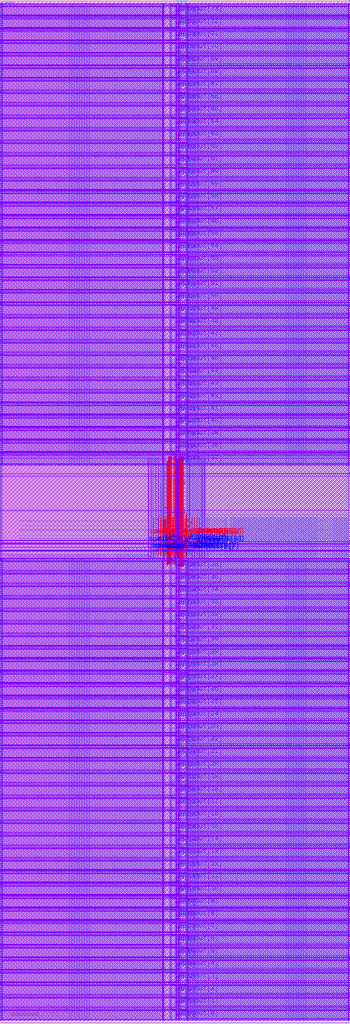
<source format=lef>
VERSION 5.8 ;
BUSBITCHARS "[]" ; 
DIVIDERCHAR "/" ; 


PROPERTYDEFINITIONS 
  MACRO CatenaDesignType STRING ; 
END PROPERTYDEFINITIONS 


MACRO srambank_256x4x74_6t122 
  CLASS BLOCK ; 
  ORIGIN 0 0 ; 
  FOREIGN srambank_256x4x74_6t122 0 0 ; 
  SIZE 121.392 BY 354.24 ; 
  SYMMETRY X Y ; 
  SITE coreSite ; 
  PIN VDD 
    DIRECTION INOUT ; 
    USE POWER ; 
    PORT 
      LAYER M4 ; 
        RECT 0.416 4.688 121.032 4.88 ; 
        RECT 0.416 9.008 121.032 9.2 ; 
        RECT 0.416 13.328 121.032 13.52 ; 
        RECT 0.416 17.648 121.032 17.84 ; 
        RECT 0.416 21.968 121.032 22.16 ; 
        RECT 0.416 26.288 121.032 26.48 ; 
        RECT 0.416 30.608 121.032 30.8 ; 
        RECT 0.416 34.928 121.032 35.12 ; 
        RECT 0.416 39.248 121.032 39.44 ; 
        RECT 0.416 43.568 121.032 43.76 ; 
        RECT 0.416 47.888 121.032 48.08 ; 
        RECT 0.416 52.208 121.032 52.4 ; 
        RECT 0.416 56.528 121.032 56.72 ; 
        RECT 0.416 60.848 121.032 61.04 ; 
        RECT 0.416 65.168 121.032 65.36 ; 
        RECT 0.416 69.488 121.032 69.68 ; 
        RECT 0.416 73.808 121.032 74 ; 
        RECT 0.416 78.128 121.032 78.32 ; 
        RECT 0.416 82.448 121.032 82.64 ; 
        RECT 0.416 86.768 121.032 86.96 ; 
        RECT 0.416 91.088 121.032 91.28 ; 
        RECT 0.416 95.408 121.032 95.6 ; 
        RECT 0.416 99.728 121.032 99.92 ; 
        RECT 0.416 104.048 121.032 104.24 ; 
        RECT 0.416 108.368 121.032 108.56 ; 
        RECT 0.416 112.688 121.032 112.88 ; 
        RECT 0.416 117.008 121.032 117.2 ; 
        RECT 0.416 121.328 121.032 121.52 ; 
        RECT 0.416 125.648 121.032 125.84 ; 
        RECT 0.416 129.968 121.032 130.16 ; 
        RECT 0.416 134.288 121.032 134.48 ; 
        RECT 0.416 138.608 121.032 138.8 ; 
        RECT 0.416 142.928 121.032 143.12 ; 
        RECT 0.416 147.248 121.032 147.44 ; 
        RECT 0.416 151.568 121.032 151.76 ; 
        RECT 0.416 155.888 121.032 156.08 ; 
        RECT 0.416 160.208 121.032 160.4 ; 
        RECT 0.416 197.036 121.032 197.228 ; 
        RECT 0.416 201.356 121.032 201.548 ; 
        RECT 0.416 205.676 121.032 205.868 ; 
        RECT 0.416 209.996 121.032 210.188 ; 
        RECT 0.416 214.316 121.032 214.508 ; 
        RECT 0.416 218.636 121.032 218.828 ; 
        RECT 0.416 222.956 121.032 223.148 ; 
        RECT 0.416 227.276 121.032 227.468 ; 
        RECT 0.416 231.596 121.032 231.788 ; 
        RECT 0.416 235.916 121.032 236.108 ; 
        RECT 0.416 240.236 121.032 240.428 ; 
        RECT 0.416 244.556 121.032 244.748 ; 
        RECT 0.416 248.876 121.032 249.068 ; 
        RECT 0.416 253.196 121.032 253.388 ; 
        RECT 0.416 257.516 121.032 257.708 ; 
        RECT 0.416 261.836 121.032 262.028 ; 
        RECT 0.416 266.156 121.032 266.348 ; 
        RECT 0.416 270.476 121.032 270.668 ; 
        RECT 0.416 274.796 121.032 274.988 ; 
        RECT 0.416 279.116 121.032 279.308 ; 
        RECT 0.416 283.436 121.032 283.628 ; 
        RECT 0.416 287.756 121.032 287.948 ; 
        RECT 0.416 292.076 121.032 292.268 ; 
        RECT 0.416 296.396 121.032 296.588 ; 
        RECT 0.416 300.716 121.032 300.908 ; 
        RECT 0.416 305.036 121.032 305.228 ; 
        RECT 0.416 309.356 121.032 309.548 ; 
        RECT 0.416 313.676 121.032 313.868 ; 
        RECT 0.416 317.996 121.032 318.188 ; 
        RECT 0.416 322.316 121.032 322.508 ; 
        RECT 0.416 326.636 121.032 326.828 ; 
        RECT 0.416 330.956 121.032 331.148 ; 
        RECT 0.416 335.276 121.032 335.468 ; 
        RECT 0.416 339.596 121.032 339.788 ; 
        RECT 0.416 343.916 121.032 344.108 ; 
        RECT 0.416 348.236 121.032 348.428 ; 
        RECT 0.416 352.556 121.032 352.748 ; 
      LAYER M3 ; 
        RECT 120.872 0.866 120.944 5.506 ; 
        RECT 64.784 0.868 64.856 5.504 ; 
        RECT 59.168 1.012 59.528 5.474 ; 
        RECT 56.576 0.868 56.648 5.504 ; 
        RECT 0.488 0.866 0.56 5.506 ; 
        RECT 120.872 5.186 120.944 9.826 ; 
        RECT 64.784 5.188 64.856 9.824 ; 
        RECT 59.168 5.332 59.528 9.794 ; 
        RECT 56.576 5.188 56.648 9.824 ; 
        RECT 0.488 5.186 0.56 9.826 ; 
        RECT 120.872 9.506 120.944 14.146 ; 
        RECT 64.784 9.508 64.856 14.144 ; 
        RECT 59.168 9.652 59.528 14.114 ; 
        RECT 56.576 9.508 56.648 14.144 ; 
        RECT 0.488 9.506 0.56 14.146 ; 
        RECT 120.872 13.826 120.944 18.466 ; 
        RECT 64.784 13.828 64.856 18.464 ; 
        RECT 59.168 13.972 59.528 18.434 ; 
        RECT 56.576 13.828 56.648 18.464 ; 
        RECT 0.488 13.826 0.56 18.466 ; 
        RECT 120.872 18.146 120.944 22.786 ; 
        RECT 64.784 18.148 64.856 22.784 ; 
        RECT 59.168 18.292 59.528 22.754 ; 
        RECT 56.576 18.148 56.648 22.784 ; 
        RECT 0.488 18.146 0.56 22.786 ; 
        RECT 120.872 22.466 120.944 27.106 ; 
        RECT 64.784 22.468 64.856 27.104 ; 
        RECT 59.168 22.612 59.528 27.074 ; 
        RECT 56.576 22.468 56.648 27.104 ; 
        RECT 0.488 22.466 0.56 27.106 ; 
        RECT 120.872 26.786 120.944 31.426 ; 
        RECT 64.784 26.788 64.856 31.424 ; 
        RECT 59.168 26.932 59.528 31.394 ; 
        RECT 56.576 26.788 56.648 31.424 ; 
        RECT 0.488 26.786 0.56 31.426 ; 
        RECT 120.872 31.106 120.944 35.746 ; 
        RECT 64.784 31.108 64.856 35.744 ; 
        RECT 59.168 31.252 59.528 35.714 ; 
        RECT 56.576 31.108 56.648 35.744 ; 
        RECT 0.488 31.106 0.56 35.746 ; 
        RECT 120.872 35.426 120.944 40.066 ; 
        RECT 64.784 35.428 64.856 40.064 ; 
        RECT 59.168 35.572 59.528 40.034 ; 
        RECT 56.576 35.428 56.648 40.064 ; 
        RECT 0.488 35.426 0.56 40.066 ; 
        RECT 120.872 39.746 120.944 44.386 ; 
        RECT 64.784 39.748 64.856 44.384 ; 
        RECT 59.168 39.892 59.528 44.354 ; 
        RECT 56.576 39.748 56.648 44.384 ; 
        RECT 0.488 39.746 0.56 44.386 ; 
        RECT 120.872 44.066 120.944 48.706 ; 
        RECT 64.784 44.068 64.856 48.704 ; 
        RECT 59.168 44.212 59.528 48.674 ; 
        RECT 56.576 44.068 56.648 48.704 ; 
        RECT 0.488 44.066 0.56 48.706 ; 
        RECT 120.872 48.386 120.944 53.026 ; 
        RECT 64.784 48.388 64.856 53.024 ; 
        RECT 59.168 48.532 59.528 52.994 ; 
        RECT 56.576 48.388 56.648 53.024 ; 
        RECT 0.488 48.386 0.56 53.026 ; 
        RECT 120.872 52.706 120.944 57.346 ; 
        RECT 64.784 52.708 64.856 57.344 ; 
        RECT 59.168 52.852 59.528 57.314 ; 
        RECT 56.576 52.708 56.648 57.344 ; 
        RECT 0.488 52.706 0.56 57.346 ; 
        RECT 120.872 57.026 120.944 61.666 ; 
        RECT 64.784 57.028 64.856 61.664 ; 
        RECT 59.168 57.172 59.528 61.634 ; 
        RECT 56.576 57.028 56.648 61.664 ; 
        RECT 0.488 57.026 0.56 61.666 ; 
        RECT 120.872 61.346 120.944 65.986 ; 
        RECT 64.784 61.348 64.856 65.984 ; 
        RECT 59.168 61.492 59.528 65.954 ; 
        RECT 56.576 61.348 56.648 65.984 ; 
        RECT 0.488 61.346 0.56 65.986 ; 
        RECT 120.872 65.666 120.944 70.306 ; 
        RECT 64.784 65.668 64.856 70.304 ; 
        RECT 59.168 65.812 59.528 70.274 ; 
        RECT 56.576 65.668 56.648 70.304 ; 
        RECT 0.488 65.666 0.56 70.306 ; 
        RECT 120.872 69.986 120.944 74.626 ; 
        RECT 64.784 69.988 64.856 74.624 ; 
        RECT 59.168 70.132 59.528 74.594 ; 
        RECT 56.576 69.988 56.648 74.624 ; 
        RECT 0.488 69.986 0.56 74.626 ; 
        RECT 120.872 74.306 120.944 78.946 ; 
        RECT 64.784 74.308 64.856 78.944 ; 
        RECT 59.168 74.452 59.528 78.914 ; 
        RECT 56.576 74.308 56.648 78.944 ; 
        RECT 0.488 74.306 0.56 78.946 ; 
        RECT 120.872 78.626 120.944 83.266 ; 
        RECT 64.784 78.628 64.856 83.264 ; 
        RECT 59.168 78.772 59.528 83.234 ; 
        RECT 56.576 78.628 56.648 83.264 ; 
        RECT 0.488 78.626 0.56 83.266 ; 
        RECT 120.872 82.946 120.944 87.586 ; 
        RECT 64.784 82.948 64.856 87.584 ; 
        RECT 59.168 83.092 59.528 87.554 ; 
        RECT 56.576 82.948 56.648 87.584 ; 
        RECT 0.488 82.946 0.56 87.586 ; 
        RECT 120.872 87.266 120.944 91.906 ; 
        RECT 64.784 87.268 64.856 91.904 ; 
        RECT 59.168 87.412 59.528 91.874 ; 
        RECT 56.576 87.268 56.648 91.904 ; 
        RECT 0.488 87.266 0.56 91.906 ; 
        RECT 120.872 91.586 120.944 96.226 ; 
        RECT 64.784 91.588 64.856 96.224 ; 
        RECT 59.168 91.732 59.528 96.194 ; 
        RECT 56.576 91.588 56.648 96.224 ; 
        RECT 0.488 91.586 0.56 96.226 ; 
        RECT 120.872 95.906 120.944 100.546 ; 
        RECT 64.784 95.908 64.856 100.544 ; 
        RECT 59.168 96.052 59.528 100.514 ; 
        RECT 56.576 95.908 56.648 100.544 ; 
        RECT 0.488 95.906 0.56 100.546 ; 
        RECT 120.872 100.226 120.944 104.866 ; 
        RECT 64.784 100.228 64.856 104.864 ; 
        RECT 59.168 100.372 59.528 104.834 ; 
        RECT 56.576 100.228 56.648 104.864 ; 
        RECT 0.488 100.226 0.56 104.866 ; 
        RECT 120.872 104.546 120.944 109.186 ; 
        RECT 64.784 104.548 64.856 109.184 ; 
        RECT 59.168 104.692 59.528 109.154 ; 
        RECT 56.576 104.548 56.648 109.184 ; 
        RECT 0.488 104.546 0.56 109.186 ; 
        RECT 120.872 108.866 120.944 113.506 ; 
        RECT 64.784 108.868 64.856 113.504 ; 
        RECT 59.168 109.012 59.528 113.474 ; 
        RECT 56.576 108.868 56.648 113.504 ; 
        RECT 0.488 108.866 0.56 113.506 ; 
        RECT 120.872 113.186 120.944 117.826 ; 
        RECT 64.784 113.188 64.856 117.824 ; 
        RECT 59.168 113.332 59.528 117.794 ; 
        RECT 56.576 113.188 56.648 117.824 ; 
        RECT 0.488 113.186 0.56 117.826 ; 
        RECT 120.872 117.506 120.944 122.146 ; 
        RECT 64.784 117.508 64.856 122.144 ; 
        RECT 59.168 117.652 59.528 122.114 ; 
        RECT 56.576 117.508 56.648 122.144 ; 
        RECT 0.488 117.506 0.56 122.146 ; 
        RECT 120.872 121.826 120.944 126.466 ; 
        RECT 64.784 121.828 64.856 126.464 ; 
        RECT 59.168 121.972 59.528 126.434 ; 
        RECT 56.576 121.828 56.648 126.464 ; 
        RECT 0.488 121.826 0.56 126.466 ; 
        RECT 120.872 126.146 120.944 130.786 ; 
        RECT 64.784 126.148 64.856 130.784 ; 
        RECT 59.168 126.292 59.528 130.754 ; 
        RECT 56.576 126.148 56.648 130.784 ; 
        RECT 0.488 126.146 0.56 130.786 ; 
        RECT 120.872 130.466 120.944 135.106 ; 
        RECT 64.784 130.468 64.856 135.104 ; 
        RECT 59.168 130.612 59.528 135.074 ; 
        RECT 56.576 130.468 56.648 135.104 ; 
        RECT 0.488 130.466 0.56 135.106 ; 
        RECT 120.872 134.786 120.944 139.426 ; 
        RECT 64.784 134.788 64.856 139.424 ; 
        RECT 59.168 134.932 59.528 139.394 ; 
        RECT 56.576 134.788 56.648 139.424 ; 
        RECT 0.488 134.786 0.56 139.426 ; 
        RECT 120.872 139.106 120.944 143.746 ; 
        RECT 64.784 139.108 64.856 143.744 ; 
        RECT 59.168 139.252 59.528 143.714 ; 
        RECT 56.576 139.108 56.648 143.744 ; 
        RECT 0.488 139.106 0.56 143.746 ; 
        RECT 120.872 143.426 120.944 148.066 ; 
        RECT 64.784 143.428 64.856 148.064 ; 
        RECT 59.168 143.572 59.528 148.034 ; 
        RECT 56.576 143.428 56.648 148.064 ; 
        RECT 0.488 143.426 0.56 148.066 ; 
        RECT 120.872 147.746 120.944 152.386 ; 
        RECT 64.784 147.748 64.856 152.384 ; 
        RECT 59.168 147.892 59.528 152.354 ; 
        RECT 56.576 147.748 56.648 152.384 ; 
        RECT 0.488 147.746 0.56 152.386 ; 
        RECT 120.872 152.066 120.944 156.706 ; 
        RECT 64.784 152.068 64.856 156.704 ; 
        RECT 59.168 152.212 59.528 156.674 ; 
        RECT 56.576 152.068 56.648 156.704 ; 
        RECT 0.488 152.066 0.56 156.706 ; 
        RECT 120.872 156.386 120.944 161.026 ; 
        RECT 64.784 156.388 64.856 161.024 ; 
        RECT 59.168 156.532 59.528 160.994 ; 
        RECT 56.576 156.388 56.648 161.024 ; 
        RECT 0.488 156.386 0.56 161.026 ; 
        RECT 56.196 176.18 56.268 200.434 ; 
        RECT 120.872 193.214 120.944 197.854 ; 
        RECT 64.784 193.216 64.856 197.852 ; 
        RECT 59.168 193.36 59.528 197.822 ; 
        RECT 56.576 193.216 56.648 197.852 ; 
        RECT 0.488 193.214 0.56 197.854 ; 
        RECT 120.872 197.534 120.944 202.174 ; 
        RECT 64.784 197.536 64.856 202.172 ; 
        RECT 59.168 197.68 59.528 202.142 ; 
        RECT 56.576 197.536 56.648 202.172 ; 
        RECT 0.488 197.534 0.56 202.174 ; 
        RECT 120.872 201.854 120.944 206.494 ; 
        RECT 64.784 201.856 64.856 206.492 ; 
        RECT 59.168 202 59.528 206.462 ; 
        RECT 56.576 201.856 56.648 206.492 ; 
        RECT 0.488 201.854 0.56 206.494 ; 
        RECT 120.872 206.174 120.944 210.814 ; 
        RECT 64.784 206.176 64.856 210.812 ; 
        RECT 59.168 206.32 59.528 210.782 ; 
        RECT 56.576 206.176 56.648 210.812 ; 
        RECT 0.488 206.174 0.56 210.814 ; 
        RECT 120.872 210.494 120.944 215.134 ; 
        RECT 64.784 210.496 64.856 215.132 ; 
        RECT 59.168 210.64 59.528 215.102 ; 
        RECT 56.576 210.496 56.648 215.132 ; 
        RECT 0.488 210.494 0.56 215.134 ; 
        RECT 120.872 214.814 120.944 219.454 ; 
        RECT 64.784 214.816 64.856 219.452 ; 
        RECT 59.168 214.96 59.528 219.422 ; 
        RECT 56.576 214.816 56.648 219.452 ; 
        RECT 0.488 214.814 0.56 219.454 ; 
        RECT 120.872 219.134 120.944 223.774 ; 
        RECT 64.784 219.136 64.856 223.772 ; 
        RECT 59.168 219.28 59.528 223.742 ; 
        RECT 56.576 219.136 56.648 223.772 ; 
        RECT 0.488 219.134 0.56 223.774 ; 
        RECT 120.872 223.454 120.944 228.094 ; 
        RECT 64.784 223.456 64.856 228.092 ; 
        RECT 59.168 223.6 59.528 228.062 ; 
        RECT 56.576 223.456 56.648 228.092 ; 
        RECT 0.488 223.454 0.56 228.094 ; 
        RECT 120.872 227.774 120.944 232.414 ; 
        RECT 64.784 227.776 64.856 232.412 ; 
        RECT 59.168 227.92 59.528 232.382 ; 
        RECT 56.576 227.776 56.648 232.412 ; 
        RECT 0.488 227.774 0.56 232.414 ; 
        RECT 120.872 232.094 120.944 236.734 ; 
        RECT 64.784 232.096 64.856 236.732 ; 
        RECT 59.168 232.24 59.528 236.702 ; 
        RECT 56.576 232.096 56.648 236.732 ; 
        RECT 0.488 232.094 0.56 236.734 ; 
        RECT 120.872 236.414 120.944 241.054 ; 
        RECT 64.784 236.416 64.856 241.052 ; 
        RECT 59.168 236.56 59.528 241.022 ; 
        RECT 56.576 236.416 56.648 241.052 ; 
        RECT 0.488 236.414 0.56 241.054 ; 
        RECT 120.872 240.734 120.944 245.374 ; 
        RECT 64.784 240.736 64.856 245.372 ; 
        RECT 59.168 240.88 59.528 245.342 ; 
        RECT 56.576 240.736 56.648 245.372 ; 
        RECT 0.488 240.734 0.56 245.374 ; 
        RECT 120.872 245.054 120.944 249.694 ; 
        RECT 64.784 245.056 64.856 249.692 ; 
        RECT 59.168 245.2 59.528 249.662 ; 
        RECT 56.576 245.056 56.648 249.692 ; 
        RECT 0.488 245.054 0.56 249.694 ; 
        RECT 120.872 249.374 120.944 254.014 ; 
        RECT 64.784 249.376 64.856 254.012 ; 
        RECT 59.168 249.52 59.528 253.982 ; 
        RECT 56.576 249.376 56.648 254.012 ; 
        RECT 0.488 249.374 0.56 254.014 ; 
        RECT 120.872 253.694 120.944 258.334 ; 
        RECT 64.784 253.696 64.856 258.332 ; 
        RECT 59.168 253.84 59.528 258.302 ; 
        RECT 56.576 253.696 56.648 258.332 ; 
        RECT 0.488 253.694 0.56 258.334 ; 
        RECT 120.872 258.014 120.944 262.654 ; 
        RECT 64.784 258.016 64.856 262.652 ; 
        RECT 59.168 258.16 59.528 262.622 ; 
        RECT 56.576 258.016 56.648 262.652 ; 
        RECT 0.488 258.014 0.56 262.654 ; 
        RECT 120.872 262.334 120.944 266.974 ; 
        RECT 64.784 262.336 64.856 266.972 ; 
        RECT 59.168 262.48 59.528 266.942 ; 
        RECT 56.576 262.336 56.648 266.972 ; 
        RECT 0.488 262.334 0.56 266.974 ; 
        RECT 120.872 266.654 120.944 271.294 ; 
        RECT 64.784 266.656 64.856 271.292 ; 
        RECT 59.168 266.8 59.528 271.262 ; 
        RECT 56.576 266.656 56.648 271.292 ; 
        RECT 0.488 266.654 0.56 271.294 ; 
        RECT 120.872 270.974 120.944 275.614 ; 
        RECT 64.784 270.976 64.856 275.612 ; 
        RECT 59.168 271.12 59.528 275.582 ; 
        RECT 56.576 270.976 56.648 275.612 ; 
        RECT 0.488 270.974 0.56 275.614 ; 
        RECT 120.872 275.294 120.944 279.934 ; 
        RECT 64.784 275.296 64.856 279.932 ; 
        RECT 59.168 275.44 59.528 279.902 ; 
        RECT 56.576 275.296 56.648 279.932 ; 
        RECT 0.488 275.294 0.56 279.934 ; 
        RECT 120.872 279.614 120.944 284.254 ; 
        RECT 64.784 279.616 64.856 284.252 ; 
        RECT 59.168 279.76 59.528 284.222 ; 
        RECT 56.576 279.616 56.648 284.252 ; 
        RECT 0.488 279.614 0.56 284.254 ; 
        RECT 120.872 283.934 120.944 288.574 ; 
        RECT 64.784 283.936 64.856 288.572 ; 
        RECT 59.168 284.08 59.528 288.542 ; 
        RECT 56.576 283.936 56.648 288.572 ; 
        RECT 0.488 283.934 0.56 288.574 ; 
        RECT 120.872 288.254 120.944 292.894 ; 
        RECT 64.784 288.256 64.856 292.892 ; 
        RECT 59.168 288.4 59.528 292.862 ; 
        RECT 56.576 288.256 56.648 292.892 ; 
        RECT 0.488 288.254 0.56 292.894 ; 
        RECT 120.872 292.574 120.944 297.214 ; 
        RECT 64.784 292.576 64.856 297.212 ; 
        RECT 59.168 292.72 59.528 297.182 ; 
        RECT 56.576 292.576 56.648 297.212 ; 
        RECT 0.488 292.574 0.56 297.214 ; 
        RECT 120.872 296.894 120.944 301.534 ; 
        RECT 64.784 296.896 64.856 301.532 ; 
        RECT 59.168 297.04 59.528 301.502 ; 
        RECT 56.576 296.896 56.648 301.532 ; 
        RECT 0.488 296.894 0.56 301.534 ; 
        RECT 120.872 301.214 120.944 305.854 ; 
        RECT 64.784 301.216 64.856 305.852 ; 
        RECT 59.168 301.36 59.528 305.822 ; 
        RECT 56.576 301.216 56.648 305.852 ; 
        RECT 0.488 301.214 0.56 305.854 ; 
        RECT 120.872 305.534 120.944 310.174 ; 
        RECT 64.784 305.536 64.856 310.172 ; 
        RECT 59.168 305.68 59.528 310.142 ; 
        RECT 56.576 305.536 56.648 310.172 ; 
        RECT 0.488 305.534 0.56 310.174 ; 
        RECT 120.872 309.854 120.944 314.494 ; 
        RECT 64.784 309.856 64.856 314.492 ; 
        RECT 59.168 310 59.528 314.462 ; 
        RECT 56.576 309.856 56.648 314.492 ; 
        RECT 0.488 309.854 0.56 314.494 ; 
        RECT 120.872 314.174 120.944 318.814 ; 
        RECT 64.784 314.176 64.856 318.812 ; 
        RECT 59.168 314.32 59.528 318.782 ; 
        RECT 56.576 314.176 56.648 318.812 ; 
        RECT 0.488 314.174 0.56 318.814 ; 
        RECT 120.872 318.494 120.944 323.134 ; 
        RECT 64.784 318.496 64.856 323.132 ; 
        RECT 59.168 318.64 59.528 323.102 ; 
        RECT 56.576 318.496 56.648 323.132 ; 
        RECT 0.488 318.494 0.56 323.134 ; 
        RECT 120.872 322.814 120.944 327.454 ; 
        RECT 64.784 322.816 64.856 327.452 ; 
        RECT 59.168 322.96 59.528 327.422 ; 
        RECT 56.576 322.816 56.648 327.452 ; 
        RECT 0.488 322.814 0.56 327.454 ; 
        RECT 120.872 327.134 120.944 331.774 ; 
        RECT 64.784 327.136 64.856 331.772 ; 
        RECT 59.168 327.28 59.528 331.742 ; 
        RECT 56.576 327.136 56.648 331.772 ; 
        RECT 0.488 327.134 0.56 331.774 ; 
        RECT 120.872 331.454 120.944 336.094 ; 
        RECT 64.784 331.456 64.856 336.092 ; 
        RECT 59.168 331.6 59.528 336.062 ; 
        RECT 56.576 331.456 56.648 336.092 ; 
        RECT 0.488 331.454 0.56 336.094 ; 
        RECT 120.872 335.774 120.944 340.414 ; 
        RECT 64.784 335.776 64.856 340.412 ; 
        RECT 59.168 335.92 59.528 340.382 ; 
        RECT 56.576 335.776 56.648 340.412 ; 
        RECT 0.488 335.774 0.56 340.414 ; 
        RECT 120.872 340.094 120.944 344.734 ; 
        RECT 64.784 340.096 64.856 344.732 ; 
        RECT 59.168 340.24 59.528 344.702 ; 
        RECT 56.576 340.096 56.648 344.732 ; 
        RECT 0.488 340.094 0.56 344.734 ; 
        RECT 120.872 344.414 120.944 349.054 ; 
        RECT 64.784 344.416 64.856 349.052 ; 
        RECT 59.168 344.56 59.528 349.022 ; 
        RECT 56.576 344.416 56.648 349.052 ; 
        RECT 0.488 344.414 0.56 349.054 ; 
        RECT 120.872 348.734 120.944 353.374 ; 
        RECT 64.784 348.736 64.856 353.372 ; 
        RECT 59.168 348.88 59.528 353.342 ; 
        RECT 56.576 348.736 56.648 353.372 ; 
        RECT 0.488 348.734 0.56 353.374 ; 
      LAYER V3 ; 
        RECT 0.488 4.688 0.56 4.88 ; 
        RECT 56.576 4.688 56.648 4.88 ; 
        RECT 59.168 4.688 59.528 4.88 ; 
        RECT 64.784 4.688 64.856 4.88 ; 
        RECT 120.872 4.688 120.944 4.88 ; 
        RECT 0.488 9.008 0.56 9.2 ; 
        RECT 56.576 9.008 56.648 9.2 ; 
        RECT 59.168 9.008 59.528 9.2 ; 
        RECT 64.784 9.008 64.856 9.2 ; 
        RECT 120.872 9.008 120.944 9.2 ; 
        RECT 0.488 13.328 0.56 13.52 ; 
        RECT 56.576 13.328 56.648 13.52 ; 
        RECT 59.168 13.328 59.528 13.52 ; 
        RECT 64.784 13.328 64.856 13.52 ; 
        RECT 120.872 13.328 120.944 13.52 ; 
        RECT 0.488 17.648 0.56 17.84 ; 
        RECT 56.576 17.648 56.648 17.84 ; 
        RECT 59.168 17.648 59.528 17.84 ; 
        RECT 64.784 17.648 64.856 17.84 ; 
        RECT 120.872 17.648 120.944 17.84 ; 
        RECT 0.488 21.968 0.56 22.16 ; 
        RECT 56.576 21.968 56.648 22.16 ; 
        RECT 59.168 21.968 59.528 22.16 ; 
        RECT 64.784 21.968 64.856 22.16 ; 
        RECT 120.872 21.968 120.944 22.16 ; 
        RECT 0.488 26.288 0.56 26.48 ; 
        RECT 56.576 26.288 56.648 26.48 ; 
        RECT 59.168 26.288 59.528 26.48 ; 
        RECT 64.784 26.288 64.856 26.48 ; 
        RECT 120.872 26.288 120.944 26.48 ; 
        RECT 0.488 30.608 0.56 30.8 ; 
        RECT 56.576 30.608 56.648 30.8 ; 
        RECT 59.168 30.608 59.528 30.8 ; 
        RECT 64.784 30.608 64.856 30.8 ; 
        RECT 120.872 30.608 120.944 30.8 ; 
        RECT 0.488 34.928 0.56 35.12 ; 
        RECT 56.576 34.928 56.648 35.12 ; 
        RECT 59.168 34.928 59.528 35.12 ; 
        RECT 64.784 34.928 64.856 35.12 ; 
        RECT 120.872 34.928 120.944 35.12 ; 
        RECT 0.488 39.248 0.56 39.44 ; 
        RECT 56.576 39.248 56.648 39.44 ; 
        RECT 59.168 39.248 59.528 39.44 ; 
        RECT 64.784 39.248 64.856 39.44 ; 
        RECT 120.872 39.248 120.944 39.44 ; 
        RECT 0.488 43.568 0.56 43.76 ; 
        RECT 56.576 43.568 56.648 43.76 ; 
        RECT 59.168 43.568 59.528 43.76 ; 
        RECT 64.784 43.568 64.856 43.76 ; 
        RECT 120.872 43.568 120.944 43.76 ; 
        RECT 0.488 47.888 0.56 48.08 ; 
        RECT 56.576 47.888 56.648 48.08 ; 
        RECT 59.168 47.888 59.528 48.08 ; 
        RECT 64.784 47.888 64.856 48.08 ; 
        RECT 120.872 47.888 120.944 48.08 ; 
        RECT 0.488 52.208 0.56 52.4 ; 
        RECT 56.576 52.208 56.648 52.4 ; 
        RECT 59.168 52.208 59.528 52.4 ; 
        RECT 64.784 52.208 64.856 52.4 ; 
        RECT 120.872 52.208 120.944 52.4 ; 
        RECT 0.488 56.528 0.56 56.72 ; 
        RECT 56.576 56.528 56.648 56.72 ; 
        RECT 59.168 56.528 59.528 56.72 ; 
        RECT 64.784 56.528 64.856 56.72 ; 
        RECT 120.872 56.528 120.944 56.72 ; 
        RECT 0.488 60.848 0.56 61.04 ; 
        RECT 56.576 60.848 56.648 61.04 ; 
        RECT 59.168 60.848 59.528 61.04 ; 
        RECT 64.784 60.848 64.856 61.04 ; 
        RECT 120.872 60.848 120.944 61.04 ; 
        RECT 0.488 65.168 0.56 65.36 ; 
        RECT 56.576 65.168 56.648 65.36 ; 
        RECT 59.168 65.168 59.528 65.36 ; 
        RECT 64.784 65.168 64.856 65.36 ; 
        RECT 120.872 65.168 120.944 65.36 ; 
        RECT 0.488 69.488 0.56 69.68 ; 
        RECT 56.576 69.488 56.648 69.68 ; 
        RECT 59.168 69.488 59.528 69.68 ; 
        RECT 64.784 69.488 64.856 69.68 ; 
        RECT 120.872 69.488 120.944 69.68 ; 
        RECT 0.488 73.808 0.56 74 ; 
        RECT 56.576 73.808 56.648 74 ; 
        RECT 59.168 73.808 59.528 74 ; 
        RECT 64.784 73.808 64.856 74 ; 
        RECT 120.872 73.808 120.944 74 ; 
        RECT 0.488 78.128 0.56 78.32 ; 
        RECT 56.576 78.128 56.648 78.32 ; 
        RECT 59.168 78.128 59.528 78.32 ; 
        RECT 64.784 78.128 64.856 78.32 ; 
        RECT 120.872 78.128 120.944 78.32 ; 
        RECT 0.488 82.448 0.56 82.64 ; 
        RECT 56.576 82.448 56.648 82.64 ; 
        RECT 59.168 82.448 59.528 82.64 ; 
        RECT 64.784 82.448 64.856 82.64 ; 
        RECT 120.872 82.448 120.944 82.64 ; 
        RECT 0.488 86.768 0.56 86.96 ; 
        RECT 56.576 86.768 56.648 86.96 ; 
        RECT 59.168 86.768 59.528 86.96 ; 
        RECT 64.784 86.768 64.856 86.96 ; 
        RECT 120.872 86.768 120.944 86.96 ; 
        RECT 0.488 91.088 0.56 91.28 ; 
        RECT 56.576 91.088 56.648 91.28 ; 
        RECT 59.168 91.088 59.528 91.28 ; 
        RECT 64.784 91.088 64.856 91.28 ; 
        RECT 120.872 91.088 120.944 91.28 ; 
        RECT 0.488 95.408 0.56 95.6 ; 
        RECT 56.576 95.408 56.648 95.6 ; 
        RECT 59.168 95.408 59.528 95.6 ; 
        RECT 64.784 95.408 64.856 95.6 ; 
        RECT 120.872 95.408 120.944 95.6 ; 
        RECT 0.488 99.728 0.56 99.92 ; 
        RECT 56.576 99.728 56.648 99.92 ; 
        RECT 59.168 99.728 59.528 99.92 ; 
        RECT 64.784 99.728 64.856 99.92 ; 
        RECT 120.872 99.728 120.944 99.92 ; 
        RECT 0.488 104.048 0.56 104.24 ; 
        RECT 56.576 104.048 56.648 104.24 ; 
        RECT 59.168 104.048 59.528 104.24 ; 
        RECT 64.784 104.048 64.856 104.24 ; 
        RECT 120.872 104.048 120.944 104.24 ; 
        RECT 0.488 108.368 0.56 108.56 ; 
        RECT 56.576 108.368 56.648 108.56 ; 
        RECT 59.168 108.368 59.528 108.56 ; 
        RECT 64.784 108.368 64.856 108.56 ; 
        RECT 120.872 108.368 120.944 108.56 ; 
        RECT 0.488 112.688 0.56 112.88 ; 
        RECT 56.576 112.688 56.648 112.88 ; 
        RECT 59.168 112.688 59.528 112.88 ; 
        RECT 64.784 112.688 64.856 112.88 ; 
        RECT 120.872 112.688 120.944 112.88 ; 
        RECT 0.488 117.008 0.56 117.2 ; 
        RECT 56.576 117.008 56.648 117.2 ; 
        RECT 59.168 117.008 59.528 117.2 ; 
        RECT 64.784 117.008 64.856 117.2 ; 
        RECT 120.872 117.008 120.944 117.2 ; 
        RECT 0.488 121.328 0.56 121.52 ; 
        RECT 56.576 121.328 56.648 121.52 ; 
        RECT 59.168 121.328 59.528 121.52 ; 
        RECT 64.784 121.328 64.856 121.52 ; 
        RECT 120.872 121.328 120.944 121.52 ; 
        RECT 0.488 125.648 0.56 125.84 ; 
        RECT 56.576 125.648 56.648 125.84 ; 
        RECT 59.168 125.648 59.528 125.84 ; 
        RECT 64.784 125.648 64.856 125.84 ; 
        RECT 120.872 125.648 120.944 125.84 ; 
        RECT 0.488 129.968 0.56 130.16 ; 
        RECT 56.576 129.968 56.648 130.16 ; 
        RECT 59.168 129.968 59.528 130.16 ; 
        RECT 64.784 129.968 64.856 130.16 ; 
        RECT 120.872 129.968 120.944 130.16 ; 
        RECT 0.488 134.288 0.56 134.48 ; 
        RECT 56.576 134.288 56.648 134.48 ; 
        RECT 59.168 134.288 59.528 134.48 ; 
        RECT 64.784 134.288 64.856 134.48 ; 
        RECT 120.872 134.288 120.944 134.48 ; 
        RECT 0.488 138.608 0.56 138.8 ; 
        RECT 56.576 138.608 56.648 138.8 ; 
        RECT 59.168 138.608 59.528 138.8 ; 
        RECT 64.784 138.608 64.856 138.8 ; 
        RECT 120.872 138.608 120.944 138.8 ; 
        RECT 0.488 142.928 0.56 143.12 ; 
        RECT 56.576 142.928 56.648 143.12 ; 
        RECT 59.168 142.928 59.528 143.12 ; 
        RECT 64.784 142.928 64.856 143.12 ; 
        RECT 120.872 142.928 120.944 143.12 ; 
        RECT 0.488 147.248 0.56 147.44 ; 
        RECT 56.576 147.248 56.648 147.44 ; 
        RECT 59.168 147.248 59.528 147.44 ; 
        RECT 64.784 147.248 64.856 147.44 ; 
        RECT 120.872 147.248 120.944 147.44 ; 
        RECT 0.488 151.568 0.56 151.76 ; 
        RECT 56.576 151.568 56.648 151.76 ; 
        RECT 59.168 151.568 59.528 151.76 ; 
        RECT 64.784 151.568 64.856 151.76 ; 
        RECT 120.872 151.568 120.944 151.76 ; 
        RECT 0.488 155.888 0.56 156.08 ; 
        RECT 56.576 155.888 56.648 156.08 ; 
        RECT 59.168 155.888 59.528 156.08 ; 
        RECT 64.784 155.888 64.856 156.08 ; 
        RECT 120.872 155.888 120.944 156.08 ; 
        RECT 0.488 160.208 0.56 160.4 ; 
        RECT 56.576 160.208 56.648 160.4 ; 
        RECT 59.168 160.208 59.528 160.4 ; 
        RECT 64.784 160.208 64.856 160.4 ; 
        RECT 120.872 160.208 120.944 160.4 ; 
        RECT 0.488 197.036 0.56 197.228 ; 
        RECT 56.576 197.036 56.648 197.228 ; 
        RECT 59.168 197.036 59.528 197.228 ; 
        RECT 64.784 197.036 64.856 197.228 ; 
        RECT 120.872 197.036 120.944 197.228 ; 
        RECT 0.488 201.356 0.56 201.548 ; 
        RECT 56.576 201.356 56.648 201.548 ; 
        RECT 59.168 201.356 59.528 201.548 ; 
        RECT 64.784 201.356 64.856 201.548 ; 
        RECT 120.872 201.356 120.944 201.548 ; 
        RECT 0.488 205.676 0.56 205.868 ; 
        RECT 56.576 205.676 56.648 205.868 ; 
        RECT 59.168 205.676 59.528 205.868 ; 
        RECT 64.784 205.676 64.856 205.868 ; 
        RECT 120.872 205.676 120.944 205.868 ; 
        RECT 0.488 209.996 0.56 210.188 ; 
        RECT 56.576 209.996 56.648 210.188 ; 
        RECT 59.168 209.996 59.528 210.188 ; 
        RECT 64.784 209.996 64.856 210.188 ; 
        RECT 120.872 209.996 120.944 210.188 ; 
        RECT 0.488 214.316 0.56 214.508 ; 
        RECT 56.576 214.316 56.648 214.508 ; 
        RECT 59.168 214.316 59.528 214.508 ; 
        RECT 64.784 214.316 64.856 214.508 ; 
        RECT 120.872 214.316 120.944 214.508 ; 
        RECT 0.488 218.636 0.56 218.828 ; 
        RECT 56.576 218.636 56.648 218.828 ; 
        RECT 59.168 218.636 59.528 218.828 ; 
        RECT 64.784 218.636 64.856 218.828 ; 
        RECT 120.872 218.636 120.944 218.828 ; 
        RECT 0.488 222.956 0.56 223.148 ; 
        RECT 56.576 222.956 56.648 223.148 ; 
        RECT 59.168 222.956 59.528 223.148 ; 
        RECT 64.784 222.956 64.856 223.148 ; 
        RECT 120.872 222.956 120.944 223.148 ; 
        RECT 0.488 227.276 0.56 227.468 ; 
        RECT 56.576 227.276 56.648 227.468 ; 
        RECT 59.168 227.276 59.528 227.468 ; 
        RECT 64.784 227.276 64.856 227.468 ; 
        RECT 120.872 227.276 120.944 227.468 ; 
        RECT 0.488 231.596 0.56 231.788 ; 
        RECT 56.576 231.596 56.648 231.788 ; 
        RECT 59.168 231.596 59.528 231.788 ; 
        RECT 64.784 231.596 64.856 231.788 ; 
        RECT 120.872 231.596 120.944 231.788 ; 
        RECT 0.488 235.916 0.56 236.108 ; 
        RECT 56.576 235.916 56.648 236.108 ; 
        RECT 59.168 235.916 59.528 236.108 ; 
        RECT 64.784 235.916 64.856 236.108 ; 
        RECT 120.872 235.916 120.944 236.108 ; 
        RECT 0.488 240.236 0.56 240.428 ; 
        RECT 56.576 240.236 56.648 240.428 ; 
        RECT 59.168 240.236 59.528 240.428 ; 
        RECT 64.784 240.236 64.856 240.428 ; 
        RECT 120.872 240.236 120.944 240.428 ; 
        RECT 0.488 244.556 0.56 244.748 ; 
        RECT 56.576 244.556 56.648 244.748 ; 
        RECT 59.168 244.556 59.528 244.748 ; 
        RECT 64.784 244.556 64.856 244.748 ; 
        RECT 120.872 244.556 120.944 244.748 ; 
        RECT 0.488 248.876 0.56 249.068 ; 
        RECT 56.576 248.876 56.648 249.068 ; 
        RECT 59.168 248.876 59.528 249.068 ; 
        RECT 64.784 248.876 64.856 249.068 ; 
        RECT 120.872 248.876 120.944 249.068 ; 
        RECT 0.488 253.196 0.56 253.388 ; 
        RECT 56.576 253.196 56.648 253.388 ; 
        RECT 59.168 253.196 59.528 253.388 ; 
        RECT 64.784 253.196 64.856 253.388 ; 
        RECT 120.872 253.196 120.944 253.388 ; 
        RECT 0.488 257.516 0.56 257.708 ; 
        RECT 56.576 257.516 56.648 257.708 ; 
        RECT 59.168 257.516 59.528 257.708 ; 
        RECT 64.784 257.516 64.856 257.708 ; 
        RECT 120.872 257.516 120.944 257.708 ; 
        RECT 0.488 261.836 0.56 262.028 ; 
        RECT 56.576 261.836 56.648 262.028 ; 
        RECT 59.168 261.836 59.528 262.028 ; 
        RECT 64.784 261.836 64.856 262.028 ; 
        RECT 120.872 261.836 120.944 262.028 ; 
        RECT 0.488 266.156 0.56 266.348 ; 
        RECT 56.576 266.156 56.648 266.348 ; 
        RECT 59.168 266.156 59.528 266.348 ; 
        RECT 64.784 266.156 64.856 266.348 ; 
        RECT 120.872 266.156 120.944 266.348 ; 
        RECT 0.488 270.476 0.56 270.668 ; 
        RECT 56.576 270.476 56.648 270.668 ; 
        RECT 59.168 270.476 59.528 270.668 ; 
        RECT 64.784 270.476 64.856 270.668 ; 
        RECT 120.872 270.476 120.944 270.668 ; 
        RECT 0.488 274.796 0.56 274.988 ; 
        RECT 56.576 274.796 56.648 274.988 ; 
        RECT 59.168 274.796 59.528 274.988 ; 
        RECT 64.784 274.796 64.856 274.988 ; 
        RECT 120.872 274.796 120.944 274.988 ; 
        RECT 0.488 279.116 0.56 279.308 ; 
        RECT 56.576 279.116 56.648 279.308 ; 
        RECT 59.168 279.116 59.528 279.308 ; 
        RECT 64.784 279.116 64.856 279.308 ; 
        RECT 120.872 279.116 120.944 279.308 ; 
        RECT 0.488 283.436 0.56 283.628 ; 
        RECT 56.576 283.436 56.648 283.628 ; 
        RECT 59.168 283.436 59.528 283.628 ; 
        RECT 64.784 283.436 64.856 283.628 ; 
        RECT 120.872 283.436 120.944 283.628 ; 
        RECT 0.488 287.756 0.56 287.948 ; 
        RECT 56.576 287.756 56.648 287.948 ; 
        RECT 59.168 287.756 59.528 287.948 ; 
        RECT 64.784 287.756 64.856 287.948 ; 
        RECT 120.872 287.756 120.944 287.948 ; 
        RECT 0.488 292.076 0.56 292.268 ; 
        RECT 56.576 292.076 56.648 292.268 ; 
        RECT 59.168 292.076 59.528 292.268 ; 
        RECT 64.784 292.076 64.856 292.268 ; 
        RECT 120.872 292.076 120.944 292.268 ; 
        RECT 0.488 296.396 0.56 296.588 ; 
        RECT 56.576 296.396 56.648 296.588 ; 
        RECT 59.168 296.396 59.528 296.588 ; 
        RECT 64.784 296.396 64.856 296.588 ; 
        RECT 120.872 296.396 120.944 296.588 ; 
        RECT 0.488 300.716 0.56 300.908 ; 
        RECT 56.576 300.716 56.648 300.908 ; 
        RECT 59.168 300.716 59.528 300.908 ; 
        RECT 64.784 300.716 64.856 300.908 ; 
        RECT 120.872 300.716 120.944 300.908 ; 
        RECT 0.488 305.036 0.56 305.228 ; 
        RECT 56.576 305.036 56.648 305.228 ; 
        RECT 59.168 305.036 59.528 305.228 ; 
        RECT 64.784 305.036 64.856 305.228 ; 
        RECT 120.872 305.036 120.944 305.228 ; 
        RECT 0.488 309.356 0.56 309.548 ; 
        RECT 56.576 309.356 56.648 309.548 ; 
        RECT 59.168 309.356 59.528 309.548 ; 
        RECT 64.784 309.356 64.856 309.548 ; 
        RECT 120.872 309.356 120.944 309.548 ; 
        RECT 0.488 313.676 0.56 313.868 ; 
        RECT 56.576 313.676 56.648 313.868 ; 
        RECT 59.168 313.676 59.528 313.868 ; 
        RECT 64.784 313.676 64.856 313.868 ; 
        RECT 120.872 313.676 120.944 313.868 ; 
        RECT 0.488 317.996 0.56 318.188 ; 
        RECT 56.576 317.996 56.648 318.188 ; 
        RECT 59.168 317.996 59.528 318.188 ; 
        RECT 64.784 317.996 64.856 318.188 ; 
        RECT 120.872 317.996 120.944 318.188 ; 
        RECT 0.488 322.316 0.56 322.508 ; 
        RECT 56.576 322.316 56.648 322.508 ; 
        RECT 59.168 322.316 59.528 322.508 ; 
        RECT 64.784 322.316 64.856 322.508 ; 
        RECT 120.872 322.316 120.944 322.508 ; 
        RECT 0.488 326.636 0.56 326.828 ; 
        RECT 56.576 326.636 56.648 326.828 ; 
        RECT 59.168 326.636 59.528 326.828 ; 
        RECT 64.784 326.636 64.856 326.828 ; 
        RECT 120.872 326.636 120.944 326.828 ; 
        RECT 0.488 330.956 0.56 331.148 ; 
        RECT 56.576 330.956 56.648 331.148 ; 
        RECT 59.168 330.956 59.528 331.148 ; 
        RECT 64.784 330.956 64.856 331.148 ; 
        RECT 120.872 330.956 120.944 331.148 ; 
        RECT 0.488 335.276 0.56 335.468 ; 
        RECT 56.576 335.276 56.648 335.468 ; 
        RECT 59.168 335.276 59.528 335.468 ; 
        RECT 64.784 335.276 64.856 335.468 ; 
        RECT 120.872 335.276 120.944 335.468 ; 
        RECT 0.488 339.596 0.56 339.788 ; 
        RECT 56.576 339.596 56.648 339.788 ; 
        RECT 59.168 339.596 59.528 339.788 ; 
        RECT 64.784 339.596 64.856 339.788 ; 
        RECT 120.872 339.596 120.944 339.788 ; 
        RECT 0.488 343.916 0.56 344.108 ; 
        RECT 56.576 343.916 56.648 344.108 ; 
        RECT 59.168 343.916 59.528 344.108 ; 
        RECT 64.784 343.916 64.856 344.108 ; 
        RECT 120.872 343.916 120.944 344.108 ; 
        RECT 0.488 348.236 0.56 348.428 ; 
        RECT 56.576 348.236 56.648 348.428 ; 
        RECT 59.168 348.236 59.528 348.428 ; 
        RECT 64.784 348.236 64.856 348.428 ; 
        RECT 120.872 348.236 120.944 348.428 ; 
        RECT 0.488 352.556 0.56 352.748 ; 
        RECT 56.576 352.556 56.648 352.748 ; 
        RECT 59.168 352.556 59.528 352.748 ; 
        RECT 64.784 352.556 64.856 352.748 ; 
        RECT 120.872 352.556 120.944 352.748 ; 
    END 
  END VDD 
  PIN VSS 
    DIRECTION INOUT ; 
    USE POWER ; 
    PORT 
      LAYER M4 ; 
        RECT 0.416 4.304 121.032 4.496 ; 
        RECT 0.416 8.624 121.032 8.816 ; 
        RECT 0.416 12.944 121.032 13.136 ; 
        RECT 0.416 17.264 121.032 17.456 ; 
        RECT 0.416 21.584 121.032 21.776 ; 
        RECT 0.416 25.904 121.032 26.096 ; 
        RECT 0.416 30.224 121.032 30.416 ; 
        RECT 0.416 34.544 121.032 34.736 ; 
        RECT 0.416 38.864 121.032 39.056 ; 
        RECT 0.416 43.184 121.032 43.376 ; 
        RECT 0.416 47.504 121.032 47.696 ; 
        RECT 0.416 51.824 121.032 52.016 ; 
        RECT 0.416 56.144 121.032 56.336 ; 
        RECT 0.416 60.464 121.032 60.656 ; 
        RECT 0.416 64.784 121.032 64.976 ; 
        RECT 0.416 69.104 121.032 69.296 ; 
        RECT 0.416 73.424 121.032 73.616 ; 
        RECT 0.416 77.744 121.032 77.936 ; 
        RECT 0.416 82.064 121.032 82.256 ; 
        RECT 0.416 86.384 121.032 86.576 ; 
        RECT 0.416 90.704 121.032 90.896 ; 
        RECT 0.416 95.024 121.032 95.216 ; 
        RECT 0.416 99.344 121.032 99.536 ; 
        RECT 0.416 103.664 121.032 103.856 ; 
        RECT 0.416 107.984 121.032 108.176 ; 
        RECT 0.416 112.304 121.032 112.496 ; 
        RECT 0.416 116.624 121.032 116.816 ; 
        RECT 0.416 120.944 121.032 121.136 ; 
        RECT 0.416 125.264 121.032 125.456 ; 
        RECT 0.416 129.584 121.032 129.776 ; 
        RECT 0.416 133.904 121.032 134.096 ; 
        RECT 0.416 138.224 121.032 138.416 ; 
        RECT 0.416 142.544 121.032 142.736 ; 
        RECT 0.416 146.864 121.032 147.056 ; 
        RECT 0.416 151.184 121.032 151.376 ; 
        RECT 0.416 155.504 121.032 155.696 ; 
        RECT 0.416 159.824 121.032 160.016 ; 
        RECT 41.904 164.086 79.488 164.95 ; 
        RECT 57.24 176.758 64.152 177.622 ; 
        RECT 57.24 189.43 64.152 190.294 ; 
        RECT 0.416 196.652 121.032 196.844 ; 
        RECT 0.416 200.972 121.032 201.164 ; 
        RECT 0.416 205.292 121.032 205.484 ; 
        RECT 0.416 209.612 121.032 209.804 ; 
        RECT 0.416 213.932 121.032 214.124 ; 
        RECT 0.416 218.252 121.032 218.444 ; 
        RECT 0.416 222.572 121.032 222.764 ; 
        RECT 0.416 226.892 121.032 227.084 ; 
        RECT 0.416 231.212 121.032 231.404 ; 
        RECT 0.416 235.532 121.032 235.724 ; 
        RECT 0.416 239.852 121.032 240.044 ; 
        RECT 0.416 244.172 121.032 244.364 ; 
        RECT 0.416 248.492 121.032 248.684 ; 
        RECT 0.416 252.812 121.032 253.004 ; 
        RECT 0.416 257.132 121.032 257.324 ; 
        RECT 0.416 261.452 121.032 261.644 ; 
        RECT 0.416 265.772 121.032 265.964 ; 
        RECT 0.416 270.092 121.032 270.284 ; 
        RECT 0.416 274.412 121.032 274.604 ; 
        RECT 0.416 278.732 121.032 278.924 ; 
        RECT 0.416 283.052 121.032 283.244 ; 
        RECT 0.416 287.372 121.032 287.564 ; 
        RECT 0.416 291.692 121.032 291.884 ; 
        RECT 0.416 296.012 121.032 296.204 ; 
        RECT 0.416 300.332 121.032 300.524 ; 
        RECT 0.416 304.652 121.032 304.844 ; 
        RECT 0.416 308.972 121.032 309.164 ; 
        RECT 0.416 313.292 121.032 313.484 ; 
        RECT 0.416 317.612 121.032 317.804 ; 
        RECT 0.416 321.932 121.032 322.124 ; 
        RECT 0.416 326.252 121.032 326.444 ; 
        RECT 0.416 330.572 121.032 330.764 ; 
        RECT 0.416 334.892 121.032 335.084 ; 
        RECT 0.416 339.212 121.032 339.404 ; 
        RECT 0.416 343.532 121.032 343.724 ; 
        RECT 0.416 347.852 121.032 348.044 ; 
        RECT 0.416 352.172 121.032 352.364 ; 
      LAYER M3 ; 
        RECT 120.728 0.866 120.8 5.506 ; 
        RECT 65 0.866 65.072 5.506 ; 
        RECT 61.94 1.012 62.084 5.47 ; 
        RECT 61.04 1.012 61.148 5.47 ; 
        RECT 56.36 0.866 56.432 5.506 ; 
        RECT 0.632 0.866 0.704 5.506 ; 
        RECT 120.728 5.186 120.8 9.826 ; 
        RECT 65 5.186 65.072 9.826 ; 
        RECT 61.94 5.332 62.084 9.79 ; 
        RECT 61.04 5.332 61.148 9.79 ; 
        RECT 56.36 5.186 56.432 9.826 ; 
        RECT 0.632 5.186 0.704 9.826 ; 
        RECT 120.728 9.506 120.8 14.146 ; 
        RECT 65 9.506 65.072 14.146 ; 
        RECT 61.94 9.652 62.084 14.11 ; 
        RECT 61.04 9.652 61.148 14.11 ; 
        RECT 56.36 9.506 56.432 14.146 ; 
        RECT 0.632 9.506 0.704 14.146 ; 
        RECT 120.728 13.826 120.8 18.466 ; 
        RECT 65 13.826 65.072 18.466 ; 
        RECT 61.94 13.972 62.084 18.43 ; 
        RECT 61.04 13.972 61.148 18.43 ; 
        RECT 56.36 13.826 56.432 18.466 ; 
        RECT 0.632 13.826 0.704 18.466 ; 
        RECT 120.728 18.146 120.8 22.786 ; 
        RECT 65 18.146 65.072 22.786 ; 
        RECT 61.94 18.292 62.084 22.75 ; 
        RECT 61.04 18.292 61.148 22.75 ; 
        RECT 56.36 18.146 56.432 22.786 ; 
        RECT 0.632 18.146 0.704 22.786 ; 
        RECT 120.728 22.466 120.8 27.106 ; 
        RECT 65 22.466 65.072 27.106 ; 
        RECT 61.94 22.612 62.084 27.07 ; 
        RECT 61.04 22.612 61.148 27.07 ; 
        RECT 56.36 22.466 56.432 27.106 ; 
        RECT 0.632 22.466 0.704 27.106 ; 
        RECT 120.728 26.786 120.8 31.426 ; 
        RECT 65 26.786 65.072 31.426 ; 
        RECT 61.94 26.932 62.084 31.39 ; 
        RECT 61.04 26.932 61.148 31.39 ; 
        RECT 56.36 26.786 56.432 31.426 ; 
        RECT 0.632 26.786 0.704 31.426 ; 
        RECT 120.728 31.106 120.8 35.746 ; 
        RECT 65 31.106 65.072 35.746 ; 
        RECT 61.94 31.252 62.084 35.71 ; 
        RECT 61.04 31.252 61.148 35.71 ; 
        RECT 56.36 31.106 56.432 35.746 ; 
        RECT 0.632 31.106 0.704 35.746 ; 
        RECT 120.728 35.426 120.8 40.066 ; 
        RECT 65 35.426 65.072 40.066 ; 
        RECT 61.94 35.572 62.084 40.03 ; 
        RECT 61.04 35.572 61.148 40.03 ; 
        RECT 56.36 35.426 56.432 40.066 ; 
        RECT 0.632 35.426 0.704 40.066 ; 
        RECT 120.728 39.746 120.8 44.386 ; 
        RECT 65 39.746 65.072 44.386 ; 
        RECT 61.94 39.892 62.084 44.35 ; 
        RECT 61.04 39.892 61.148 44.35 ; 
        RECT 56.36 39.746 56.432 44.386 ; 
        RECT 0.632 39.746 0.704 44.386 ; 
        RECT 120.728 44.066 120.8 48.706 ; 
        RECT 65 44.066 65.072 48.706 ; 
        RECT 61.94 44.212 62.084 48.67 ; 
        RECT 61.04 44.212 61.148 48.67 ; 
        RECT 56.36 44.066 56.432 48.706 ; 
        RECT 0.632 44.066 0.704 48.706 ; 
        RECT 120.728 48.386 120.8 53.026 ; 
        RECT 65 48.386 65.072 53.026 ; 
        RECT 61.94 48.532 62.084 52.99 ; 
        RECT 61.04 48.532 61.148 52.99 ; 
        RECT 56.36 48.386 56.432 53.026 ; 
        RECT 0.632 48.386 0.704 53.026 ; 
        RECT 120.728 52.706 120.8 57.346 ; 
        RECT 65 52.706 65.072 57.346 ; 
        RECT 61.94 52.852 62.084 57.31 ; 
        RECT 61.04 52.852 61.148 57.31 ; 
        RECT 56.36 52.706 56.432 57.346 ; 
        RECT 0.632 52.706 0.704 57.346 ; 
        RECT 120.728 57.026 120.8 61.666 ; 
        RECT 65 57.026 65.072 61.666 ; 
        RECT 61.94 57.172 62.084 61.63 ; 
        RECT 61.04 57.172 61.148 61.63 ; 
        RECT 56.36 57.026 56.432 61.666 ; 
        RECT 0.632 57.026 0.704 61.666 ; 
        RECT 120.728 61.346 120.8 65.986 ; 
        RECT 65 61.346 65.072 65.986 ; 
        RECT 61.94 61.492 62.084 65.95 ; 
        RECT 61.04 61.492 61.148 65.95 ; 
        RECT 56.36 61.346 56.432 65.986 ; 
        RECT 0.632 61.346 0.704 65.986 ; 
        RECT 120.728 65.666 120.8 70.306 ; 
        RECT 65 65.666 65.072 70.306 ; 
        RECT 61.94 65.812 62.084 70.27 ; 
        RECT 61.04 65.812 61.148 70.27 ; 
        RECT 56.36 65.666 56.432 70.306 ; 
        RECT 0.632 65.666 0.704 70.306 ; 
        RECT 120.728 69.986 120.8 74.626 ; 
        RECT 65 69.986 65.072 74.626 ; 
        RECT 61.94 70.132 62.084 74.59 ; 
        RECT 61.04 70.132 61.148 74.59 ; 
        RECT 56.36 69.986 56.432 74.626 ; 
        RECT 0.632 69.986 0.704 74.626 ; 
        RECT 120.728 74.306 120.8 78.946 ; 
        RECT 65 74.306 65.072 78.946 ; 
        RECT 61.94 74.452 62.084 78.91 ; 
        RECT 61.04 74.452 61.148 78.91 ; 
        RECT 56.36 74.306 56.432 78.946 ; 
        RECT 0.632 74.306 0.704 78.946 ; 
        RECT 120.728 78.626 120.8 83.266 ; 
        RECT 65 78.626 65.072 83.266 ; 
        RECT 61.94 78.772 62.084 83.23 ; 
        RECT 61.04 78.772 61.148 83.23 ; 
        RECT 56.36 78.626 56.432 83.266 ; 
        RECT 0.632 78.626 0.704 83.266 ; 
        RECT 120.728 82.946 120.8 87.586 ; 
        RECT 65 82.946 65.072 87.586 ; 
        RECT 61.94 83.092 62.084 87.55 ; 
        RECT 61.04 83.092 61.148 87.55 ; 
        RECT 56.36 82.946 56.432 87.586 ; 
        RECT 0.632 82.946 0.704 87.586 ; 
        RECT 120.728 87.266 120.8 91.906 ; 
        RECT 65 87.266 65.072 91.906 ; 
        RECT 61.94 87.412 62.084 91.87 ; 
        RECT 61.04 87.412 61.148 91.87 ; 
        RECT 56.36 87.266 56.432 91.906 ; 
        RECT 0.632 87.266 0.704 91.906 ; 
        RECT 120.728 91.586 120.8 96.226 ; 
        RECT 65 91.586 65.072 96.226 ; 
        RECT 61.94 91.732 62.084 96.19 ; 
        RECT 61.04 91.732 61.148 96.19 ; 
        RECT 56.36 91.586 56.432 96.226 ; 
        RECT 0.632 91.586 0.704 96.226 ; 
        RECT 120.728 95.906 120.8 100.546 ; 
        RECT 65 95.906 65.072 100.546 ; 
        RECT 61.94 96.052 62.084 100.51 ; 
        RECT 61.04 96.052 61.148 100.51 ; 
        RECT 56.36 95.906 56.432 100.546 ; 
        RECT 0.632 95.906 0.704 100.546 ; 
        RECT 120.728 100.226 120.8 104.866 ; 
        RECT 65 100.226 65.072 104.866 ; 
        RECT 61.94 100.372 62.084 104.83 ; 
        RECT 61.04 100.372 61.148 104.83 ; 
        RECT 56.36 100.226 56.432 104.866 ; 
        RECT 0.632 100.226 0.704 104.866 ; 
        RECT 120.728 104.546 120.8 109.186 ; 
        RECT 65 104.546 65.072 109.186 ; 
        RECT 61.94 104.692 62.084 109.15 ; 
        RECT 61.04 104.692 61.148 109.15 ; 
        RECT 56.36 104.546 56.432 109.186 ; 
        RECT 0.632 104.546 0.704 109.186 ; 
        RECT 120.728 108.866 120.8 113.506 ; 
        RECT 65 108.866 65.072 113.506 ; 
        RECT 61.94 109.012 62.084 113.47 ; 
        RECT 61.04 109.012 61.148 113.47 ; 
        RECT 56.36 108.866 56.432 113.506 ; 
        RECT 0.632 108.866 0.704 113.506 ; 
        RECT 120.728 113.186 120.8 117.826 ; 
        RECT 65 113.186 65.072 117.826 ; 
        RECT 61.94 113.332 62.084 117.79 ; 
        RECT 61.04 113.332 61.148 117.79 ; 
        RECT 56.36 113.186 56.432 117.826 ; 
        RECT 0.632 113.186 0.704 117.826 ; 
        RECT 120.728 117.506 120.8 122.146 ; 
        RECT 65 117.506 65.072 122.146 ; 
        RECT 61.94 117.652 62.084 122.11 ; 
        RECT 61.04 117.652 61.148 122.11 ; 
        RECT 56.36 117.506 56.432 122.146 ; 
        RECT 0.632 117.506 0.704 122.146 ; 
        RECT 120.728 121.826 120.8 126.466 ; 
        RECT 65 121.826 65.072 126.466 ; 
        RECT 61.94 121.972 62.084 126.43 ; 
        RECT 61.04 121.972 61.148 126.43 ; 
        RECT 56.36 121.826 56.432 126.466 ; 
        RECT 0.632 121.826 0.704 126.466 ; 
        RECT 120.728 126.146 120.8 130.786 ; 
        RECT 65 126.146 65.072 130.786 ; 
        RECT 61.94 126.292 62.084 130.75 ; 
        RECT 61.04 126.292 61.148 130.75 ; 
        RECT 56.36 126.146 56.432 130.786 ; 
        RECT 0.632 126.146 0.704 130.786 ; 
        RECT 120.728 130.466 120.8 135.106 ; 
        RECT 65 130.466 65.072 135.106 ; 
        RECT 61.94 130.612 62.084 135.07 ; 
        RECT 61.04 130.612 61.148 135.07 ; 
        RECT 56.36 130.466 56.432 135.106 ; 
        RECT 0.632 130.466 0.704 135.106 ; 
        RECT 120.728 134.786 120.8 139.426 ; 
        RECT 65 134.786 65.072 139.426 ; 
        RECT 61.94 134.932 62.084 139.39 ; 
        RECT 61.04 134.932 61.148 139.39 ; 
        RECT 56.36 134.786 56.432 139.426 ; 
        RECT 0.632 134.786 0.704 139.426 ; 
        RECT 120.728 139.106 120.8 143.746 ; 
        RECT 65 139.106 65.072 143.746 ; 
        RECT 61.94 139.252 62.084 143.71 ; 
        RECT 61.04 139.252 61.148 143.71 ; 
        RECT 56.36 139.106 56.432 143.746 ; 
        RECT 0.632 139.106 0.704 143.746 ; 
        RECT 120.728 143.426 120.8 148.066 ; 
        RECT 65 143.426 65.072 148.066 ; 
        RECT 61.94 143.572 62.084 148.03 ; 
        RECT 61.04 143.572 61.148 148.03 ; 
        RECT 56.36 143.426 56.432 148.066 ; 
        RECT 0.632 143.426 0.704 148.066 ; 
        RECT 120.728 147.746 120.8 152.386 ; 
        RECT 65 147.746 65.072 152.386 ; 
        RECT 61.94 147.892 62.084 152.35 ; 
        RECT 61.04 147.892 61.148 152.35 ; 
        RECT 56.36 147.746 56.432 152.386 ; 
        RECT 0.632 147.746 0.704 152.386 ; 
        RECT 120.728 152.066 120.8 156.706 ; 
        RECT 65 152.066 65.072 156.706 ; 
        RECT 61.94 152.212 62.084 156.67 ; 
        RECT 61.04 152.212 61.148 156.67 ; 
        RECT 56.36 152.066 56.432 156.706 ; 
        RECT 0.632 152.066 0.704 156.706 ; 
        RECT 120.728 156.386 120.8 161.026 ; 
        RECT 65 156.386 65.072 161.026 ; 
        RECT 61.94 156.532 62.084 160.99 ; 
        RECT 61.04 156.532 61.148 160.99 ; 
        RECT 56.36 156.386 56.432 161.026 ; 
        RECT 0.632 156.386 0.704 161.026 ; 
        RECT 64.98 160.908 65.052 193.736 ; 
        RECT 61.164 161.802 62.1 192.534 ; 
        RECT 56.34 160.908 56.412 200.434 ; 
        RECT 120.728 193.214 120.8 197.854 ; 
        RECT 65 193.214 65.072 197.854 ; 
        RECT 61.94 193.36 62.084 197.818 ; 
        RECT 61.04 193.36 61.148 197.818 ; 
        RECT 56.36 193.214 56.432 197.854 ; 
        RECT 0.632 193.214 0.704 197.854 ; 
        RECT 120.728 197.534 120.8 202.174 ; 
        RECT 65 197.534 65.072 202.174 ; 
        RECT 61.94 197.68 62.084 202.138 ; 
        RECT 61.04 197.68 61.148 202.138 ; 
        RECT 56.36 197.534 56.432 202.174 ; 
        RECT 0.632 197.534 0.704 202.174 ; 
        RECT 120.728 201.854 120.8 206.494 ; 
        RECT 65 201.854 65.072 206.494 ; 
        RECT 61.94 202 62.084 206.458 ; 
        RECT 61.04 202 61.148 206.458 ; 
        RECT 56.36 201.854 56.432 206.494 ; 
        RECT 0.632 201.854 0.704 206.494 ; 
        RECT 120.728 206.174 120.8 210.814 ; 
        RECT 65 206.174 65.072 210.814 ; 
        RECT 61.94 206.32 62.084 210.778 ; 
        RECT 61.04 206.32 61.148 210.778 ; 
        RECT 56.36 206.174 56.432 210.814 ; 
        RECT 0.632 206.174 0.704 210.814 ; 
        RECT 120.728 210.494 120.8 215.134 ; 
        RECT 65 210.494 65.072 215.134 ; 
        RECT 61.94 210.64 62.084 215.098 ; 
        RECT 61.04 210.64 61.148 215.098 ; 
        RECT 56.36 210.494 56.432 215.134 ; 
        RECT 0.632 210.494 0.704 215.134 ; 
        RECT 120.728 214.814 120.8 219.454 ; 
        RECT 65 214.814 65.072 219.454 ; 
        RECT 61.94 214.96 62.084 219.418 ; 
        RECT 61.04 214.96 61.148 219.418 ; 
        RECT 56.36 214.814 56.432 219.454 ; 
        RECT 0.632 214.814 0.704 219.454 ; 
        RECT 120.728 219.134 120.8 223.774 ; 
        RECT 65 219.134 65.072 223.774 ; 
        RECT 61.94 219.28 62.084 223.738 ; 
        RECT 61.04 219.28 61.148 223.738 ; 
        RECT 56.36 219.134 56.432 223.774 ; 
        RECT 0.632 219.134 0.704 223.774 ; 
        RECT 120.728 223.454 120.8 228.094 ; 
        RECT 65 223.454 65.072 228.094 ; 
        RECT 61.94 223.6 62.084 228.058 ; 
        RECT 61.04 223.6 61.148 228.058 ; 
        RECT 56.36 223.454 56.432 228.094 ; 
        RECT 0.632 223.454 0.704 228.094 ; 
        RECT 120.728 227.774 120.8 232.414 ; 
        RECT 65 227.774 65.072 232.414 ; 
        RECT 61.94 227.92 62.084 232.378 ; 
        RECT 61.04 227.92 61.148 232.378 ; 
        RECT 56.36 227.774 56.432 232.414 ; 
        RECT 0.632 227.774 0.704 232.414 ; 
        RECT 120.728 232.094 120.8 236.734 ; 
        RECT 65 232.094 65.072 236.734 ; 
        RECT 61.94 232.24 62.084 236.698 ; 
        RECT 61.04 232.24 61.148 236.698 ; 
        RECT 56.36 232.094 56.432 236.734 ; 
        RECT 0.632 232.094 0.704 236.734 ; 
        RECT 120.728 236.414 120.8 241.054 ; 
        RECT 65 236.414 65.072 241.054 ; 
        RECT 61.94 236.56 62.084 241.018 ; 
        RECT 61.04 236.56 61.148 241.018 ; 
        RECT 56.36 236.414 56.432 241.054 ; 
        RECT 0.632 236.414 0.704 241.054 ; 
        RECT 120.728 240.734 120.8 245.374 ; 
        RECT 65 240.734 65.072 245.374 ; 
        RECT 61.94 240.88 62.084 245.338 ; 
        RECT 61.04 240.88 61.148 245.338 ; 
        RECT 56.36 240.734 56.432 245.374 ; 
        RECT 0.632 240.734 0.704 245.374 ; 
        RECT 120.728 245.054 120.8 249.694 ; 
        RECT 65 245.054 65.072 249.694 ; 
        RECT 61.94 245.2 62.084 249.658 ; 
        RECT 61.04 245.2 61.148 249.658 ; 
        RECT 56.36 245.054 56.432 249.694 ; 
        RECT 0.632 245.054 0.704 249.694 ; 
        RECT 120.728 249.374 120.8 254.014 ; 
        RECT 65 249.374 65.072 254.014 ; 
        RECT 61.94 249.52 62.084 253.978 ; 
        RECT 61.04 249.52 61.148 253.978 ; 
        RECT 56.36 249.374 56.432 254.014 ; 
        RECT 0.632 249.374 0.704 254.014 ; 
        RECT 120.728 253.694 120.8 258.334 ; 
        RECT 65 253.694 65.072 258.334 ; 
        RECT 61.94 253.84 62.084 258.298 ; 
        RECT 61.04 253.84 61.148 258.298 ; 
        RECT 56.36 253.694 56.432 258.334 ; 
        RECT 0.632 253.694 0.704 258.334 ; 
        RECT 120.728 258.014 120.8 262.654 ; 
        RECT 65 258.014 65.072 262.654 ; 
        RECT 61.94 258.16 62.084 262.618 ; 
        RECT 61.04 258.16 61.148 262.618 ; 
        RECT 56.36 258.014 56.432 262.654 ; 
        RECT 0.632 258.014 0.704 262.654 ; 
        RECT 120.728 262.334 120.8 266.974 ; 
        RECT 65 262.334 65.072 266.974 ; 
        RECT 61.94 262.48 62.084 266.938 ; 
        RECT 61.04 262.48 61.148 266.938 ; 
        RECT 56.36 262.334 56.432 266.974 ; 
        RECT 0.632 262.334 0.704 266.974 ; 
        RECT 120.728 266.654 120.8 271.294 ; 
        RECT 65 266.654 65.072 271.294 ; 
        RECT 61.94 266.8 62.084 271.258 ; 
        RECT 61.04 266.8 61.148 271.258 ; 
        RECT 56.36 266.654 56.432 271.294 ; 
        RECT 0.632 266.654 0.704 271.294 ; 
        RECT 120.728 270.974 120.8 275.614 ; 
        RECT 65 270.974 65.072 275.614 ; 
        RECT 61.94 271.12 62.084 275.578 ; 
        RECT 61.04 271.12 61.148 275.578 ; 
        RECT 56.36 270.974 56.432 275.614 ; 
        RECT 0.632 270.974 0.704 275.614 ; 
        RECT 120.728 275.294 120.8 279.934 ; 
        RECT 65 275.294 65.072 279.934 ; 
        RECT 61.94 275.44 62.084 279.898 ; 
        RECT 61.04 275.44 61.148 279.898 ; 
        RECT 56.36 275.294 56.432 279.934 ; 
        RECT 0.632 275.294 0.704 279.934 ; 
        RECT 120.728 279.614 120.8 284.254 ; 
        RECT 65 279.614 65.072 284.254 ; 
        RECT 61.94 279.76 62.084 284.218 ; 
        RECT 61.04 279.76 61.148 284.218 ; 
        RECT 56.36 279.614 56.432 284.254 ; 
        RECT 0.632 279.614 0.704 284.254 ; 
        RECT 120.728 283.934 120.8 288.574 ; 
        RECT 65 283.934 65.072 288.574 ; 
        RECT 61.94 284.08 62.084 288.538 ; 
        RECT 61.04 284.08 61.148 288.538 ; 
        RECT 56.36 283.934 56.432 288.574 ; 
        RECT 0.632 283.934 0.704 288.574 ; 
        RECT 120.728 288.254 120.8 292.894 ; 
        RECT 65 288.254 65.072 292.894 ; 
        RECT 61.94 288.4 62.084 292.858 ; 
        RECT 61.04 288.4 61.148 292.858 ; 
        RECT 56.36 288.254 56.432 292.894 ; 
        RECT 0.632 288.254 0.704 292.894 ; 
        RECT 120.728 292.574 120.8 297.214 ; 
        RECT 65 292.574 65.072 297.214 ; 
        RECT 61.94 292.72 62.084 297.178 ; 
        RECT 61.04 292.72 61.148 297.178 ; 
        RECT 56.36 292.574 56.432 297.214 ; 
        RECT 0.632 292.574 0.704 297.214 ; 
        RECT 120.728 296.894 120.8 301.534 ; 
        RECT 65 296.894 65.072 301.534 ; 
        RECT 61.94 297.04 62.084 301.498 ; 
        RECT 61.04 297.04 61.148 301.498 ; 
        RECT 56.36 296.894 56.432 301.534 ; 
        RECT 0.632 296.894 0.704 301.534 ; 
        RECT 120.728 301.214 120.8 305.854 ; 
        RECT 65 301.214 65.072 305.854 ; 
        RECT 61.94 301.36 62.084 305.818 ; 
        RECT 61.04 301.36 61.148 305.818 ; 
        RECT 56.36 301.214 56.432 305.854 ; 
        RECT 0.632 301.214 0.704 305.854 ; 
        RECT 120.728 305.534 120.8 310.174 ; 
        RECT 65 305.534 65.072 310.174 ; 
        RECT 61.94 305.68 62.084 310.138 ; 
        RECT 61.04 305.68 61.148 310.138 ; 
        RECT 56.36 305.534 56.432 310.174 ; 
        RECT 0.632 305.534 0.704 310.174 ; 
        RECT 120.728 309.854 120.8 314.494 ; 
        RECT 65 309.854 65.072 314.494 ; 
        RECT 61.94 310 62.084 314.458 ; 
        RECT 61.04 310 61.148 314.458 ; 
        RECT 56.36 309.854 56.432 314.494 ; 
        RECT 0.632 309.854 0.704 314.494 ; 
        RECT 120.728 314.174 120.8 318.814 ; 
        RECT 65 314.174 65.072 318.814 ; 
        RECT 61.94 314.32 62.084 318.778 ; 
        RECT 61.04 314.32 61.148 318.778 ; 
        RECT 56.36 314.174 56.432 318.814 ; 
        RECT 0.632 314.174 0.704 318.814 ; 
        RECT 120.728 318.494 120.8 323.134 ; 
        RECT 65 318.494 65.072 323.134 ; 
        RECT 61.94 318.64 62.084 323.098 ; 
        RECT 61.04 318.64 61.148 323.098 ; 
        RECT 56.36 318.494 56.432 323.134 ; 
        RECT 0.632 318.494 0.704 323.134 ; 
        RECT 120.728 322.814 120.8 327.454 ; 
        RECT 65 322.814 65.072 327.454 ; 
        RECT 61.94 322.96 62.084 327.418 ; 
        RECT 61.04 322.96 61.148 327.418 ; 
        RECT 56.36 322.814 56.432 327.454 ; 
        RECT 0.632 322.814 0.704 327.454 ; 
        RECT 120.728 327.134 120.8 331.774 ; 
        RECT 65 327.134 65.072 331.774 ; 
        RECT 61.94 327.28 62.084 331.738 ; 
        RECT 61.04 327.28 61.148 331.738 ; 
        RECT 56.36 327.134 56.432 331.774 ; 
        RECT 0.632 327.134 0.704 331.774 ; 
        RECT 120.728 331.454 120.8 336.094 ; 
        RECT 65 331.454 65.072 336.094 ; 
        RECT 61.94 331.6 62.084 336.058 ; 
        RECT 61.04 331.6 61.148 336.058 ; 
        RECT 56.36 331.454 56.432 336.094 ; 
        RECT 0.632 331.454 0.704 336.094 ; 
        RECT 120.728 335.774 120.8 340.414 ; 
        RECT 65 335.774 65.072 340.414 ; 
        RECT 61.94 335.92 62.084 340.378 ; 
        RECT 61.04 335.92 61.148 340.378 ; 
        RECT 56.36 335.774 56.432 340.414 ; 
        RECT 0.632 335.774 0.704 340.414 ; 
        RECT 120.728 340.094 120.8 344.734 ; 
        RECT 65 340.094 65.072 344.734 ; 
        RECT 61.94 340.24 62.084 344.698 ; 
        RECT 61.04 340.24 61.148 344.698 ; 
        RECT 56.36 340.094 56.432 344.734 ; 
        RECT 0.632 340.094 0.704 344.734 ; 
        RECT 120.728 344.414 120.8 349.054 ; 
        RECT 65 344.414 65.072 349.054 ; 
        RECT 61.94 344.56 62.084 349.018 ; 
        RECT 61.04 344.56 61.148 349.018 ; 
        RECT 56.36 344.414 56.432 349.054 ; 
        RECT 0.632 344.414 0.704 349.054 ; 
        RECT 120.728 348.734 120.8 353.374 ; 
        RECT 65 348.734 65.072 353.374 ; 
        RECT 61.94 348.88 62.084 353.338 ; 
        RECT 61.04 348.88 61.148 353.338 ; 
        RECT 56.36 348.734 56.432 353.374 ; 
        RECT 0.632 348.734 0.704 353.374 ; 
      LAYER V3 ; 
        RECT 0.632 4.304 0.704 4.496 ; 
        RECT 56.36 4.304 56.432 4.496 ; 
        RECT 61.04 4.304 61.148 4.496 ; 
        RECT 61.94 4.304 62.084 4.496 ; 
        RECT 65 4.304 65.072 4.496 ; 
        RECT 120.728 4.304 120.8 4.496 ; 
        RECT 0.632 8.624 0.704 8.816 ; 
        RECT 56.36 8.624 56.432 8.816 ; 
        RECT 61.04 8.624 61.148 8.816 ; 
        RECT 61.94 8.624 62.084 8.816 ; 
        RECT 65 8.624 65.072 8.816 ; 
        RECT 120.728 8.624 120.8 8.816 ; 
        RECT 0.632 12.944 0.704 13.136 ; 
        RECT 56.36 12.944 56.432 13.136 ; 
        RECT 61.04 12.944 61.148 13.136 ; 
        RECT 61.94 12.944 62.084 13.136 ; 
        RECT 65 12.944 65.072 13.136 ; 
        RECT 120.728 12.944 120.8 13.136 ; 
        RECT 0.632 17.264 0.704 17.456 ; 
        RECT 56.36 17.264 56.432 17.456 ; 
        RECT 61.04 17.264 61.148 17.456 ; 
        RECT 61.94 17.264 62.084 17.456 ; 
        RECT 65 17.264 65.072 17.456 ; 
        RECT 120.728 17.264 120.8 17.456 ; 
        RECT 0.632 21.584 0.704 21.776 ; 
        RECT 56.36 21.584 56.432 21.776 ; 
        RECT 61.04 21.584 61.148 21.776 ; 
        RECT 61.94 21.584 62.084 21.776 ; 
        RECT 65 21.584 65.072 21.776 ; 
        RECT 120.728 21.584 120.8 21.776 ; 
        RECT 0.632 25.904 0.704 26.096 ; 
        RECT 56.36 25.904 56.432 26.096 ; 
        RECT 61.04 25.904 61.148 26.096 ; 
        RECT 61.94 25.904 62.084 26.096 ; 
        RECT 65 25.904 65.072 26.096 ; 
        RECT 120.728 25.904 120.8 26.096 ; 
        RECT 0.632 30.224 0.704 30.416 ; 
        RECT 56.36 30.224 56.432 30.416 ; 
        RECT 61.04 30.224 61.148 30.416 ; 
        RECT 61.94 30.224 62.084 30.416 ; 
        RECT 65 30.224 65.072 30.416 ; 
        RECT 120.728 30.224 120.8 30.416 ; 
        RECT 0.632 34.544 0.704 34.736 ; 
        RECT 56.36 34.544 56.432 34.736 ; 
        RECT 61.04 34.544 61.148 34.736 ; 
        RECT 61.94 34.544 62.084 34.736 ; 
        RECT 65 34.544 65.072 34.736 ; 
        RECT 120.728 34.544 120.8 34.736 ; 
        RECT 0.632 38.864 0.704 39.056 ; 
        RECT 56.36 38.864 56.432 39.056 ; 
        RECT 61.04 38.864 61.148 39.056 ; 
        RECT 61.94 38.864 62.084 39.056 ; 
        RECT 65 38.864 65.072 39.056 ; 
        RECT 120.728 38.864 120.8 39.056 ; 
        RECT 0.632 43.184 0.704 43.376 ; 
        RECT 56.36 43.184 56.432 43.376 ; 
        RECT 61.04 43.184 61.148 43.376 ; 
        RECT 61.94 43.184 62.084 43.376 ; 
        RECT 65 43.184 65.072 43.376 ; 
        RECT 120.728 43.184 120.8 43.376 ; 
        RECT 0.632 47.504 0.704 47.696 ; 
        RECT 56.36 47.504 56.432 47.696 ; 
        RECT 61.04 47.504 61.148 47.696 ; 
        RECT 61.94 47.504 62.084 47.696 ; 
        RECT 65 47.504 65.072 47.696 ; 
        RECT 120.728 47.504 120.8 47.696 ; 
        RECT 0.632 51.824 0.704 52.016 ; 
        RECT 56.36 51.824 56.432 52.016 ; 
        RECT 61.04 51.824 61.148 52.016 ; 
        RECT 61.94 51.824 62.084 52.016 ; 
        RECT 65 51.824 65.072 52.016 ; 
        RECT 120.728 51.824 120.8 52.016 ; 
        RECT 0.632 56.144 0.704 56.336 ; 
        RECT 56.36 56.144 56.432 56.336 ; 
        RECT 61.04 56.144 61.148 56.336 ; 
        RECT 61.94 56.144 62.084 56.336 ; 
        RECT 65 56.144 65.072 56.336 ; 
        RECT 120.728 56.144 120.8 56.336 ; 
        RECT 0.632 60.464 0.704 60.656 ; 
        RECT 56.36 60.464 56.432 60.656 ; 
        RECT 61.04 60.464 61.148 60.656 ; 
        RECT 61.94 60.464 62.084 60.656 ; 
        RECT 65 60.464 65.072 60.656 ; 
        RECT 120.728 60.464 120.8 60.656 ; 
        RECT 0.632 64.784 0.704 64.976 ; 
        RECT 56.36 64.784 56.432 64.976 ; 
        RECT 61.04 64.784 61.148 64.976 ; 
        RECT 61.94 64.784 62.084 64.976 ; 
        RECT 65 64.784 65.072 64.976 ; 
        RECT 120.728 64.784 120.8 64.976 ; 
        RECT 0.632 69.104 0.704 69.296 ; 
        RECT 56.36 69.104 56.432 69.296 ; 
        RECT 61.04 69.104 61.148 69.296 ; 
        RECT 61.94 69.104 62.084 69.296 ; 
        RECT 65 69.104 65.072 69.296 ; 
        RECT 120.728 69.104 120.8 69.296 ; 
        RECT 0.632 73.424 0.704 73.616 ; 
        RECT 56.36 73.424 56.432 73.616 ; 
        RECT 61.04 73.424 61.148 73.616 ; 
        RECT 61.94 73.424 62.084 73.616 ; 
        RECT 65 73.424 65.072 73.616 ; 
        RECT 120.728 73.424 120.8 73.616 ; 
        RECT 0.632 77.744 0.704 77.936 ; 
        RECT 56.36 77.744 56.432 77.936 ; 
        RECT 61.04 77.744 61.148 77.936 ; 
        RECT 61.94 77.744 62.084 77.936 ; 
        RECT 65 77.744 65.072 77.936 ; 
        RECT 120.728 77.744 120.8 77.936 ; 
        RECT 0.632 82.064 0.704 82.256 ; 
        RECT 56.36 82.064 56.432 82.256 ; 
        RECT 61.04 82.064 61.148 82.256 ; 
        RECT 61.94 82.064 62.084 82.256 ; 
        RECT 65 82.064 65.072 82.256 ; 
        RECT 120.728 82.064 120.8 82.256 ; 
        RECT 0.632 86.384 0.704 86.576 ; 
        RECT 56.36 86.384 56.432 86.576 ; 
        RECT 61.04 86.384 61.148 86.576 ; 
        RECT 61.94 86.384 62.084 86.576 ; 
        RECT 65 86.384 65.072 86.576 ; 
        RECT 120.728 86.384 120.8 86.576 ; 
        RECT 0.632 90.704 0.704 90.896 ; 
        RECT 56.36 90.704 56.432 90.896 ; 
        RECT 61.04 90.704 61.148 90.896 ; 
        RECT 61.94 90.704 62.084 90.896 ; 
        RECT 65 90.704 65.072 90.896 ; 
        RECT 120.728 90.704 120.8 90.896 ; 
        RECT 0.632 95.024 0.704 95.216 ; 
        RECT 56.36 95.024 56.432 95.216 ; 
        RECT 61.04 95.024 61.148 95.216 ; 
        RECT 61.94 95.024 62.084 95.216 ; 
        RECT 65 95.024 65.072 95.216 ; 
        RECT 120.728 95.024 120.8 95.216 ; 
        RECT 0.632 99.344 0.704 99.536 ; 
        RECT 56.36 99.344 56.432 99.536 ; 
        RECT 61.04 99.344 61.148 99.536 ; 
        RECT 61.94 99.344 62.084 99.536 ; 
        RECT 65 99.344 65.072 99.536 ; 
        RECT 120.728 99.344 120.8 99.536 ; 
        RECT 0.632 103.664 0.704 103.856 ; 
        RECT 56.36 103.664 56.432 103.856 ; 
        RECT 61.04 103.664 61.148 103.856 ; 
        RECT 61.94 103.664 62.084 103.856 ; 
        RECT 65 103.664 65.072 103.856 ; 
        RECT 120.728 103.664 120.8 103.856 ; 
        RECT 0.632 107.984 0.704 108.176 ; 
        RECT 56.36 107.984 56.432 108.176 ; 
        RECT 61.04 107.984 61.148 108.176 ; 
        RECT 61.94 107.984 62.084 108.176 ; 
        RECT 65 107.984 65.072 108.176 ; 
        RECT 120.728 107.984 120.8 108.176 ; 
        RECT 0.632 112.304 0.704 112.496 ; 
        RECT 56.36 112.304 56.432 112.496 ; 
        RECT 61.04 112.304 61.148 112.496 ; 
        RECT 61.94 112.304 62.084 112.496 ; 
        RECT 65 112.304 65.072 112.496 ; 
        RECT 120.728 112.304 120.8 112.496 ; 
        RECT 0.632 116.624 0.704 116.816 ; 
        RECT 56.36 116.624 56.432 116.816 ; 
        RECT 61.04 116.624 61.148 116.816 ; 
        RECT 61.94 116.624 62.084 116.816 ; 
        RECT 65 116.624 65.072 116.816 ; 
        RECT 120.728 116.624 120.8 116.816 ; 
        RECT 0.632 120.944 0.704 121.136 ; 
        RECT 56.36 120.944 56.432 121.136 ; 
        RECT 61.04 120.944 61.148 121.136 ; 
        RECT 61.94 120.944 62.084 121.136 ; 
        RECT 65 120.944 65.072 121.136 ; 
        RECT 120.728 120.944 120.8 121.136 ; 
        RECT 0.632 125.264 0.704 125.456 ; 
        RECT 56.36 125.264 56.432 125.456 ; 
        RECT 61.04 125.264 61.148 125.456 ; 
        RECT 61.94 125.264 62.084 125.456 ; 
        RECT 65 125.264 65.072 125.456 ; 
        RECT 120.728 125.264 120.8 125.456 ; 
        RECT 0.632 129.584 0.704 129.776 ; 
        RECT 56.36 129.584 56.432 129.776 ; 
        RECT 61.04 129.584 61.148 129.776 ; 
        RECT 61.94 129.584 62.084 129.776 ; 
        RECT 65 129.584 65.072 129.776 ; 
        RECT 120.728 129.584 120.8 129.776 ; 
        RECT 0.632 133.904 0.704 134.096 ; 
        RECT 56.36 133.904 56.432 134.096 ; 
        RECT 61.04 133.904 61.148 134.096 ; 
        RECT 61.94 133.904 62.084 134.096 ; 
        RECT 65 133.904 65.072 134.096 ; 
        RECT 120.728 133.904 120.8 134.096 ; 
        RECT 0.632 138.224 0.704 138.416 ; 
        RECT 56.36 138.224 56.432 138.416 ; 
        RECT 61.04 138.224 61.148 138.416 ; 
        RECT 61.94 138.224 62.084 138.416 ; 
        RECT 65 138.224 65.072 138.416 ; 
        RECT 120.728 138.224 120.8 138.416 ; 
        RECT 0.632 142.544 0.704 142.736 ; 
        RECT 56.36 142.544 56.432 142.736 ; 
        RECT 61.04 142.544 61.148 142.736 ; 
        RECT 61.94 142.544 62.084 142.736 ; 
        RECT 65 142.544 65.072 142.736 ; 
        RECT 120.728 142.544 120.8 142.736 ; 
        RECT 0.632 146.864 0.704 147.056 ; 
        RECT 56.36 146.864 56.432 147.056 ; 
        RECT 61.04 146.864 61.148 147.056 ; 
        RECT 61.94 146.864 62.084 147.056 ; 
        RECT 65 146.864 65.072 147.056 ; 
        RECT 120.728 146.864 120.8 147.056 ; 
        RECT 0.632 151.184 0.704 151.376 ; 
        RECT 56.36 151.184 56.432 151.376 ; 
        RECT 61.04 151.184 61.148 151.376 ; 
        RECT 61.94 151.184 62.084 151.376 ; 
        RECT 65 151.184 65.072 151.376 ; 
        RECT 120.728 151.184 120.8 151.376 ; 
        RECT 0.632 155.504 0.704 155.696 ; 
        RECT 56.36 155.504 56.432 155.696 ; 
        RECT 61.04 155.504 61.148 155.696 ; 
        RECT 61.94 155.504 62.084 155.696 ; 
        RECT 65 155.504 65.072 155.696 ; 
        RECT 120.728 155.504 120.8 155.696 ; 
        RECT 0.632 159.824 0.704 160.016 ; 
        RECT 56.36 159.824 56.432 160.016 ; 
        RECT 61.04 159.824 61.148 160.016 ; 
        RECT 61.94 159.824 62.084 160.016 ; 
        RECT 65 159.824 65.072 160.016 ; 
        RECT 120.728 159.824 120.8 160.016 ; 
        RECT 56.34 164.086 56.412 164.95 ; 
        RECT 61.18 189.43 61.252 190.294 ; 
        RECT 61.18 176.758 61.252 177.622 ; 
        RECT 61.18 164.086 61.252 164.95 ; 
        RECT 61.388 189.43 61.46 190.294 ; 
        RECT 61.388 176.758 61.46 177.622 ; 
        RECT 61.388 164.086 61.46 164.95 ; 
        RECT 61.596 189.43 61.668 190.294 ; 
        RECT 61.596 176.758 61.668 177.622 ; 
        RECT 61.596 164.086 61.668 164.95 ; 
        RECT 61.804 189.43 61.876 190.294 ; 
        RECT 61.804 176.758 61.876 177.622 ; 
        RECT 61.804 164.086 61.876 164.95 ; 
        RECT 62.012 189.43 62.084 190.294 ; 
        RECT 62.012 176.758 62.084 177.622 ; 
        RECT 62.012 164.086 62.084 164.95 ; 
        RECT 64.98 164.086 65.052 164.95 ; 
        RECT 0.632 196.652 0.704 196.844 ; 
        RECT 56.36 196.652 56.432 196.844 ; 
        RECT 61.04 196.652 61.148 196.844 ; 
        RECT 61.94 196.652 62.084 196.844 ; 
        RECT 65 196.652 65.072 196.844 ; 
        RECT 120.728 196.652 120.8 196.844 ; 
        RECT 0.632 200.972 0.704 201.164 ; 
        RECT 56.36 200.972 56.432 201.164 ; 
        RECT 61.04 200.972 61.148 201.164 ; 
        RECT 61.94 200.972 62.084 201.164 ; 
        RECT 65 200.972 65.072 201.164 ; 
        RECT 120.728 200.972 120.8 201.164 ; 
        RECT 0.632 205.292 0.704 205.484 ; 
        RECT 56.36 205.292 56.432 205.484 ; 
        RECT 61.04 205.292 61.148 205.484 ; 
        RECT 61.94 205.292 62.084 205.484 ; 
        RECT 65 205.292 65.072 205.484 ; 
        RECT 120.728 205.292 120.8 205.484 ; 
        RECT 0.632 209.612 0.704 209.804 ; 
        RECT 56.36 209.612 56.432 209.804 ; 
        RECT 61.04 209.612 61.148 209.804 ; 
        RECT 61.94 209.612 62.084 209.804 ; 
        RECT 65 209.612 65.072 209.804 ; 
        RECT 120.728 209.612 120.8 209.804 ; 
        RECT 0.632 213.932 0.704 214.124 ; 
        RECT 56.36 213.932 56.432 214.124 ; 
        RECT 61.04 213.932 61.148 214.124 ; 
        RECT 61.94 213.932 62.084 214.124 ; 
        RECT 65 213.932 65.072 214.124 ; 
        RECT 120.728 213.932 120.8 214.124 ; 
        RECT 0.632 218.252 0.704 218.444 ; 
        RECT 56.36 218.252 56.432 218.444 ; 
        RECT 61.04 218.252 61.148 218.444 ; 
        RECT 61.94 218.252 62.084 218.444 ; 
        RECT 65 218.252 65.072 218.444 ; 
        RECT 120.728 218.252 120.8 218.444 ; 
        RECT 0.632 222.572 0.704 222.764 ; 
        RECT 56.36 222.572 56.432 222.764 ; 
        RECT 61.04 222.572 61.148 222.764 ; 
        RECT 61.94 222.572 62.084 222.764 ; 
        RECT 65 222.572 65.072 222.764 ; 
        RECT 120.728 222.572 120.8 222.764 ; 
        RECT 0.632 226.892 0.704 227.084 ; 
        RECT 56.36 226.892 56.432 227.084 ; 
        RECT 61.04 226.892 61.148 227.084 ; 
        RECT 61.94 226.892 62.084 227.084 ; 
        RECT 65 226.892 65.072 227.084 ; 
        RECT 120.728 226.892 120.8 227.084 ; 
        RECT 0.632 231.212 0.704 231.404 ; 
        RECT 56.36 231.212 56.432 231.404 ; 
        RECT 61.04 231.212 61.148 231.404 ; 
        RECT 61.94 231.212 62.084 231.404 ; 
        RECT 65 231.212 65.072 231.404 ; 
        RECT 120.728 231.212 120.8 231.404 ; 
        RECT 0.632 235.532 0.704 235.724 ; 
        RECT 56.36 235.532 56.432 235.724 ; 
        RECT 61.04 235.532 61.148 235.724 ; 
        RECT 61.94 235.532 62.084 235.724 ; 
        RECT 65 235.532 65.072 235.724 ; 
        RECT 120.728 235.532 120.8 235.724 ; 
        RECT 0.632 239.852 0.704 240.044 ; 
        RECT 56.36 239.852 56.432 240.044 ; 
        RECT 61.04 239.852 61.148 240.044 ; 
        RECT 61.94 239.852 62.084 240.044 ; 
        RECT 65 239.852 65.072 240.044 ; 
        RECT 120.728 239.852 120.8 240.044 ; 
        RECT 0.632 244.172 0.704 244.364 ; 
        RECT 56.36 244.172 56.432 244.364 ; 
        RECT 61.04 244.172 61.148 244.364 ; 
        RECT 61.94 244.172 62.084 244.364 ; 
        RECT 65 244.172 65.072 244.364 ; 
        RECT 120.728 244.172 120.8 244.364 ; 
        RECT 0.632 248.492 0.704 248.684 ; 
        RECT 56.36 248.492 56.432 248.684 ; 
        RECT 61.04 248.492 61.148 248.684 ; 
        RECT 61.94 248.492 62.084 248.684 ; 
        RECT 65 248.492 65.072 248.684 ; 
        RECT 120.728 248.492 120.8 248.684 ; 
        RECT 0.632 252.812 0.704 253.004 ; 
        RECT 56.36 252.812 56.432 253.004 ; 
        RECT 61.04 252.812 61.148 253.004 ; 
        RECT 61.94 252.812 62.084 253.004 ; 
        RECT 65 252.812 65.072 253.004 ; 
        RECT 120.728 252.812 120.8 253.004 ; 
        RECT 0.632 257.132 0.704 257.324 ; 
        RECT 56.36 257.132 56.432 257.324 ; 
        RECT 61.04 257.132 61.148 257.324 ; 
        RECT 61.94 257.132 62.084 257.324 ; 
        RECT 65 257.132 65.072 257.324 ; 
        RECT 120.728 257.132 120.8 257.324 ; 
        RECT 0.632 261.452 0.704 261.644 ; 
        RECT 56.36 261.452 56.432 261.644 ; 
        RECT 61.04 261.452 61.148 261.644 ; 
        RECT 61.94 261.452 62.084 261.644 ; 
        RECT 65 261.452 65.072 261.644 ; 
        RECT 120.728 261.452 120.8 261.644 ; 
        RECT 0.632 265.772 0.704 265.964 ; 
        RECT 56.36 265.772 56.432 265.964 ; 
        RECT 61.04 265.772 61.148 265.964 ; 
        RECT 61.94 265.772 62.084 265.964 ; 
        RECT 65 265.772 65.072 265.964 ; 
        RECT 120.728 265.772 120.8 265.964 ; 
        RECT 0.632 270.092 0.704 270.284 ; 
        RECT 56.36 270.092 56.432 270.284 ; 
        RECT 61.04 270.092 61.148 270.284 ; 
        RECT 61.94 270.092 62.084 270.284 ; 
        RECT 65 270.092 65.072 270.284 ; 
        RECT 120.728 270.092 120.8 270.284 ; 
        RECT 0.632 274.412 0.704 274.604 ; 
        RECT 56.36 274.412 56.432 274.604 ; 
        RECT 61.04 274.412 61.148 274.604 ; 
        RECT 61.94 274.412 62.084 274.604 ; 
        RECT 65 274.412 65.072 274.604 ; 
        RECT 120.728 274.412 120.8 274.604 ; 
        RECT 0.632 278.732 0.704 278.924 ; 
        RECT 56.36 278.732 56.432 278.924 ; 
        RECT 61.04 278.732 61.148 278.924 ; 
        RECT 61.94 278.732 62.084 278.924 ; 
        RECT 65 278.732 65.072 278.924 ; 
        RECT 120.728 278.732 120.8 278.924 ; 
        RECT 0.632 283.052 0.704 283.244 ; 
        RECT 56.36 283.052 56.432 283.244 ; 
        RECT 61.04 283.052 61.148 283.244 ; 
        RECT 61.94 283.052 62.084 283.244 ; 
        RECT 65 283.052 65.072 283.244 ; 
        RECT 120.728 283.052 120.8 283.244 ; 
        RECT 0.632 287.372 0.704 287.564 ; 
        RECT 56.36 287.372 56.432 287.564 ; 
        RECT 61.04 287.372 61.148 287.564 ; 
        RECT 61.94 287.372 62.084 287.564 ; 
        RECT 65 287.372 65.072 287.564 ; 
        RECT 120.728 287.372 120.8 287.564 ; 
        RECT 0.632 291.692 0.704 291.884 ; 
        RECT 56.36 291.692 56.432 291.884 ; 
        RECT 61.04 291.692 61.148 291.884 ; 
        RECT 61.94 291.692 62.084 291.884 ; 
        RECT 65 291.692 65.072 291.884 ; 
        RECT 120.728 291.692 120.8 291.884 ; 
        RECT 0.632 296.012 0.704 296.204 ; 
        RECT 56.36 296.012 56.432 296.204 ; 
        RECT 61.04 296.012 61.148 296.204 ; 
        RECT 61.94 296.012 62.084 296.204 ; 
        RECT 65 296.012 65.072 296.204 ; 
        RECT 120.728 296.012 120.8 296.204 ; 
        RECT 0.632 300.332 0.704 300.524 ; 
        RECT 56.36 300.332 56.432 300.524 ; 
        RECT 61.04 300.332 61.148 300.524 ; 
        RECT 61.94 300.332 62.084 300.524 ; 
        RECT 65 300.332 65.072 300.524 ; 
        RECT 120.728 300.332 120.8 300.524 ; 
        RECT 0.632 304.652 0.704 304.844 ; 
        RECT 56.36 304.652 56.432 304.844 ; 
        RECT 61.04 304.652 61.148 304.844 ; 
        RECT 61.94 304.652 62.084 304.844 ; 
        RECT 65 304.652 65.072 304.844 ; 
        RECT 120.728 304.652 120.8 304.844 ; 
        RECT 0.632 308.972 0.704 309.164 ; 
        RECT 56.36 308.972 56.432 309.164 ; 
        RECT 61.04 308.972 61.148 309.164 ; 
        RECT 61.94 308.972 62.084 309.164 ; 
        RECT 65 308.972 65.072 309.164 ; 
        RECT 120.728 308.972 120.8 309.164 ; 
        RECT 0.632 313.292 0.704 313.484 ; 
        RECT 56.36 313.292 56.432 313.484 ; 
        RECT 61.04 313.292 61.148 313.484 ; 
        RECT 61.94 313.292 62.084 313.484 ; 
        RECT 65 313.292 65.072 313.484 ; 
        RECT 120.728 313.292 120.8 313.484 ; 
        RECT 0.632 317.612 0.704 317.804 ; 
        RECT 56.36 317.612 56.432 317.804 ; 
        RECT 61.04 317.612 61.148 317.804 ; 
        RECT 61.94 317.612 62.084 317.804 ; 
        RECT 65 317.612 65.072 317.804 ; 
        RECT 120.728 317.612 120.8 317.804 ; 
        RECT 0.632 321.932 0.704 322.124 ; 
        RECT 56.36 321.932 56.432 322.124 ; 
        RECT 61.04 321.932 61.148 322.124 ; 
        RECT 61.94 321.932 62.084 322.124 ; 
        RECT 65 321.932 65.072 322.124 ; 
        RECT 120.728 321.932 120.8 322.124 ; 
        RECT 0.632 326.252 0.704 326.444 ; 
        RECT 56.36 326.252 56.432 326.444 ; 
        RECT 61.04 326.252 61.148 326.444 ; 
        RECT 61.94 326.252 62.084 326.444 ; 
        RECT 65 326.252 65.072 326.444 ; 
        RECT 120.728 326.252 120.8 326.444 ; 
        RECT 0.632 330.572 0.704 330.764 ; 
        RECT 56.36 330.572 56.432 330.764 ; 
        RECT 61.04 330.572 61.148 330.764 ; 
        RECT 61.94 330.572 62.084 330.764 ; 
        RECT 65 330.572 65.072 330.764 ; 
        RECT 120.728 330.572 120.8 330.764 ; 
        RECT 0.632 334.892 0.704 335.084 ; 
        RECT 56.36 334.892 56.432 335.084 ; 
        RECT 61.04 334.892 61.148 335.084 ; 
        RECT 61.94 334.892 62.084 335.084 ; 
        RECT 65 334.892 65.072 335.084 ; 
        RECT 120.728 334.892 120.8 335.084 ; 
        RECT 0.632 339.212 0.704 339.404 ; 
        RECT 56.36 339.212 56.432 339.404 ; 
        RECT 61.04 339.212 61.148 339.404 ; 
        RECT 61.94 339.212 62.084 339.404 ; 
        RECT 65 339.212 65.072 339.404 ; 
        RECT 120.728 339.212 120.8 339.404 ; 
        RECT 0.632 343.532 0.704 343.724 ; 
        RECT 56.36 343.532 56.432 343.724 ; 
        RECT 61.04 343.532 61.148 343.724 ; 
        RECT 61.94 343.532 62.084 343.724 ; 
        RECT 65 343.532 65.072 343.724 ; 
        RECT 120.728 343.532 120.8 343.724 ; 
        RECT 0.632 347.852 0.704 348.044 ; 
        RECT 56.36 347.852 56.432 348.044 ; 
        RECT 61.04 347.852 61.148 348.044 ; 
        RECT 61.94 347.852 62.084 348.044 ; 
        RECT 65 347.852 65.072 348.044 ; 
        RECT 120.728 347.852 120.8 348.044 ; 
        RECT 0.632 352.172 0.704 352.364 ; 
        RECT 56.36 352.172 56.432 352.364 ; 
        RECT 61.04 352.172 61.148 352.364 ; 
        RECT 61.94 352.172 62.084 352.364 ; 
        RECT 65 352.172 65.072 352.364 ; 
        RECT 120.728 352.172 120.8 352.364 ; 
    END 
  END VSS 
  PIN ADDRESS[0] 
    DIRECTION INPUT ; 
    USE SIGNAL ; 
    PORT 
      LAYER M3 ; 
        RECT 70.812 165.974 70.884 166.122 ; 
      LAYER M4 ; 
        RECT 70.604 166.006 70.94 166.102 ; 
      LAYER M5 ; 
        RECT 70.8 162.202 70.896 175.162 ; 
      LAYER V3 ; 
        RECT 70.812 166.006 70.884 166.102 ; 
      LAYER V4 ; 
        RECT 70.8 166.006 70.896 166.102 ; 
    END 
  END ADDRESS[0] 
  PIN ADDRESS[1] 
    DIRECTION INPUT ; 
    USE SIGNAL ; 
    PORT 
      LAYER M3 ; 
        RECT 69.948 165.986 70.02 166.134 ; 
      LAYER M4 ; 
        RECT 69.74 166.006 70.076 166.102 ; 
      LAYER M5 ; 
        RECT 69.936 162.202 70.032 175.162 ; 
      LAYER V3 ; 
        RECT 69.948 166.006 70.02 166.102 ; 
      LAYER V4 ; 
        RECT 69.936 166.006 70.032 166.102 ; 
    END 
  END ADDRESS[1] 
  PIN ADDRESS[2] 
    DIRECTION INPUT ; 
    USE SIGNAL ; 
    PORT 
      LAYER M3 ; 
        RECT 69.084 163.67 69.156 163.818 ; 
      LAYER M4 ; 
        RECT 68.876 163.702 69.212 163.798 ; 
      LAYER M5 ; 
        RECT 69.072 162.202 69.168 175.162 ; 
      LAYER V3 ; 
        RECT 69.084 163.702 69.156 163.798 ; 
      LAYER V4 ; 
        RECT 69.072 163.702 69.168 163.798 ; 
    END 
  END ADDRESS[2] 
  PIN ADDRESS[3] 
    DIRECTION INPUT ; 
    USE SIGNAL ; 
    PORT 
      LAYER M3 ; 
        RECT 68.22 164.63 68.292 165.354 ; 
      LAYER M4 ; 
        RECT 68.012 165.238 68.348 165.334 ; 
      LAYER M5 ; 
        RECT 68.208 162.202 68.304 175.162 ; 
      LAYER V3 ; 
        RECT 68.22 165.238 68.292 165.334 ; 
      LAYER V4 ; 
        RECT 68.208 165.238 68.304 165.334 ; 
    END 
  END ADDRESS[3] 
  PIN ADDRESS[4] 
    DIRECTION INPUT ; 
    USE SIGNAL ; 
    PORT 
      LAYER M3 ; 
        RECT 67.356 163.682 67.428 163.95 ; 
      LAYER M4 ; 
        RECT 67.148 163.702 67.484 163.798 ; 
      LAYER M5 ; 
        RECT 67.344 162.202 67.44 175.162 ; 
      LAYER V3 ; 
        RECT 67.356 163.702 67.428 163.798 ; 
      LAYER V4 ; 
        RECT 67.344 163.702 67.44 163.798 ; 
    END 
  END ADDRESS[4] 
  PIN ADDRESS[5] 
    DIRECTION INPUT ; 
    USE SIGNAL ; 
    PORT 
      LAYER M3 ; 
        RECT 66.492 162.614 66.564 163.626 ; 
      LAYER M4 ; 
        RECT 66.284 163.51 66.62 163.606 ; 
      LAYER M5 ; 
        RECT 66.48 162.202 66.576 175.162 ; 
      LAYER V3 ; 
        RECT 66.492 163.51 66.564 163.606 ; 
      LAYER V4 ; 
        RECT 66.48 163.51 66.576 163.606 ; 
    END 
  END ADDRESS[5] 
  PIN ADDRESS[6] 
    DIRECTION INPUT ; 
    USE SIGNAL ; 
    PORT 
      LAYER M3 ; 
        RECT 65.628 166.754 65.7 166.902 ; 
      LAYER M4 ; 
        RECT 65.42 166.774 65.756 166.87 ; 
      LAYER M5 ; 
        RECT 65.616 162.202 65.712 175.162 ; 
      LAYER V3 ; 
        RECT 65.628 166.774 65.7 166.87 ; 
      LAYER V4 ; 
        RECT 65.616 166.774 65.712 166.87 ; 
    END 
  END ADDRESS[6] 
  PIN ADDRESS[7] 
    DIRECTION INPUT ; 
    USE SIGNAL ; 
    PORT 
      LAYER M3 ; 
        RECT 64.764 166.142 64.836 166.506 ; 
      LAYER M4 ; 
        RECT 64.556 166.39 64.892 166.486 ; 
      LAYER M5 ; 
        RECT 64.752 162.202 64.848 175.162 ; 
      LAYER V3 ; 
        RECT 64.764 166.39 64.836 166.486 ; 
      LAYER V4 ; 
        RECT 64.752 166.39 64.848 166.486 ; 
    END 
  END ADDRESS[7] 
  PIN ADDRESS[8] 
    DIRECTION INPUT ; 
    USE SIGNAL ; 
    PORT 
      LAYER M3 ; 
        RECT 63.324 164.774 63.396 165.354 ; 
      LAYER M4 ; 
        RECT 63.28 165.238 64.028 165.334 ; 
      LAYER M5 ; 
        RECT 63.888 161.166 63.984 175.162 ; 
      LAYER V3 ; 
        RECT 63.324 165.238 63.396 165.334 ; 
      LAYER V4 ; 
        RECT 63.888 165.238 63.984 165.334 ; 
    END 
  END ADDRESS[8] 
  PIN ADDRESS[9] 
    DIRECTION INPUT ; 
    USE SIGNAL ; 
    PORT 
      LAYER M3 ; 
        RECT 62.172 163.682 62.244 163.95 ; 
      LAYER M4 ; 
        RECT 61.036 163.702 62.288 163.798 ; 
      LAYER M5 ; 
        RECT 61.08 162.202 61.176 175.162 ; 
      LAYER V3 ; 
        RECT 62.172 163.702 62.244 163.798 ; 
      LAYER V4 ; 
        RECT 61.08 163.702 61.176 163.798 ; 
    END 
  END ADDRESS[9] 
  PIN banksel 
    DIRECTION INPUT ; 
    USE SIGNAL ; 
    PORT 
      LAYER M3 ; 
        RECT 60.588 162.614 60.66 163.626 ; 
      LAYER M4 ; 
        RECT 59.74 163.51 60.704 163.606 ; 
      LAYER M5 ; 
        RECT 59.784 162.202 59.88 175.162 ; 
      LAYER V3 ; 
        RECT 60.588 163.51 60.66 163.606 ; 
      LAYER V4 ; 
        RECT 59.784 163.51 59.88 163.606 ; 
    END 
  END banksel 
  PIN clk 
    DIRECTION INPUT ; 
    USE SIGNAL ; 
    PORT 
      LAYER M3 ; 
        RECT 56.556 167.138 56.628 167.334 ; 
      LAYER M4 ; 
        RECT 56.348 167.158 56.684 167.254 ; 
      LAYER M5 ; 
        RECT 56.544 162.202 56.64 175.162 ; 
      LAYER V3 ; 
        RECT 56.556 167.158 56.628 167.254 ; 
      LAYER V4 ; 
        RECT 56.544 167.158 56.64 167.254 ; 
    END 
  END clk 
  PIN write 
    DIRECTION INPUT ; 
    USE SIGNAL ; 
    PORT 
      LAYER M3 ; 
        RECT 57.42 163.682 57.492 163.95 ; 
      LAYER M4 ; 
        RECT 57.212 163.702 57.548 163.798 ; 
      LAYER M5 ; 
        RECT 57.408 162.202 57.504 175.162 ; 
      LAYER V3 ; 
        RECT 57.42 163.702 57.492 163.798 ; 
      LAYER V4 ; 
        RECT 57.408 163.702 57.504 163.798 ; 
    END 
  END write 
  PIN read 
    DIRECTION INPUT ; 
    USE SIGNAL ; 
    PORT 
      LAYER M3 ; 
        RECT 56.7 162.614 56.772 163.626 ; 
      LAYER M4 ; 
        RECT 55.636 163.51 56.816 163.606 ; 
      LAYER M5 ; 
        RECT 55.68 162.202 55.776 175.162 ; 
      LAYER V3 ; 
        RECT 56.7 163.51 56.772 163.606 ; 
      LAYER V4 ; 
        RECT 55.68 163.51 55.776 163.606 ; 
    END 
  END read 
  PIN sdel[0] 
    DIRECTION INPUT ; 
    USE SIGNAL ; 
    PORT 
      LAYER M3 ; 
        RECT 54.828 165.974 54.9 166.122 ; 
      LAYER M4 ; 
        RECT 54.62 166.006 54.956 166.102 ; 
      LAYER M5 ; 
        RECT 54.816 162.202 54.912 175.162 ; 
      LAYER V3 ; 
        RECT 54.828 166.006 54.9 166.102 ; 
      LAYER V4 ; 
        RECT 54.816 166.006 54.912 166.102 ; 
    END 
  END sdel[0] 
  PIN sdel[1] 
    DIRECTION INPUT ; 
    USE SIGNAL ; 
    PORT 
      LAYER M3 ; 
        RECT 53.964 163.682 54.036 164.598 ; 
      LAYER M4 ; 
        RECT 53.756 163.702 54.092 163.798 ; 
      LAYER M5 ; 
        RECT 53.952 162.202 54.048 175.162 ; 
      LAYER V3 ; 
        RECT 53.964 163.702 54.036 163.798 ; 
      LAYER V4 ; 
        RECT 53.952 163.702 54.048 163.798 ; 
    END 
  END sdel[1] 
  PIN sdel[2] 
    DIRECTION INPUT ; 
    USE SIGNAL ; 
    PORT 
      LAYER M3 ; 
        RECT 53.1 162.614 53.172 163.626 ; 
      LAYER M4 ; 
        RECT 52.892 163.51 53.228 163.606 ; 
      LAYER M5 ; 
        RECT 53.088 162.202 53.184 175.162 ; 
      LAYER V3 ; 
        RECT 53.1 163.51 53.172 163.606 ; 
      LAYER V4 ; 
        RECT 53.088 163.51 53.184 163.606 ; 
    END 
  END sdel[2] 
  PIN sdel[3] 
    DIRECTION INPUT ; 
    USE SIGNAL ; 
    PORT 
      LAYER M3 ; 
        RECT 52.236 163.67 52.308 163.818 ; 
      LAYER M4 ; 
        RECT 52.028 163.702 52.364 163.798 ; 
      LAYER M5 ; 
        RECT 52.224 162.202 52.32 175.162 ; 
      LAYER V3 ; 
        RECT 52.236 163.702 52.308 163.798 ; 
      LAYER V4 ; 
        RECT 52.224 163.702 52.32 163.798 ; 
    END 
  END sdel[3] 
  PIN sdel[4] 
    DIRECTION INPUT ; 
    USE SIGNAL ; 
    PORT 
      LAYER M3 ; 
        RECT 51.372 165.974 51.444 166.122 ; 
      LAYER M4 ; 
        RECT 51.164 166.006 51.5 166.102 ; 
      LAYER M5 ; 
        RECT 51.36 162.202 51.456 175.162 ; 
      LAYER V3 ; 
        RECT 51.372 166.006 51.444 166.102 ; 
      LAYER V4 ; 
        RECT 51.36 166.006 51.456 166.102 ; 
    END 
  END sdel[4] 
  PIN dataout[14] 
    DIRECTION OUTPUT ; 
    USE SIGNAL ; 
    PORT 
      LAYER M3 ; 
        RECT 61.796 61.99 61.868 62.948 ; 
      LAYER M4 ; 
        RECT 59.444 62.192 62.036 62.288 ; 
      LAYER V3 ; 
        RECT 61.796 62.192 61.868 62.288 ; 
    END 
  END dataout[14] 
  PIN dataout[13] 
    DIRECTION OUTPUT ; 
    USE SIGNAL ; 
    PORT 
      LAYER M3 ; 
        RECT 61.796 57.67 61.868 58.628 ; 
      LAYER M4 ; 
        RECT 59.444 57.872 62.036 57.968 ; 
      LAYER V3 ; 
        RECT 61.796 57.872 61.868 57.968 ; 
    END 
  END dataout[13] 
  PIN dataout[12] 
    DIRECTION OUTPUT ; 
    USE SIGNAL ; 
    PORT 
      LAYER M3 ; 
        RECT 61.796 53.35 61.868 54.308 ; 
      LAYER M4 ; 
        RECT 59.444 53.552 62.036 53.648 ; 
      LAYER V3 ; 
        RECT 61.796 53.552 61.868 53.648 ; 
    END 
  END dataout[12] 
  PIN dataout[11] 
    DIRECTION OUTPUT ; 
    USE SIGNAL ; 
    PORT 
      LAYER M3 ; 
        RECT 61.796 49.03 61.868 49.988 ; 
      LAYER M4 ; 
        RECT 59.444 49.232 62.036 49.328 ; 
      LAYER V3 ; 
        RECT 61.796 49.232 61.868 49.328 ; 
    END 
  END dataout[11] 
  PIN dataout[10] 
    DIRECTION OUTPUT ; 
    USE SIGNAL ; 
    PORT 
      LAYER M3 ; 
        RECT 61.796 44.71 61.868 45.668 ; 
      LAYER M4 ; 
        RECT 59.444 44.912 62.036 45.008 ; 
      LAYER V3 ; 
        RECT 61.796 44.912 61.868 45.008 ; 
    END 
  END dataout[10] 
  PIN dataout[0] 
    DIRECTION OUTPUT ; 
    USE SIGNAL ; 
    PORT 
      LAYER M3 ; 
        RECT 61.796 1.51 61.868 2.468 ; 
      LAYER M4 ; 
        RECT 59.444 1.712 62.036 1.808 ; 
      LAYER V3 ; 
        RECT 61.796 1.712 61.868 1.808 ; 
    END 
  END dataout[0] 
  PIN dataout[15] 
    DIRECTION OUTPUT ; 
    USE SIGNAL ; 
    PORT 
      LAYER M3 ; 
        RECT 61.796 66.31 61.868 67.268 ; 
      LAYER M4 ; 
        RECT 59.444 66.512 62.036 66.608 ; 
      LAYER V3 ; 
        RECT 61.796 66.512 61.868 66.608 ; 
    END 
  END dataout[15] 
  PIN dataout[16] 
    DIRECTION OUTPUT ; 
    USE SIGNAL ; 
    PORT 
      LAYER M3 ; 
        RECT 61.796 70.63 61.868 71.588 ; 
      LAYER M4 ; 
        RECT 59.444 70.832 62.036 70.928 ; 
      LAYER V3 ; 
        RECT 61.796 70.832 61.868 70.928 ; 
    END 
  END dataout[16] 
  PIN dataout[17] 
    DIRECTION OUTPUT ; 
    USE SIGNAL ; 
    PORT 
      LAYER M3 ; 
        RECT 61.796 74.95 61.868 75.908 ; 
      LAYER M4 ; 
        RECT 59.444 75.152 62.036 75.248 ; 
      LAYER V3 ; 
        RECT 61.796 75.152 61.868 75.248 ; 
    END 
  END dataout[17] 
  PIN dataout[18] 
    DIRECTION OUTPUT ; 
    USE SIGNAL ; 
    PORT 
      LAYER M3 ; 
        RECT 61.796 79.27 61.868 80.228 ; 
      LAYER M4 ; 
        RECT 59.444 79.472 62.036 79.568 ; 
      LAYER V3 ; 
        RECT 61.796 79.472 61.868 79.568 ; 
    END 
  END dataout[18] 
  PIN dataout[19] 
    DIRECTION OUTPUT ; 
    USE SIGNAL ; 
    PORT 
      LAYER M3 ; 
        RECT 61.796 83.59 61.868 84.548 ; 
      LAYER M4 ; 
        RECT 59.444 83.792 62.036 83.888 ; 
      LAYER V3 ; 
        RECT 61.796 83.792 61.868 83.888 ; 
    END 
  END dataout[19] 
  PIN dataout[1] 
    DIRECTION OUTPUT ; 
    USE SIGNAL ; 
    PORT 
      LAYER M3 ; 
        RECT 61.796 5.83 61.868 6.788 ; 
      LAYER M4 ; 
        RECT 59.444 6.032 62.036 6.128 ; 
      LAYER V3 ; 
        RECT 61.796 6.032 61.868 6.128 ; 
    END 
  END dataout[1] 
  PIN dataout[20] 
    DIRECTION OUTPUT ; 
    USE SIGNAL ; 
    PORT 
      LAYER M3 ; 
        RECT 61.796 87.91 61.868 88.868 ; 
      LAYER M4 ; 
        RECT 59.444 88.112 62.036 88.208 ; 
      LAYER V3 ; 
        RECT 61.796 88.112 61.868 88.208 ; 
    END 
  END dataout[20] 
  PIN dataout[21] 
    DIRECTION OUTPUT ; 
    USE SIGNAL ; 
    PORT 
      LAYER M3 ; 
        RECT 61.796 92.23 61.868 93.188 ; 
      LAYER M4 ; 
        RECT 59.444 92.432 62.036 92.528 ; 
      LAYER V3 ; 
        RECT 61.796 92.432 61.868 92.528 ; 
    END 
  END dataout[21] 
  PIN dataout[22] 
    DIRECTION OUTPUT ; 
    USE SIGNAL ; 
    PORT 
      LAYER M3 ; 
        RECT 61.796 96.55 61.868 97.508 ; 
      LAYER M4 ; 
        RECT 59.444 96.752 62.036 96.848 ; 
      LAYER V3 ; 
        RECT 61.796 96.752 61.868 96.848 ; 
    END 
  END dataout[22] 
  PIN dataout[23] 
    DIRECTION OUTPUT ; 
    USE SIGNAL ; 
    PORT 
      LAYER M3 ; 
        RECT 61.796 100.87 61.868 101.828 ; 
      LAYER M4 ; 
        RECT 59.444 101.072 62.036 101.168 ; 
      LAYER V3 ; 
        RECT 61.796 101.072 61.868 101.168 ; 
    END 
  END dataout[23] 
  PIN dataout[24] 
    DIRECTION OUTPUT ; 
    USE SIGNAL ; 
    PORT 
      LAYER M3 ; 
        RECT 61.796 105.19 61.868 106.148 ; 
      LAYER M4 ; 
        RECT 59.444 105.392 62.036 105.488 ; 
      LAYER V3 ; 
        RECT 61.796 105.392 61.868 105.488 ; 
    END 
  END dataout[24] 
  PIN dataout[25] 
    DIRECTION OUTPUT ; 
    USE SIGNAL ; 
    PORT 
      LAYER M3 ; 
        RECT 61.796 109.51 61.868 110.468 ; 
      LAYER M4 ; 
        RECT 59.444 109.712 62.036 109.808 ; 
      LAYER V3 ; 
        RECT 61.796 109.712 61.868 109.808 ; 
    END 
  END dataout[25] 
  PIN dataout[26] 
    DIRECTION OUTPUT ; 
    USE SIGNAL ; 
    PORT 
      LAYER M3 ; 
        RECT 61.796 113.83 61.868 114.788 ; 
      LAYER M4 ; 
        RECT 59.444 114.032 62.036 114.128 ; 
      LAYER V3 ; 
        RECT 61.796 114.032 61.868 114.128 ; 
    END 
  END dataout[26] 
  PIN dataout[27] 
    DIRECTION OUTPUT ; 
    USE SIGNAL ; 
    PORT 
      LAYER M3 ; 
        RECT 61.796 118.15 61.868 119.108 ; 
      LAYER M4 ; 
        RECT 59.444 118.352 62.036 118.448 ; 
      LAYER V3 ; 
        RECT 61.796 118.352 61.868 118.448 ; 
    END 
  END dataout[27] 
  PIN dataout[28] 
    DIRECTION OUTPUT ; 
    USE SIGNAL ; 
    PORT 
      LAYER M3 ; 
        RECT 61.796 122.47 61.868 123.428 ; 
      LAYER M4 ; 
        RECT 59.444 122.672 62.036 122.768 ; 
      LAYER V3 ; 
        RECT 61.796 122.672 61.868 122.768 ; 
    END 
  END dataout[28] 
  PIN dataout[29] 
    DIRECTION OUTPUT ; 
    USE SIGNAL ; 
    PORT 
      LAYER M3 ; 
        RECT 61.796 126.79 61.868 127.748 ; 
      LAYER M4 ; 
        RECT 59.444 126.992 62.036 127.088 ; 
      LAYER V3 ; 
        RECT 61.796 126.992 61.868 127.088 ; 
    END 
  END dataout[29] 
  PIN dataout[2] 
    DIRECTION OUTPUT ; 
    USE SIGNAL ; 
    PORT 
      LAYER M3 ; 
        RECT 61.796 10.15 61.868 11.108 ; 
      LAYER M4 ; 
        RECT 59.444 10.352 62.036 10.448 ; 
      LAYER V3 ; 
        RECT 61.796 10.352 61.868 10.448 ; 
    END 
  END dataout[2] 
  PIN dataout[30] 
    DIRECTION OUTPUT ; 
    USE SIGNAL ; 
    PORT 
      LAYER M3 ; 
        RECT 61.796 131.11 61.868 132.068 ; 
      LAYER M4 ; 
        RECT 59.444 131.312 62.036 131.408 ; 
      LAYER V3 ; 
        RECT 61.796 131.312 61.868 131.408 ; 
    END 
  END dataout[30] 
  PIN dataout[31] 
    DIRECTION OUTPUT ; 
    USE SIGNAL ; 
    PORT 
      LAYER M3 ; 
        RECT 61.796 135.43 61.868 136.388 ; 
      LAYER M4 ; 
        RECT 59.444 135.632 62.036 135.728 ; 
      LAYER V3 ; 
        RECT 61.796 135.632 61.868 135.728 ; 
    END 
  END dataout[31] 
  PIN dataout[32] 
    DIRECTION OUTPUT ; 
    USE SIGNAL ; 
    PORT 
      LAYER M3 ; 
        RECT 61.796 139.75 61.868 140.708 ; 
      LAYER M4 ; 
        RECT 59.444 139.952 62.036 140.048 ; 
      LAYER V3 ; 
        RECT 61.796 139.952 61.868 140.048 ; 
    END 
  END dataout[32] 
  PIN dataout[33] 
    DIRECTION OUTPUT ; 
    USE SIGNAL ; 
    PORT 
      LAYER M3 ; 
        RECT 61.796 144.07 61.868 145.028 ; 
      LAYER M4 ; 
        RECT 59.444 144.272 62.036 144.368 ; 
      LAYER V3 ; 
        RECT 61.796 144.272 61.868 144.368 ; 
    END 
  END dataout[33] 
  PIN dataout[34] 
    DIRECTION OUTPUT ; 
    USE SIGNAL ; 
    PORT 
      LAYER M3 ; 
        RECT 61.796 148.39 61.868 149.348 ; 
      LAYER M4 ; 
        RECT 59.444 148.592 62.036 148.688 ; 
      LAYER V3 ; 
        RECT 61.796 148.592 61.868 148.688 ; 
    END 
  END dataout[34] 
  PIN dataout[35] 
    DIRECTION OUTPUT ; 
    USE SIGNAL ; 
    PORT 
      LAYER M3 ; 
        RECT 61.796 152.71 61.868 153.668 ; 
      LAYER M4 ; 
        RECT 59.444 152.912 62.036 153.008 ; 
      LAYER V3 ; 
        RECT 61.796 152.912 61.868 153.008 ; 
    END 
  END dataout[35] 
  PIN dataout[36] 
    DIRECTION OUTPUT ; 
    USE SIGNAL ; 
    PORT 
      LAYER M3 ; 
        RECT 61.796 157.03 61.868 157.988 ; 
      LAYER M4 ; 
        RECT 59.444 157.232 62.036 157.328 ; 
      LAYER V3 ; 
        RECT 61.796 157.232 61.868 157.328 ; 
    END 
  END dataout[36] 
  PIN dataout[37] 
    DIRECTION OUTPUT ; 
    USE SIGNAL ; 
    PORT 
      LAYER M3 ; 
        RECT 61.796 193.858 61.868 194.816 ; 
      LAYER M4 ; 
        RECT 59.444 194.06 62.036 194.156 ; 
      LAYER V3 ; 
        RECT 61.796 194.06 61.868 194.156 ; 
    END 
  END dataout[37] 
  PIN dataout[38] 
    DIRECTION OUTPUT ; 
    USE SIGNAL ; 
    PORT 
      LAYER M3 ; 
        RECT 61.796 198.178 61.868 199.136 ; 
      LAYER M4 ; 
        RECT 59.444 198.38 62.036 198.476 ; 
      LAYER V3 ; 
        RECT 61.796 198.38 61.868 198.476 ; 
    END 
  END dataout[38] 
  PIN dataout[39] 
    DIRECTION OUTPUT ; 
    USE SIGNAL ; 
    PORT 
      LAYER M3 ; 
        RECT 61.796 202.498 61.868 203.456 ; 
      LAYER M4 ; 
        RECT 59.444 202.7 62.036 202.796 ; 
      LAYER V3 ; 
        RECT 61.796 202.7 61.868 202.796 ; 
    END 
  END dataout[39] 
  PIN dataout[3] 
    DIRECTION OUTPUT ; 
    USE SIGNAL ; 
    PORT 
      LAYER M3 ; 
        RECT 61.796 14.47 61.868 15.428 ; 
      LAYER M4 ; 
        RECT 59.444 14.672 62.036 14.768 ; 
      LAYER V3 ; 
        RECT 61.796 14.672 61.868 14.768 ; 
    END 
  END dataout[3] 
  PIN dataout[40] 
    DIRECTION OUTPUT ; 
    USE SIGNAL ; 
    PORT 
      LAYER M3 ; 
        RECT 61.796 206.818 61.868 207.776 ; 
      LAYER M4 ; 
        RECT 59.444 207.02 62.036 207.116 ; 
      LAYER V3 ; 
        RECT 61.796 207.02 61.868 207.116 ; 
    END 
  END dataout[40] 
  PIN dataout[41] 
    DIRECTION OUTPUT ; 
    USE SIGNAL ; 
    PORT 
      LAYER M3 ; 
        RECT 61.796 211.138 61.868 212.096 ; 
      LAYER M4 ; 
        RECT 59.444 211.34 62.036 211.436 ; 
      LAYER V3 ; 
        RECT 61.796 211.34 61.868 211.436 ; 
    END 
  END dataout[41] 
  PIN dataout[42] 
    DIRECTION OUTPUT ; 
    USE SIGNAL ; 
    PORT 
      LAYER M3 ; 
        RECT 61.796 215.458 61.868 216.416 ; 
      LAYER M4 ; 
        RECT 59.444 215.66 62.036 215.756 ; 
      LAYER V3 ; 
        RECT 61.796 215.66 61.868 215.756 ; 
    END 
  END dataout[42] 
  PIN dataout[43] 
    DIRECTION OUTPUT ; 
    USE SIGNAL ; 
    PORT 
      LAYER M3 ; 
        RECT 61.796 219.778 61.868 220.736 ; 
      LAYER M4 ; 
        RECT 59.444 219.98 62.036 220.076 ; 
      LAYER V3 ; 
        RECT 61.796 219.98 61.868 220.076 ; 
    END 
  END dataout[43] 
  PIN dataout[44] 
    DIRECTION OUTPUT ; 
    USE SIGNAL ; 
    PORT 
      LAYER M3 ; 
        RECT 61.796 224.098 61.868 225.056 ; 
      LAYER M4 ; 
        RECT 59.444 224.3 62.036 224.396 ; 
      LAYER V3 ; 
        RECT 61.796 224.3 61.868 224.396 ; 
    END 
  END dataout[44] 
  PIN dataout[45] 
    DIRECTION OUTPUT ; 
    USE SIGNAL ; 
    PORT 
      LAYER M3 ; 
        RECT 61.796 228.418 61.868 229.376 ; 
      LAYER M4 ; 
        RECT 59.444 228.62 62.036 228.716 ; 
      LAYER V3 ; 
        RECT 61.796 228.62 61.868 228.716 ; 
    END 
  END dataout[45] 
  PIN dataout[46] 
    DIRECTION OUTPUT ; 
    USE SIGNAL ; 
    PORT 
      LAYER M3 ; 
        RECT 61.796 232.738 61.868 233.696 ; 
      LAYER M4 ; 
        RECT 59.444 232.94 62.036 233.036 ; 
      LAYER V3 ; 
        RECT 61.796 232.94 61.868 233.036 ; 
    END 
  END dataout[46] 
  PIN dataout[47] 
    DIRECTION OUTPUT ; 
    USE SIGNAL ; 
    PORT 
      LAYER M3 ; 
        RECT 61.796 237.058 61.868 238.016 ; 
      LAYER M4 ; 
        RECT 59.444 237.26 62.036 237.356 ; 
      LAYER V3 ; 
        RECT 61.796 237.26 61.868 237.356 ; 
    END 
  END dataout[47] 
  PIN dataout[48] 
    DIRECTION OUTPUT ; 
    USE SIGNAL ; 
    PORT 
      LAYER M3 ; 
        RECT 61.796 241.378 61.868 242.336 ; 
      LAYER M4 ; 
        RECT 59.444 241.58 62.036 241.676 ; 
      LAYER V3 ; 
        RECT 61.796 241.58 61.868 241.676 ; 
    END 
  END dataout[48] 
  PIN dataout[49] 
    DIRECTION OUTPUT ; 
    USE SIGNAL ; 
    PORT 
      LAYER M3 ; 
        RECT 61.796 245.698 61.868 246.656 ; 
      LAYER M4 ; 
        RECT 59.444 245.9 62.036 245.996 ; 
      LAYER V3 ; 
        RECT 61.796 245.9 61.868 245.996 ; 
    END 
  END dataout[49] 
  PIN dataout[4] 
    DIRECTION OUTPUT ; 
    USE SIGNAL ; 
    PORT 
      LAYER M3 ; 
        RECT 61.796 18.79 61.868 19.748 ; 
      LAYER M4 ; 
        RECT 59.444 18.992 62.036 19.088 ; 
      LAYER V3 ; 
        RECT 61.796 18.992 61.868 19.088 ; 
    END 
  END dataout[4] 
  PIN dataout[50] 
    DIRECTION OUTPUT ; 
    USE SIGNAL ; 
    PORT 
      LAYER M3 ; 
        RECT 61.796 250.018 61.868 250.976 ; 
      LAYER M4 ; 
        RECT 59.444 250.22 62.036 250.316 ; 
      LAYER V3 ; 
        RECT 61.796 250.22 61.868 250.316 ; 
    END 
  END dataout[50] 
  PIN dataout[51] 
    DIRECTION OUTPUT ; 
    USE SIGNAL ; 
    PORT 
      LAYER M3 ; 
        RECT 61.796 254.338 61.868 255.296 ; 
      LAYER M4 ; 
        RECT 59.444 254.54 62.036 254.636 ; 
      LAYER V3 ; 
        RECT 61.796 254.54 61.868 254.636 ; 
    END 
  END dataout[51] 
  PIN dataout[52] 
    DIRECTION OUTPUT ; 
    USE SIGNAL ; 
    PORT 
      LAYER M3 ; 
        RECT 61.796 258.658 61.868 259.616 ; 
      LAYER M4 ; 
        RECT 59.444 258.86 62.036 258.956 ; 
      LAYER V3 ; 
        RECT 61.796 258.86 61.868 258.956 ; 
    END 
  END dataout[52] 
  PIN dataout[53] 
    DIRECTION OUTPUT ; 
    USE SIGNAL ; 
    PORT 
      LAYER M3 ; 
        RECT 61.796 262.978 61.868 263.936 ; 
      LAYER M4 ; 
        RECT 59.444 263.18 62.036 263.276 ; 
      LAYER V3 ; 
        RECT 61.796 263.18 61.868 263.276 ; 
    END 
  END dataout[53] 
  PIN dataout[54] 
    DIRECTION OUTPUT ; 
    USE SIGNAL ; 
    PORT 
      LAYER M3 ; 
        RECT 61.796 267.298 61.868 268.256 ; 
      LAYER M4 ; 
        RECT 59.444 267.5 62.036 267.596 ; 
      LAYER V3 ; 
        RECT 61.796 267.5 61.868 267.596 ; 
    END 
  END dataout[54] 
  PIN dataout[55] 
    DIRECTION OUTPUT ; 
    USE SIGNAL ; 
    PORT 
      LAYER M3 ; 
        RECT 61.796 271.618 61.868 272.576 ; 
      LAYER M4 ; 
        RECT 59.444 271.82 62.036 271.916 ; 
      LAYER V3 ; 
        RECT 61.796 271.82 61.868 271.916 ; 
    END 
  END dataout[55] 
  PIN dataout[56] 
    DIRECTION OUTPUT ; 
    USE SIGNAL ; 
    PORT 
      LAYER M3 ; 
        RECT 61.796 275.938 61.868 276.896 ; 
      LAYER M4 ; 
        RECT 59.444 276.14 62.036 276.236 ; 
      LAYER V3 ; 
        RECT 61.796 276.14 61.868 276.236 ; 
    END 
  END dataout[56] 
  PIN dataout[57] 
    DIRECTION OUTPUT ; 
    USE SIGNAL ; 
    PORT 
      LAYER M3 ; 
        RECT 61.796 280.258 61.868 281.216 ; 
      LAYER M4 ; 
        RECT 59.444 280.46 62.036 280.556 ; 
      LAYER V3 ; 
        RECT 61.796 280.46 61.868 280.556 ; 
    END 
  END dataout[57] 
  PIN dataout[58] 
    DIRECTION OUTPUT ; 
    USE SIGNAL ; 
    PORT 
      LAYER M3 ; 
        RECT 61.796 284.578 61.868 285.536 ; 
      LAYER M4 ; 
        RECT 59.444 284.78 62.036 284.876 ; 
      LAYER V3 ; 
        RECT 61.796 284.78 61.868 284.876 ; 
    END 
  END dataout[58] 
  PIN dataout[59] 
    DIRECTION OUTPUT ; 
    USE SIGNAL ; 
    PORT 
      LAYER M3 ; 
        RECT 61.796 288.898 61.868 289.856 ; 
      LAYER M4 ; 
        RECT 59.444 289.1 62.036 289.196 ; 
      LAYER V3 ; 
        RECT 61.796 289.1 61.868 289.196 ; 
    END 
  END dataout[59] 
  PIN dataout[5] 
    DIRECTION OUTPUT ; 
    USE SIGNAL ; 
    PORT 
      LAYER M3 ; 
        RECT 61.796 23.11 61.868 24.068 ; 
      LAYER M4 ; 
        RECT 59.444 23.312 62.036 23.408 ; 
      LAYER V3 ; 
        RECT 61.796 23.312 61.868 23.408 ; 
    END 
  END dataout[5] 
  PIN dataout[60] 
    DIRECTION OUTPUT ; 
    USE SIGNAL ; 
    PORT 
      LAYER M3 ; 
        RECT 61.796 293.218 61.868 294.176 ; 
      LAYER M4 ; 
        RECT 59.444 293.42 62.036 293.516 ; 
      LAYER V3 ; 
        RECT 61.796 293.42 61.868 293.516 ; 
    END 
  END dataout[60] 
  PIN dataout[61] 
    DIRECTION OUTPUT ; 
    USE SIGNAL ; 
    PORT 
      LAYER M3 ; 
        RECT 61.796 297.538 61.868 298.496 ; 
      LAYER M4 ; 
        RECT 59.444 297.74 62.036 297.836 ; 
      LAYER V3 ; 
        RECT 61.796 297.74 61.868 297.836 ; 
    END 
  END dataout[61] 
  PIN dataout[62] 
    DIRECTION OUTPUT ; 
    USE SIGNAL ; 
    PORT 
      LAYER M3 ; 
        RECT 61.796 301.858 61.868 302.816 ; 
      LAYER M4 ; 
        RECT 59.444 302.06 62.036 302.156 ; 
      LAYER V3 ; 
        RECT 61.796 302.06 61.868 302.156 ; 
    END 
  END dataout[62] 
  PIN dataout[63] 
    DIRECTION OUTPUT ; 
    USE SIGNAL ; 
    PORT 
      LAYER M3 ; 
        RECT 61.796 306.178 61.868 307.136 ; 
      LAYER M4 ; 
        RECT 59.444 306.38 62.036 306.476 ; 
      LAYER V3 ; 
        RECT 61.796 306.38 61.868 306.476 ; 
    END 
  END dataout[63] 
  PIN dataout[6] 
    DIRECTION OUTPUT ; 
    USE SIGNAL ; 
    PORT 
      LAYER M3 ; 
        RECT 61.796 27.43 61.868 28.388 ; 
      LAYER M4 ; 
        RECT 59.444 27.632 62.036 27.728 ; 
      LAYER V3 ; 
        RECT 61.796 27.632 61.868 27.728 ; 
    END 
  END dataout[6] 
  PIN dataout[7] 
    DIRECTION OUTPUT ; 
    USE SIGNAL ; 
    PORT 
      LAYER M3 ; 
        RECT 61.796 31.75 61.868 32.708 ; 
      LAYER M4 ; 
        RECT 59.444 31.952 62.036 32.048 ; 
      LAYER V3 ; 
        RECT 61.796 31.952 61.868 32.048 ; 
    END 
  END dataout[7] 
  PIN dataout[8] 
    DIRECTION OUTPUT ; 
    USE SIGNAL ; 
    PORT 
      LAYER M3 ; 
        RECT 61.796 36.07 61.868 37.028 ; 
      LAYER M4 ; 
        RECT 59.444 36.272 62.036 36.368 ; 
      LAYER V3 ; 
        RECT 61.796 36.272 61.868 36.368 ; 
    END 
  END dataout[8] 
  PIN dataout[9] 
    DIRECTION OUTPUT ; 
    USE SIGNAL ; 
    PORT 
      LAYER M3 ; 
        RECT 61.796 40.39 61.868 41.348 ; 
      LAYER M4 ; 
        RECT 59.444 40.592 62.036 40.688 ; 
      LAYER V3 ; 
        RECT 61.796 40.592 61.868 40.688 ; 
    END 
  END dataout[9] 
  PIN wd[0] 
    DIRECTION INPUT ; 
    USE SIGNAL ; 
    PORT 
      LAYER M3 ; 
        RECT 60.896 1.08 60.968 2.7 ; 
      LAYER M4 ; 
        RECT 59.444 1.328 61.988 1.424 ; 
      LAYER V3 ; 
        RECT 60.896 1.328 60.968 1.424 ; 
    END 
  END wd[0] 
  PIN wd[10] 
    DIRECTION INPUT ; 
    USE SIGNAL ; 
    PORT 
      LAYER M3 ; 
        RECT 60.896 44.28 60.968 45.9 ; 
      LAYER M4 ; 
        RECT 59.444 44.528 61.988 44.624 ; 
      LAYER V3 ; 
        RECT 60.896 44.528 60.968 44.624 ; 
    END 
  END wd[10] 
  PIN wd[11] 
    DIRECTION INPUT ; 
    USE SIGNAL ; 
    PORT 
      LAYER M3 ; 
        RECT 60.896 48.6 60.968 50.22 ; 
      LAYER M4 ; 
        RECT 59.444 48.848 61.988 48.944 ; 
      LAYER V3 ; 
        RECT 60.896 48.848 60.968 48.944 ; 
    END 
  END wd[11] 
  PIN wd[12] 
    DIRECTION INPUT ; 
    USE SIGNAL ; 
    PORT 
      LAYER M3 ; 
        RECT 60.896 52.92 60.968 54.54 ; 
      LAYER M4 ; 
        RECT 59.444 53.168 61.988 53.264 ; 
      LAYER V3 ; 
        RECT 60.896 53.168 60.968 53.264 ; 
    END 
  END wd[12] 
  PIN wd[13] 
    DIRECTION INPUT ; 
    USE SIGNAL ; 
    PORT 
      LAYER M3 ; 
        RECT 60.896 57.24 60.968 58.86 ; 
      LAYER M4 ; 
        RECT 59.444 57.488 61.988 57.584 ; 
      LAYER V3 ; 
        RECT 60.896 57.488 60.968 57.584 ; 
    END 
  END wd[13] 
  PIN wd[14] 
    DIRECTION INPUT ; 
    USE SIGNAL ; 
    PORT 
      LAYER M3 ; 
        RECT 60.896 61.56 60.968 63.18 ; 
      LAYER M4 ; 
        RECT 59.444 61.808 61.988 61.904 ; 
      LAYER V3 ; 
        RECT 60.896 61.808 60.968 61.904 ; 
    END 
  END wd[14] 
  PIN wd[15] 
    DIRECTION INPUT ; 
    USE SIGNAL ; 
    PORT 
      LAYER M3 ; 
        RECT 60.896 65.88 60.968 67.5 ; 
      LAYER M4 ; 
        RECT 59.444 66.128 61.988 66.224 ; 
      LAYER V3 ; 
        RECT 60.896 66.128 60.968 66.224 ; 
    END 
  END wd[15] 
  PIN wd[16] 
    DIRECTION INPUT ; 
    USE SIGNAL ; 
    PORT 
      LAYER M3 ; 
        RECT 60.896 70.2 60.968 71.82 ; 
      LAYER M4 ; 
        RECT 59.444 70.448 61.988 70.544 ; 
      LAYER V3 ; 
        RECT 60.896 70.448 60.968 70.544 ; 
    END 
  END wd[16] 
  PIN wd[17] 
    DIRECTION INPUT ; 
    USE SIGNAL ; 
    PORT 
      LAYER M3 ; 
        RECT 60.896 74.52 60.968 76.14 ; 
      LAYER M4 ; 
        RECT 59.444 74.768 61.988 74.864 ; 
      LAYER V3 ; 
        RECT 60.896 74.768 60.968 74.864 ; 
    END 
  END wd[17] 
  PIN wd[18] 
    DIRECTION INPUT ; 
    USE SIGNAL ; 
    PORT 
      LAYER M3 ; 
        RECT 60.896 78.84 60.968 80.46 ; 
      LAYER M4 ; 
        RECT 59.444 79.088 61.988 79.184 ; 
      LAYER V3 ; 
        RECT 60.896 79.088 60.968 79.184 ; 
    END 
  END wd[18] 
  PIN wd[19] 
    DIRECTION INPUT ; 
    USE SIGNAL ; 
    PORT 
      LAYER M3 ; 
        RECT 60.896 83.16 60.968 84.78 ; 
      LAYER M4 ; 
        RECT 59.444 83.408 61.988 83.504 ; 
      LAYER V3 ; 
        RECT 60.896 83.408 60.968 83.504 ; 
    END 
  END wd[19] 
  PIN wd[1] 
    DIRECTION INPUT ; 
    USE SIGNAL ; 
    PORT 
      LAYER M3 ; 
        RECT 60.896 5.4 60.968 7.02 ; 
      LAYER M4 ; 
        RECT 59.444 5.648 61.988 5.744 ; 
      LAYER V3 ; 
        RECT 60.896 5.648 60.968 5.744 ; 
    END 
  END wd[1] 
  PIN wd[20] 
    DIRECTION INPUT ; 
    USE SIGNAL ; 
    PORT 
      LAYER M3 ; 
        RECT 60.896 87.48 60.968 89.1 ; 
      LAYER M4 ; 
        RECT 59.444 87.728 61.988 87.824 ; 
      LAYER V3 ; 
        RECT 60.896 87.728 60.968 87.824 ; 
    END 
  END wd[20] 
  PIN wd[21] 
    DIRECTION INPUT ; 
    USE SIGNAL ; 
    PORT 
      LAYER M3 ; 
        RECT 60.896 91.8 60.968 93.42 ; 
      LAYER M4 ; 
        RECT 59.444 92.048 61.988 92.144 ; 
      LAYER V3 ; 
        RECT 60.896 92.048 60.968 92.144 ; 
    END 
  END wd[21] 
  PIN wd[22] 
    DIRECTION INPUT ; 
    USE SIGNAL ; 
    PORT 
      LAYER M3 ; 
        RECT 60.896 96.12 60.968 97.74 ; 
      LAYER M4 ; 
        RECT 59.444 96.368 61.988 96.464 ; 
      LAYER V3 ; 
        RECT 60.896 96.368 60.968 96.464 ; 
    END 
  END wd[22] 
  PIN wd[23] 
    DIRECTION INPUT ; 
    USE SIGNAL ; 
    PORT 
      LAYER M3 ; 
        RECT 60.896 100.44 60.968 102.06 ; 
      LAYER M4 ; 
        RECT 59.444 100.688 61.988 100.784 ; 
      LAYER V3 ; 
        RECT 60.896 100.688 60.968 100.784 ; 
    END 
  END wd[23] 
  PIN wd[24] 
    DIRECTION INPUT ; 
    USE SIGNAL ; 
    PORT 
      LAYER M3 ; 
        RECT 60.896 104.76 60.968 106.38 ; 
      LAYER M4 ; 
        RECT 59.444 105.008 61.988 105.104 ; 
      LAYER V3 ; 
        RECT 60.896 105.008 60.968 105.104 ; 
    END 
  END wd[24] 
  PIN wd[25] 
    DIRECTION INPUT ; 
    USE SIGNAL ; 
    PORT 
      LAYER M3 ; 
        RECT 60.896 109.08 60.968 110.7 ; 
      LAYER M4 ; 
        RECT 59.444 109.328 61.988 109.424 ; 
      LAYER V3 ; 
        RECT 60.896 109.328 60.968 109.424 ; 
    END 
  END wd[25] 
  PIN wd[26] 
    DIRECTION INPUT ; 
    USE SIGNAL ; 
    PORT 
      LAYER M3 ; 
        RECT 60.896 113.4 60.968 115.02 ; 
      LAYER M4 ; 
        RECT 59.444 113.648 61.988 113.744 ; 
      LAYER V3 ; 
        RECT 60.896 113.648 60.968 113.744 ; 
    END 
  END wd[26] 
  PIN wd[27] 
    DIRECTION INPUT ; 
    USE SIGNAL ; 
    PORT 
      LAYER M3 ; 
        RECT 60.896 117.72 60.968 119.34 ; 
      LAYER M4 ; 
        RECT 59.444 117.968 61.988 118.064 ; 
      LAYER V3 ; 
        RECT 60.896 117.968 60.968 118.064 ; 
    END 
  END wd[27] 
  PIN wd[28] 
    DIRECTION INPUT ; 
    USE SIGNAL ; 
    PORT 
      LAYER M3 ; 
        RECT 60.896 122.04 60.968 123.66 ; 
      LAYER M4 ; 
        RECT 59.444 122.288 61.988 122.384 ; 
      LAYER V3 ; 
        RECT 60.896 122.288 60.968 122.384 ; 
    END 
  END wd[28] 
  PIN wd[29] 
    DIRECTION INPUT ; 
    USE SIGNAL ; 
    PORT 
      LAYER M3 ; 
        RECT 60.896 126.36 60.968 127.98 ; 
      LAYER M4 ; 
        RECT 59.444 126.608 61.988 126.704 ; 
      LAYER V3 ; 
        RECT 60.896 126.608 60.968 126.704 ; 
    END 
  END wd[29] 
  PIN wd[2] 
    DIRECTION INPUT ; 
    USE SIGNAL ; 
    PORT 
      LAYER M3 ; 
        RECT 60.896 9.72 60.968 11.34 ; 
      LAYER M4 ; 
        RECT 59.444 9.968 61.988 10.064 ; 
      LAYER V3 ; 
        RECT 60.896 9.968 60.968 10.064 ; 
    END 
  END wd[2] 
  PIN wd[30] 
    DIRECTION INPUT ; 
    USE SIGNAL ; 
    PORT 
      LAYER M3 ; 
        RECT 60.896 130.68 60.968 132.3 ; 
      LAYER M4 ; 
        RECT 59.444 130.928 61.988 131.024 ; 
      LAYER V3 ; 
        RECT 60.896 130.928 60.968 131.024 ; 
    END 
  END wd[30] 
  PIN wd[31] 
    DIRECTION INPUT ; 
    USE SIGNAL ; 
    PORT 
      LAYER M3 ; 
        RECT 60.896 135 60.968 136.62 ; 
      LAYER M4 ; 
        RECT 59.444 135.248 61.988 135.344 ; 
      LAYER V3 ; 
        RECT 60.896 135.248 60.968 135.344 ; 
    END 
  END wd[31] 
  PIN wd[32] 
    DIRECTION INPUT ; 
    USE SIGNAL ; 
    PORT 
      LAYER M3 ; 
        RECT 60.896 139.32 60.968 140.94 ; 
      LAYER M4 ; 
        RECT 59.444 139.568 61.988 139.664 ; 
      LAYER V3 ; 
        RECT 60.896 139.568 60.968 139.664 ; 
    END 
  END wd[32] 
  PIN wd[33] 
    DIRECTION INPUT ; 
    USE SIGNAL ; 
    PORT 
      LAYER M3 ; 
        RECT 60.896 143.64 60.968 145.26 ; 
      LAYER M4 ; 
        RECT 59.444 143.888 61.988 143.984 ; 
      LAYER V3 ; 
        RECT 60.896 143.888 60.968 143.984 ; 
    END 
  END wd[33] 
  PIN wd[34] 
    DIRECTION INPUT ; 
    USE SIGNAL ; 
    PORT 
      LAYER M3 ; 
        RECT 60.896 147.96 60.968 149.58 ; 
      LAYER M4 ; 
        RECT 59.444 148.208 61.988 148.304 ; 
      LAYER V3 ; 
        RECT 60.896 148.208 60.968 148.304 ; 
    END 
  END wd[34] 
  PIN wd[35] 
    DIRECTION INPUT ; 
    USE SIGNAL ; 
    PORT 
      LAYER M3 ; 
        RECT 60.896 152.28 60.968 153.9 ; 
      LAYER M4 ; 
        RECT 59.444 152.528 61.988 152.624 ; 
      LAYER V3 ; 
        RECT 60.896 152.528 60.968 152.624 ; 
    END 
  END wd[35] 
  PIN wd[36] 
    DIRECTION INPUT ; 
    USE SIGNAL ; 
    PORT 
      LAYER M3 ; 
        RECT 60.896 156.6 60.968 158.22 ; 
      LAYER M4 ; 
        RECT 59.444 156.848 61.988 156.944 ; 
      LAYER V3 ; 
        RECT 60.896 156.848 60.968 156.944 ; 
    END 
  END wd[36] 
  PIN wd[37] 
    DIRECTION INPUT ; 
    USE SIGNAL ; 
    PORT 
      LAYER M3 ; 
        RECT 60.896 193.428 60.968 195.048 ; 
      LAYER M4 ; 
        RECT 59.444 193.676 61.988 193.772 ; 
      LAYER V3 ; 
        RECT 60.896 193.676 60.968 193.772 ; 
    END 
  END wd[37] 
  PIN wd[38] 
    DIRECTION INPUT ; 
    USE SIGNAL ; 
    PORT 
      LAYER M3 ; 
        RECT 60.896 197.748 60.968 199.368 ; 
      LAYER M4 ; 
        RECT 59.444 197.996 61.988 198.092 ; 
      LAYER V3 ; 
        RECT 60.896 197.996 60.968 198.092 ; 
    END 
  END wd[38] 
  PIN wd[39] 
    DIRECTION INPUT ; 
    USE SIGNAL ; 
    PORT 
      LAYER M3 ; 
        RECT 60.896 202.068 60.968 203.688 ; 
      LAYER M4 ; 
        RECT 59.444 202.316 61.988 202.412 ; 
      LAYER V3 ; 
        RECT 60.896 202.316 60.968 202.412 ; 
    END 
  END wd[39] 
  PIN wd[3] 
    DIRECTION INPUT ; 
    USE SIGNAL ; 
    PORT 
      LAYER M3 ; 
        RECT 60.896 14.04 60.968 15.66 ; 
      LAYER M4 ; 
        RECT 59.444 14.288 61.988 14.384 ; 
      LAYER V3 ; 
        RECT 60.896 14.288 60.968 14.384 ; 
    END 
  END wd[3] 
  PIN wd[40] 
    DIRECTION INPUT ; 
    USE SIGNAL ; 
    PORT 
      LAYER M3 ; 
        RECT 60.896 206.388 60.968 208.008 ; 
      LAYER M4 ; 
        RECT 59.444 206.636 61.988 206.732 ; 
      LAYER V3 ; 
        RECT 60.896 206.636 60.968 206.732 ; 
    END 
  END wd[40] 
  PIN wd[41] 
    DIRECTION INPUT ; 
    USE SIGNAL ; 
    PORT 
      LAYER M3 ; 
        RECT 60.896 210.708 60.968 212.328 ; 
      LAYER M4 ; 
        RECT 59.444 210.956 61.988 211.052 ; 
      LAYER V3 ; 
        RECT 60.896 210.956 60.968 211.052 ; 
    END 
  END wd[41] 
  PIN wd[42] 
    DIRECTION INPUT ; 
    USE SIGNAL ; 
    PORT 
      LAYER M3 ; 
        RECT 60.896 215.028 60.968 216.648 ; 
      LAYER M4 ; 
        RECT 59.444 215.276 61.988 215.372 ; 
      LAYER V3 ; 
        RECT 60.896 215.276 60.968 215.372 ; 
    END 
  END wd[42] 
  PIN wd[43] 
    DIRECTION INPUT ; 
    USE SIGNAL ; 
    PORT 
      LAYER M3 ; 
        RECT 60.896 219.348 60.968 220.968 ; 
      LAYER M4 ; 
        RECT 59.444 219.596 61.988 219.692 ; 
      LAYER V3 ; 
        RECT 60.896 219.596 60.968 219.692 ; 
    END 
  END wd[43] 
  PIN wd[44] 
    DIRECTION INPUT ; 
    USE SIGNAL ; 
    PORT 
      LAYER M3 ; 
        RECT 60.896 223.668 60.968 225.288 ; 
      LAYER M4 ; 
        RECT 59.444 223.916 61.988 224.012 ; 
      LAYER V3 ; 
        RECT 60.896 223.916 60.968 224.012 ; 
    END 
  END wd[44] 
  PIN wd[45] 
    DIRECTION INPUT ; 
    USE SIGNAL ; 
    PORT 
      LAYER M3 ; 
        RECT 60.896 227.988 60.968 229.608 ; 
      LAYER M4 ; 
        RECT 59.444 228.236 61.988 228.332 ; 
      LAYER V3 ; 
        RECT 60.896 228.236 60.968 228.332 ; 
    END 
  END wd[45] 
  PIN wd[46] 
    DIRECTION INPUT ; 
    USE SIGNAL ; 
    PORT 
      LAYER M3 ; 
        RECT 60.896 232.308 60.968 233.928 ; 
      LAYER M4 ; 
        RECT 59.444 232.556 61.988 232.652 ; 
      LAYER V3 ; 
        RECT 60.896 232.556 60.968 232.652 ; 
    END 
  END wd[46] 
  PIN wd[47] 
    DIRECTION INPUT ; 
    USE SIGNAL ; 
    PORT 
      LAYER M3 ; 
        RECT 60.896 236.628 60.968 238.248 ; 
      LAYER M4 ; 
        RECT 59.444 236.876 61.988 236.972 ; 
      LAYER V3 ; 
        RECT 60.896 236.876 60.968 236.972 ; 
    END 
  END wd[47] 
  PIN wd[48] 
    DIRECTION INPUT ; 
    USE SIGNAL ; 
    PORT 
      LAYER M3 ; 
        RECT 60.896 240.948 60.968 242.568 ; 
      LAYER M4 ; 
        RECT 59.444 241.196 61.988 241.292 ; 
      LAYER V3 ; 
        RECT 60.896 241.196 60.968 241.292 ; 
    END 
  END wd[48] 
  PIN wd[49] 
    DIRECTION INPUT ; 
    USE SIGNAL ; 
    PORT 
      LAYER M3 ; 
        RECT 60.896 245.268 60.968 246.888 ; 
      LAYER M4 ; 
        RECT 59.444 245.516 61.988 245.612 ; 
      LAYER V3 ; 
        RECT 60.896 245.516 60.968 245.612 ; 
    END 
  END wd[49] 
  PIN wd[4] 
    DIRECTION INPUT ; 
    USE SIGNAL ; 
    PORT 
      LAYER M3 ; 
        RECT 60.896 18.36 60.968 19.98 ; 
      LAYER M4 ; 
        RECT 59.444 18.608 61.988 18.704 ; 
      LAYER V3 ; 
        RECT 60.896 18.608 60.968 18.704 ; 
    END 
  END wd[4] 
  PIN wd[50] 
    DIRECTION INPUT ; 
    USE SIGNAL ; 
    PORT 
      LAYER M3 ; 
        RECT 60.896 249.588 60.968 251.208 ; 
      LAYER M4 ; 
        RECT 59.444 249.836 61.988 249.932 ; 
      LAYER V3 ; 
        RECT 60.896 249.836 60.968 249.932 ; 
    END 
  END wd[50] 
  PIN wd[51] 
    DIRECTION INPUT ; 
    USE SIGNAL ; 
    PORT 
      LAYER M3 ; 
        RECT 60.896 253.908 60.968 255.528 ; 
      LAYER M4 ; 
        RECT 59.444 254.156 61.988 254.252 ; 
      LAYER V3 ; 
        RECT 60.896 254.156 60.968 254.252 ; 
    END 
  END wd[51] 
  PIN wd[52] 
    DIRECTION INPUT ; 
    USE SIGNAL ; 
    PORT 
      LAYER M3 ; 
        RECT 60.896 258.228 60.968 259.848 ; 
      LAYER M4 ; 
        RECT 59.444 258.476 61.988 258.572 ; 
      LAYER V3 ; 
        RECT 60.896 258.476 60.968 258.572 ; 
    END 
  END wd[52] 
  PIN wd[53] 
    DIRECTION INPUT ; 
    USE SIGNAL ; 
    PORT 
      LAYER M3 ; 
        RECT 60.896 262.548 60.968 264.168 ; 
      LAYER M4 ; 
        RECT 59.444 262.796 61.988 262.892 ; 
      LAYER V3 ; 
        RECT 60.896 262.796 60.968 262.892 ; 
    END 
  END wd[53] 
  PIN wd[54] 
    DIRECTION INPUT ; 
    USE SIGNAL ; 
    PORT 
      LAYER M3 ; 
        RECT 60.896 266.868 60.968 268.488 ; 
      LAYER M4 ; 
        RECT 59.444 267.116 61.988 267.212 ; 
      LAYER V3 ; 
        RECT 60.896 267.116 60.968 267.212 ; 
    END 
  END wd[54] 
  PIN wd[55] 
    DIRECTION INPUT ; 
    USE SIGNAL ; 
    PORT 
      LAYER M3 ; 
        RECT 60.896 271.188 60.968 272.808 ; 
      LAYER M4 ; 
        RECT 59.444 271.436 61.988 271.532 ; 
      LAYER V3 ; 
        RECT 60.896 271.436 60.968 271.532 ; 
    END 
  END wd[55] 
  PIN wd[56] 
    DIRECTION INPUT ; 
    USE SIGNAL ; 
    PORT 
      LAYER M3 ; 
        RECT 60.896 275.508 60.968 277.128 ; 
      LAYER M4 ; 
        RECT 59.444 275.756 61.988 275.852 ; 
      LAYER V3 ; 
        RECT 60.896 275.756 60.968 275.852 ; 
    END 
  END wd[56] 
  PIN wd[57] 
    DIRECTION INPUT ; 
    USE SIGNAL ; 
    PORT 
      LAYER M3 ; 
        RECT 60.896 279.828 60.968 281.448 ; 
      LAYER M4 ; 
        RECT 59.444 280.076 61.988 280.172 ; 
      LAYER V3 ; 
        RECT 60.896 280.076 60.968 280.172 ; 
    END 
  END wd[57] 
  PIN wd[58] 
    DIRECTION INPUT ; 
    USE SIGNAL ; 
    PORT 
      LAYER M3 ; 
        RECT 60.896 284.148 60.968 285.768 ; 
      LAYER M4 ; 
        RECT 59.444 284.396 61.988 284.492 ; 
      LAYER V3 ; 
        RECT 60.896 284.396 60.968 284.492 ; 
    END 
  END wd[58] 
  PIN wd[59] 
    DIRECTION INPUT ; 
    USE SIGNAL ; 
    PORT 
      LAYER M3 ; 
        RECT 60.896 288.468 60.968 290.088 ; 
      LAYER M4 ; 
        RECT 59.444 288.716 61.988 288.812 ; 
      LAYER V3 ; 
        RECT 60.896 288.716 60.968 288.812 ; 
    END 
  END wd[59] 
  PIN wd[5] 
    DIRECTION INPUT ; 
    USE SIGNAL ; 
    PORT 
      LAYER M3 ; 
        RECT 60.896 22.68 60.968 24.3 ; 
      LAYER M4 ; 
        RECT 59.444 22.928 61.988 23.024 ; 
      LAYER V3 ; 
        RECT 60.896 22.928 60.968 23.024 ; 
    END 
  END wd[5] 
  PIN wd[60] 
    DIRECTION INPUT ; 
    USE SIGNAL ; 
    PORT 
      LAYER M3 ; 
        RECT 60.896 292.788 60.968 294.408 ; 
      LAYER M4 ; 
        RECT 59.444 293.036 61.988 293.132 ; 
      LAYER V3 ; 
        RECT 60.896 293.036 60.968 293.132 ; 
    END 
  END wd[60] 
  PIN wd[61] 
    DIRECTION INPUT ; 
    USE SIGNAL ; 
    PORT 
      LAYER M3 ; 
        RECT 60.896 297.108 60.968 298.728 ; 
      LAYER M4 ; 
        RECT 59.444 297.356 61.988 297.452 ; 
      LAYER V3 ; 
        RECT 60.896 297.356 60.968 297.452 ; 
    END 
  END wd[61] 
  PIN wd[62] 
    DIRECTION INPUT ; 
    USE SIGNAL ; 
    PORT 
      LAYER M3 ; 
        RECT 60.896 301.428 60.968 303.048 ; 
      LAYER M4 ; 
        RECT 59.444 301.676 61.988 301.772 ; 
      LAYER V3 ; 
        RECT 60.896 301.676 60.968 301.772 ; 
    END 
  END wd[62] 
  PIN wd[63] 
    DIRECTION INPUT ; 
    USE SIGNAL ; 
    PORT 
      LAYER M3 ; 
        RECT 60.896 305.748 60.968 307.368 ; 
      LAYER M4 ; 
        RECT 59.444 305.996 61.988 306.092 ; 
      LAYER V3 ; 
        RECT 60.896 305.996 60.968 306.092 ; 
    END 
  END wd[63] 
  PIN wd[6] 
    DIRECTION INPUT ; 
    USE SIGNAL ; 
    PORT 
      LAYER M3 ; 
        RECT 60.896 27 60.968 28.62 ; 
      LAYER M4 ; 
        RECT 59.444 27.248 61.988 27.344 ; 
      LAYER V3 ; 
        RECT 60.896 27.248 60.968 27.344 ; 
    END 
  END wd[6] 
  PIN wd[7] 
    DIRECTION INPUT ; 
    USE SIGNAL ; 
    PORT 
      LAYER M3 ; 
        RECT 60.896 31.32 60.968 32.94 ; 
      LAYER M4 ; 
        RECT 59.444 31.568 61.988 31.664 ; 
      LAYER V3 ; 
        RECT 60.896 31.568 60.968 31.664 ; 
    END 
  END wd[7] 
  PIN wd[8] 
    DIRECTION INPUT ; 
    USE SIGNAL ; 
    PORT 
      LAYER M3 ; 
        RECT 60.896 35.64 60.968 37.26 ; 
      LAYER M4 ; 
        RECT 59.444 35.888 61.988 35.984 ; 
      LAYER V3 ; 
        RECT 60.896 35.888 60.968 35.984 ; 
    END 
  END wd[8] 
  PIN wd[9] 
    DIRECTION INPUT ; 
    USE SIGNAL ; 
    PORT 
      LAYER M3 ; 
        RECT 60.896 39.96 60.968 41.58 ; 
      LAYER M4 ; 
        RECT 59.444 40.208 61.988 40.304 ; 
      LAYER V3 ; 
        RECT 60.896 40.208 60.968 40.304 ; 
    END 
  END wd[9] 
  PIN dataout[64] 
    DIRECTION OUTPUT ; 
    USE SIGNAL ; 
    PORT 
      LAYER M4 ; 
        RECT 59.444 310.7 62.036 310.796 ; 
      LAYER M3 ; 
        RECT 61.796 310.498 61.868 311.456 ; 
      LAYER V3 ; 
        RECT 61.796 310.7 61.868 310.796 ; 
    END 
  END dataout[64] 
  PIN wd[64] 
    DIRECTION INPUT ; 
    USE SIGNAL ; 
    PORT 
      LAYER M4 ; 
        RECT 59.444 310.316 61.988 310.412 ; 
      LAYER M3 ; 
        RECT 60.896 310.068 60.968 311.688 ; 
      LAYER V3 ; 
        RECT 60.896 310.316 60.968 310.412 ; 
    END 
  END wd[64] 
  PIN dataout[65] 
    DIRECTION OUTPUT ; 
    USE SIGNAL ; 
    PORT 
      LAYER M4 ; 
        RECT 59.444 315.02 62.036 315.116 ; 
      LAYER M3 ; 
        RECT 61.796 314.818 61.868 315.776 ; 
      LAYER V3 ; 
        RECT 61.796 315.02 61.868 315.116 ; 
    END 
  END dataout[65] 
  PIN wd[65] 
    DIRECTION INPUT ; 
    USE SIGNAL ; 
    PORT 
      LAYER M4 ; 
        RECT 59.444 314.636 61.988 314.732 ; 
      LAYER M3 ; 
        RECT 60.896 314.388 60.968 316.008 ; 
      LAYER V3 ; 
        RECT 60.896 314.636 60.968 314.732 ; 
    END 
  END wd[65] 
  PIN dataout[66] 
    DIRECTION OUTPUT ; 
    USE SIGNAL ; 
    PORT 
      LAYER M4 ; 
        RECT 59.444 319.34 62.036 319.436 ; 
      LAYER M3 ; 
        RECT 61.796 319.138 61.868 320.096 ; 
      LAYER V3 ; 
        RECT 61.796 319.34 61.868 319.436 ; 
    END 
  END dataout[66] 
  PIN wd[66] 
    DIRECTION INPUT ; 
    USE SIGNAL ; 
    PORT 
      LAYER M4 ; 
        RECT 59.444 318.956 61.988 319.052 ; 
      LAYER M3 ; 
        RECT 60.896 318.708 60.968 320.328 ; 
      LAYER V3 ; 
        RECT 60.896 318.956 60.968 319.052 ; 
    END 
  END wd[66] 
  PIN dataout[67] 
    DIRECTION OUTPUT ; 
    USE SIGNAL ; 
    PORT 
      LAYER M4 ; 
        RECT 59.444 323.66 62.036 323.756 ; 
      LAYER M3 ; 
        RECT 61.796 323.458 61.868 324.416 ; 
      LAYER V3 ; 
        RECT 61.796 323.66 61.868 323.756 ; 
    END 
  END dataout[67] 
  PIN wd[67] 
    DIRECTION INPUT ; 
    USE SIGNAL ; 
    PORT 
      LAYER M4 ; 
        RECT 59.444 323.276 61.988 323.372 ; 
      LAYER M3 ; 
        RECT 60.896 323.028 60.968 324.648 ; 
      LAYER V3 ; 
        RECT 60.896 323.276 60.968 323.372 ; 
    END 
  END wd[67] 
  PIN dataout[68] 
    DIRECTION OUTPUT ; 
    USE SIGNAL ; 
    PORT 
      LAYER M4 ; 
        RECT 59.444 327.98 62.036 328.076 ; 
      LAYER M3 ; 
        RECT 61.796 327.778 61.868 328.736 ; 
      LAYER V3 ; 
        RECT 61.796 327.98 61.868 328.076 ; 
    END 
  END dataout[68] 
  PIN wd[68] 
    DIRECTION INPUT ; 
    USE SIGNAL ; 
    PORT 
      LAYER M4 ; 
        RECT 59.444 327.596 61.988 327.692 ; 
      LAYER M3 ; 
        RECT 60.896 327.348 60.968 328.968 ; 
      LAYER V3 ; 
        RECT 60.896 327.596 60.968 327.692 ; 
    END 
  END wd[68] 
  PIN dataout[69] 
    DIRECTION OUTPUT ; 
    USE SIGNAL ; 
    PORT 
      LAYER M4 ; 
        RECT 59.444 332.3 62.036 332.396 ; 
      LAYER M3 ; 
        RECT 61.796 332.098 61.868 333.056 ; 
      LAYER V3 ; 
        RECT 61.796 332.3 61.868 332.396 ; 
    END 
  END dataout[69] 
  PIN wd[69] 
    DIRECTION INPUT ; 
    USE SIGNAL ; 
    PORT 
      LAYER M4 ; 
        RECT 59.444 331.916 61.988 332.012 ; 
      LAYER M3 ; 
        RECT 60.896 331.668 60.968 333.288 ; 
      LAYER V3 ; 
        RECT 60.896 331.916 60.968 332.012 ; 
    END 
  END wd[69] 
  PIN dataout[70] 
    DIRECTION OUTPUT ; 
    USE SIGNAL ; 
    PORT 
      LAYER M4 ; 
        RECT 59.444 336.62 62.036 336.716 ; 
      LAYER M3 ; 
        RECT 61.796 336.418 61.868 337.376 ; 
      LAYER V3 ; 
        RECT 61.796 336.62 61.868 336.716 ; 
    END 
  END dataout[70] 
  PIN wd[70] 
    DIRECTION INPUT ; 
    USE SIGNAL ; 
    PORT 
      LAYER M4 ; 
        RECT 59.444 336.236 61.988 336.332 ; 
      LAYER M3 ; 
        RECT 60.896 335.988 60.968 337.608 ; 
      LAYER V3 ; 
        RECT 60.896 336.236 60.968 336.332 ; 
    END 
  END wd[70] 
  PIN dataout[71] 
    DIRECTION OUTPUT ; 
    USE SIGNAL ; 
    PORT 
      LAYER M4 ; 
        RECT 59.444 340.94 62.036 341.036 ; 
      LAYER M3 ; 
        RECT 61.796 340.738 61.868 341.696 ; 
      LAYER V3 ; 
        RECT 61.796 340.94 61.868 341.036 ; 
    END 
  END dataout[71] 
  PIN wd[71] 
    DIRECTION INPUT ; 
    USE SIGNAL ; 
    PORT 
      LAYER M4 ; 
        RECT 59.444 340.556 61.988 340.652 ; 
      LAYER M3 ; 
        RECT 60.896 340.308 60.968 341.928 ; 
      LAYER V3 ; 
        RECT 60.896 340.556 60.968 340.652 ; 
    END 
  END wd[71] 
  PIN dataout[72] 
    DIRECTION OUTPUT ; 
    USE SIGNAL ; 
    PORT 
      LAYER M4 ; 
        RECT 59.444 345.26 62.036 345.356 ; 
      LAYER M3 ; 
        RECT 61.796 345.058 61.868 346.016 ; 
      LAYER V3 ; 
        RECT 61.796 345.26 61.868 345.356 ; 
    END 
  END dataout[72] 
  PIN wd[72] 
    DIRECTION INPUT ; 
    USE SIGNAL ; 
    PORT 
      LAYER M4 ; 
        RECT 59.444 344.876 61.988 344.972 ; 
      LAYER M3 ; 
        RECT 60.896 344.628 60.968 346.248 ; 
      LAYER V3 ; 
        RECT 60.896 344.876 60.968 344.972 ; 
    END 
  END wd[72] 
  PIN dataout[73] 
    DIRECTION OUTPUT ; 
    USE SIGNAL ; 
    PORT 
      LAYER M4 ; 
        RECT 59.444 349.58 62.036 349.676 ; 
      LAYER M3 ; 
        RECT 61.796 349.378 61.868 350.336 ; 
      LAYER V3 ; 
        RECT 61.796 349.58 61.868 349.676 ; 
    END 
  END dataout[73] 
  PIN wd[73] 
    DIRECTION INPUT ; 
    USE SIGNAL ; 
    PORT 
      LAYER M4 ; 
        RECT 59.444 349.196 61.988 349.292 ; 
      LAYER M3 ; 
        RECT 60.896 348.948 60.968 350.568 ; 
      LAYER V3 ; 
        RECT 60.896 349.196 60.968 349.292 ; 
    END 
  END wd[73] 
OBS 
  LAYER M1 SPACING 0.072 ; 
      RECT 0.02 1.026 121.412 5.4 ; 
      RECT 0.02 5.346 121.412 9.72 ; 
      RECT 0.02 9.666 121.412 14.04 ; 
      RECT 0.02 13.986 121.412 18.36 ; 
      RECT 0.02 18.306 121.412 22.68 ; 
      RECT 0.02 22.626 121.412 27 ; 
      RECT 0.02 26.946 121.412 31.32 ; 
      RECT 0.02 31.266 121.412 35.64 ; 
      RECT 0.02 35.586 121.412 39.96 ; 
      RECT 0.02 39.906 121.412 44.28 ; 
      RECT 0.02 44.226 121.412 48.6 ; 
      RECT 0.02 48.546 121.412 52.92 ; 
      RECT 0.02 52.866 121.412 57.24 ; 
      RECT 0.02 57.186 121.412 61.56 ; 
      RECT 0.02 61.506 121.412 65.88 ; 
      RECT 0.02 65.826 121.412 70.2 ; 
      RECT 0.02 70.146 121.412 74.52 ; 
      RECT 0.02 74.466 121.412 78.84 ; 
      RECT 0.02 78.786 121.412 83.16 ; 
      RECT 0.02 83.106 121.412 87.48 ; 
      RECT 0.02 87.426 121.412 91.8 ; 
      RECT 0.02 91.746 121.412 96.12 ; 
      RECT 0.02 96.066 121.412 100.44 ; 
      RECT 0.02 100.386 121.412 104.76 ; 
      RECT 0.02 104.706 121.412 109.08 ; 
      RECT 0.02 109.026 121.412 113.4 ; 
      RECT 0.02 113.346 121.412 117.72 ; 
      RECT 0.02 117.666 121.412 122.04 ; 
      RECT 0.02 121.986 121.412 126.36 ; 
      RECT 0.02 126.306 121.412 130.68 ; 
      RECT 0.02 130.626 121.412 135 ; 
      RECT 0.02 134.946 121.412 139.32 ; 
      RECT 0.02 139.266 121.412 143.64 ; 
      RECT 0.02 143.586 121.412 147.96 ; 
      RECT 0.02 147.906 121.412 152.28 ; 
      RECT 0.02 152.226 121.412 156.6 ; 
      RECT 0.02 156.546 121.412 160.92 ; 
      RECT 0 161.014 121.392 195.628 ; 
        RECT 0.02 193.374 121.412 197.748 ; 
        RECT 0.02 197.694 121.412 202.068 ; 
        RECT 0.02 202.014 121.412 206.388 ; 
        RECT 0.02 206.334 121.412 210.708 ; 
        RECT 0.02 210.654 121.412 215.028 ; 
        RECT 0.02 214.974 121.412 219.348 ; 
        RECT 0.02 219.294 121.412 223.668 ; 
        RECT 0.02 223.614 121.412 227.988 ; 
        RECT 0.02 227.934 121.412 232.308 ; 
        RECT 0.02 232.254 121.412 236.628 ; 
        RECT 0.02 236.574 121.412 240.948 ; 
        RECT 0.02 240.894 121.412 245.268 ; 
        RECT 0.02 245.214 121.412 249.588 ; 
        RECT 0.02 249.534 121.412 253.908 ; 
        RECT 0.02 253.854 121.412 258.228 ; 
        RECT 0.02 258.174 121.412 262.548 ; 
        RECT 0.02 262.494 121.412 266.868 ; 
        RECT 0.02 266.814 121.412 271.188 ; 
        RECT 0.02 271.134 121.412 275.508 ; 
        RECT 0.02 275.454 121.412 279.828 ; 
        RECT 0.02 279.774 121.412 284.148 ; 
        RECT 0.02 284.094 121.412 288.468 ; 
        RECT 0.02 288.414 121.412 292.788 ; 
        RECT 0.02 292.734 121.412 297.108 ; 
        RECT 0.02 297.054 121.412 301.428 ; 
        RECT 0.02 301.374 121.412 305.748 ; 
        RECT 0.02 305.694 121.412 310.068 ; 
        RECT 0.02 310.014 121.412 314.388 ; 
        RECT 0.02 314.334 121.412 318.708 ; 
        RECT 0.02 318.654 121.412 323.028 ; 
        RECT 0.02 322.974 121.412 327.348 ; 
        RECT 0.02 327.294 121.412 331.668 ; 
        RECT 0.02 331.614 121.412 335.988 ; 
        RECT 0.02 335.934 121.412 340.308 ; 
        RECT 0.02 340.254 121.412 344.628 ; 
        RECT 0.02 344.574 121.412 348.948 ; 
        RECT 0.02 348.894 121.412 353.268 ; 
  LAYER M2 SPACING 0.072 ; 
      RECT 0.02 1.026 121.412 5.4 ; 
      RECT 0.02 5.346 121.412 9.72 ; 
      RECT 0.02 9.666 121.412 14.04 ; 
      RECT 0.02 13.986 121.412 18.36 ; 
      RECT 0.02 18.306 121.412 22.68 ; 
      RECT 0.02 22.626 121.412 27 ; 
      RECT 0.02 26.946 121.412 31.32 ; 
      RECT 0.02 31.266 121.412 35.64 ; 
      RECT 0.02 35.586 121.412 39.96 ; 
      RECT 0.02 39.906 121.412 44.28 ; 
      RECT 0.02 44.226 121.412 48.6 ; 
      RECT 0.02 48.546 121.412 52.92 ; 
      RECT 0.02 52.866 121.412 57.24 ; 
      RECT 0.02 57.186 121.412 61.56 ; 
      RECT 0.02 61.506 121.412 65.88 ; 
      RECT 0.02 65.826 121.412 70.2 ; 
      RECT 0.02 70.146 121.412 74.52 ; 
      RECT 0.02 74.466 121.412 78.84 ; 
      RECT 0.02 78.786 121.412 83.16 ; 
      RECT 0.02 83.106 121.412 87.48 ; 
      RECT 0.02 87.426 121.412 91.8 ; 
      RECT 0.02 91.746 121.412 96.12 ; 
      RECT 0.02 96.066 121.412 100.44 ; 
      RECT 0.02 100.386 121.412 104.76 ; 
      RECT 0.02 104.706 121.412 109.08 ; 
      RECT 0.02 109.026 121.412 113.4 ; 
      RECT 0.02 113.346 121.412 117.72 ; 
      RECT 0.02 117.666 121.412 122.04 ; 
      RECT 0.02 121.986 121.412 126.36 ; 
      RECT 0.02 126.306 121.412 130.68 ; 
      RECT 0.02 130.626 121.412 135 ; 
      RECT 0.02 134.946 121.412 139.32 ; 
      RECT 0.02 139.266 121.412 143.64 ; 
      RECT 0.02 143.586 121.412 147.96 ; 
      RECT 0.02 147.906 121.412 152.28 ; 
      RECT 0.02 152.226 121.412 156.6 ; 
      RECT 0.02 156.546 121.412 160.92 ; 
      RECT 0 161.014 121.392 195.628 ; 
        RECT 0.02 193.374 121.412 197.748 ; 
        RECT 0.02 197.694 121.412 202.068 ; 
        RECT 0.02 202.014 121.412 206.388 ; 
        RECT 0.02 206.334 121.412 210.708 ; 
        RECT 0.02 210.654 121.412 215.028 ; 
        RECT 0.02 214.974 121.412 219.348 ; 
        RECT 0.02 219.294 121.412 223.668 ; 
        RECT 0.02 223.614 121.412 227.988 ; 
        RECT 0.02 227.934 121.412 232.308 ; 
        RECT 0.02 232.254 121.412 236.628 ; 
        RECT 0.02 236.574 121.412 240.948 ; 
        RECT 0.02 240.894 121.412 245.268 ; 
        RECT 0.02 245.214 121.412 249.588 ; 
        RECT 0.02 249.534 121.412 253.908 ; 
        RECT 0.02 253.854 121.412 258.228 ; 
        RECT 0.02 258.174 121.412 262.548 ; 
        RECT 0.02 262.494 121.412 266.868 ; 
        RECT 0.02 266.814 121.412 271.188 ; 
        RECT 0.02 271.134 121.412 275.508 ; 
        RECT 0.02 275.454 121.412 279.828 ; 
        RECT 0.02 279.774 121.412 284.148 ; 
        RECT 0.02 284.094 121.412 288.468 ; 
        RECT 0.02 288.414 121.412 292.788 ; 
        RECT 0.02 292.734 121.412 297.108 ; 
        RECT 0.02 297.054 121.412 301.428 ; 
        RECT 0.02 301.374 121.412 305.748 ; 
        RECT 0.02 305.694 121.412 310.068 ; 
        RECT 0.02 310.014 121.412 314.388 ; 
        RECT 0.02 314.334 121.412 318.708 ; 
        RECT 0.02 318.654 121.412 323.028 ; 
        RECT 0.02 322.974 121.412 327.348 ; 
        RECT 0.02 327.294 121.412 331.668 ; 
        RECT 0.02 331.614 121.412 335.988 ; 
        RECT 0.02 335.934 121.412 340.308 ; 
        RECT 0.02 340.254 121.412 344.628 ; 
        RECT 0.02 344.574 121.412 348.948 ; 
        RECT 0.02 348.894 121.412 353.268 ; 
  LAYER V1 SPACING 0.072 ; 
      RECT 0.02 1.026 121.412 5.4 ; 
      RECT 0.02 5.346 121.412 9.72 ; 
      RECT 0.02 9.666 121.412 14.04 ; 
      RECT 0.02 13.986 121.412 18.36 ; 
      RECT 0.02 18.306 121.412 22.68 ; 
      RECT 0.02 22.626 121.412 27 ; 
      RECT 0.02 26.946 121.412 31.32 ; 
      RECT 0.02 31.266 121.412 35.64 ; 
      RECT 0.02 35.586 121.412 39.96 ; 
      RECT 0.02 39.906 121.412 44.28 ; 
      RECT 0.02 44.226 121.412 48.6 ; 
      RECT 0.02 48.546 121.412 52.92 ; 
      RECT 0.02 52.866 121.412 57.24 ; 
      RECT 0.02 57.186 121.412 61.56 ; 
      RECT 0.02 61.506 121.412 65.88 ; 
      RECT 0.02 65.826 121.412 70.2 ; 
      RECT 0.02 70.146 121.412 74.52 ; 
      RECT 0.02 74.466 121.412 78.84 ; 
      RECT 0.02 78.786 121.412 83.16 ; 
      RECT 0.02 83.106 121.412 87.48 ; 
      RECT 0.02 87.426 121.412 91.8 ; 
      RECT 0.02 91.746 121.412 96.12 ; 
      RECT 0.02 96.066 121.412 100.44 ; 
      RECT 0.02 100.386 121.412 104.76 ; 
      RECT 0.02 104.706 121.412 109.08 ; 
      RECT 0.02 109.026 121.412 113.4 ; 
      RECT 0.02 113.346 121.412 117.72 ; 
      RECT 0.02 117.666 121.412 122.04 ; 
      RECT 0.02 121.986 121.412 126.36 ; 
      RECT 0.02 126.306 121.412 130.68 ; 
      RECT 0.02 130.626 121.412 135 ; 
      RECT 0.02 134.946 121.412 139.32 ; 
      RECT 0.02 139.266 121.412 143.64 ; 
      RECT 0.02 143.586 121.412 147.96 ; 
      RECT 0.02 147.906 121.412 152.28 ; 
      RECT 0.02 152.226 121.412 156.6 ; 
      RECT 0.02 156.546 121.412 160.92 ; 
      RECT 0 161.014 121.392 195.628 ; 
        RECT 0.02 193.374 121.412 197.748 ; 
        RECT 0.02 197.694 121.412 202.068 ; 
        RECT 0.02 202.014 121.412 206.388 ; 
        RECT 0.02 206.334 121.412 210.708 ; 
        RECT 0.02 210.654 121.412 215.028 ; 
        RECT 0.02 214.974 121.412 219.348 ; 
        RECT 0.02 219.294 121.412 223.668 ; 
        RECT 0.02 223.614 121.412 227.988 ; 
        RECT 0.02 227.934 121.412 232.308 ; 
        RECT 0.02 232.254 121.412 236.628 ; 
        RECT 0.02 236.574 121.412 240.948 ; 
        RECT 0.02 240.894 121.412 245.268 ; 
        RECT 0.02 245.214 121.412 249.588 ; 
        RECT 0.02 249.534 121.412 253.908 ; 
        RECT 0.02 253.854 121.412 258.228 ; 
        RECT 0.02 258.174 121.412 262.548 ; 
        RECT 0.02 262.494 121.412 266.868 ; 
        RECT 0.02 266.814 121.412 271.188 ; 
        RECT 0.02 271.134 121.412 275.508 ; 
        RECT 0.02 275.454 121.412 279.828 ; 
        RECT 0.02 279.774 121.412 284.148 ; 
        RECT 0.02 284.094 121.412 288.468 ; 
        RECT 0.02 288.414 121.412 292.788 ; 
        RECT 0.02 292.734 121.412 297.108 ; 
        RECT 0.02 297.054 121.412 301.428 ; 
        RECT 0.02 301.374 121.412 305.748 ; 
        RECT 0.02 305.694 121.412 310.068 ; 
        RECT 0.02 310.014 121.412 314.388 ; 
        RECT 0.02 314.334 121.412 318.708 ; 
        RECT 0.02 318.654 121.412 323.028 ; 
        RECT 0.02 322.974 121.412 327.348 ; 
        RECT 0.02 327.294 121.412 331.668 ; 
        RECT 0.02 331.614 121.412 335.988 ; 
        RECT 0.02 335.934 121.412 340.308 ; 
        RECT 0.02 340.254 121.412 344.628 ; 
        RECT 0.02 344.574 121.412 348.948 ; 
        RECT 0.02 348.894 121.412 353.268 ; 
  LAYER V2 SPACING 0.072 ; 
      RECT 0.02 1.026 121.412 5.4 ; 
      RECT 0.02 5.346 121.412 9.72 ; 
      RECT 0.02 9.666 121.412 14.04 ; 
      RECT 0.02 13.986 121.412 18.36 ; 
      RECT 0.02 18.306 121.412 22.68 ; 
      RECT 0.02 22.626 121.412 27 ; 
      RECT 0.02 26.946 121.412 31.32 ; 
      RECT 0.02 31.266 121.412 35.64 ; 
      RECT 0.02 35.586 121.412 39.96 ; 
      RECT 0.02 39.906 121.412 44.28 ; 
      RECT 0.02 44.226 121.412 48.6 ; 
      RECT 0.02 48.546 121.412 52.92 ; 
      RECT 0.02 52.866 121.412 57.24 ; 
      RECT 0.02 57.186 121.412 61.56 ; 
      RECT 0.02 61.506 121.412 65.88 ; 
      RECT 0.02 65.826 121.412 70.2 ; 
      RECT 0.02 70.146 121.412 74.52 ; 
      RECT 0.02 74.466 121.412 78.84 ; 
      RECT 0.02 78.786 121.412 83.16 ; 
      RECT 0.02 83.106 121.412 87.48 ; 
      RECT 0.02 87.426 121.412 91.8 ; 
      RECT 0.02 91.746 121.412 96.12 ; 
      RECT 0.02 96.066 121.412 100.44 ; 
      RECT 0.02 100.386 121.412 104.76 ; 
      RECT 0.02 104.706 121.412 109.08 ; 
      RECT 0.02 109.026 121.412 113.4 ; 
      RECT 0.02 113.346 121.412 117.72 ; 
      RECT 0.02 117.666 121.412 122.04 ; 
      RECT 0.02 121.986 121.412 126.36 ; 
      RECT 0.02 126.306 121.412 130.68 ; 
      RECT 0.02 130.626 121.412 135 ; 
      RECT 0.02 134.946 121.412 139.32 ; 
      RECT 0.02 139.266 121.412 143.64 ; 
      RECT 0.02 143.586 121.412 147.96 ; 
      RECT 0.02 147.906 121.412 152.28 ; 
      RECT 0.02 152.226 121.412 156.6 ; 
      RECT 0.02 156.546 121.412 160.92 ; 
      RECT 0 161.014 121.392 195.628 ; 
        RECT 0.02 193.374 121.412 197.748 ; 
        RECT 0.02 197.694 121.412 202.068 ; 
        RECT 0.02 202.014 121.412 206.388 ; 
        RECT 0.02 206.334 121.412 210.708 ; 
        RECT 0.02 210.654 121.412 215.028 ; 
        RECT 0.02 214.974 121.412 219.348 ; 
        RECT 0.02 219.294 121.412 223.668 ; 
        RECT 0.02 223.614 121.412 227.988 ; 
        RECT 0.02 227.934 121.412 232.308 ; 
        RECT 0.02 232.254 121.412 236.628 ; 
        RECT 0.02 236.574 121.412 240.948 ; 
        RECT 0.02 240.894 121.412 245.268 ; 
        RECT 0.02 245.214 121.412 249.588 ; 
        RECT 0.02 249.534 121.412 253.908 ; 
        RECT 0.02 253.854 121.412 258.228 ; 
        RECT 0.02 258.174 121.412 262.548 ; 
        RECT 0.02 262.494 121.412 266.868 ; 
        RECT 0.02 266.814 121.412 271.188 ; 
        RECT 0.02 271.134 121.412 275.508 ; 
        RECT 0.02 275.454 121.412 279.828 ; 
        RECT 0.02 279.774 121.412 284.148 ; 
        RECT 0.02 284.094 121.412 288.468 ; 
        RECT 0.02 288.414 121.412 292.788 ; 
        RECT 0.02 292.734 121.412 297.108 ; 
        RECT 0.02 297.054 121.412 301.428 ; 
        RECT 0.02 301.374 121.412 305.748 ; 
        RECT 0.02 305.694 121.412 310.068 ; 
        RECT 0.02 310.014 121.412 314.388 ; 
        RECT 0.02 314.334 121.412 318.708 ; 
        RECT 0.02 318.654 121.412 323.028 ; 
        RECT 0.02 322.974 121.412 327.348 ; 
        RECT 0.02 327.294 121.412 331.668 ; 
        RECT 0.02 331.614 121.412 335.988 ; 
        RECT 0.02 335.934 121.412 340.308 ; 
        RECT 0.02 340.254 121.412 344.628 ; 
        RECT 0.02 344.574 121.412 348.948 ; 
        RECT 0.02 348.894 121.412 353.268 ; 
  LAYER M3 ; 
      RECT 62.444 1.38 62.516 5.122 ; 
      RECT 62.3 1.38 62.372 5.122 ; 
      RECT 62.156 3.688 62.228 4.978 ; 
      RECT 61.688 4.476 61.76 4.914 ; 
      RECT 61.652 1.51 61.724 2.468 ; 
      RECT 61.508 3.834 61.58 4.448 ; 
      RECT 61.184 3.936 61.256 4.968 ; 
      RECT 59.024 1.38 59.096 5.122 ; 
      RECT 58.88 1.38 58.952 5.122 ; 
      RECT 58.736 2.104 58.808 4.376 ; 
      RECT 62.444 5.7 62.516 9.442 ; 
      RECT 62.3 5.7 62.372 9.442 ; 
      RECT 62.156 8.008 62.228 9.298 ; 
      RECT 61.688 8.796 61.76 9.234 ; 
      RECT 61.652 5.83 61.724 6.788 ; 
      RECT 61.508 8.154 61.58 8.768 ; 
      RECT 61.184 8.256 61.256 9.288 ; 
      RECT 59.024 5.7 59.096 9.442 ; 
      RECT 58.88 5.7 58.952 9.442 ; 
      RECT 58.736 6.424 58.808 8.696 ; 
      RECT 62.444 10.02 62.516 13.762 ; 
      RECT 62.3 10.02 62.372 13.762 ; 
      RECT 62.156 12.328 62.228 13.618 ; 
      RECT 61.688 13.116 61.76 13.554 ; 
      RECT 61.652 10.15 61.724 11.108 ; 
      RECT 61.508 12.474 61.58 13.088 ; 
      RECT 61.184 12.576 61.256 13.608 ; 
      RECT 59.024 10.02 59.096 13.762 ; 
      RECT 58.88 10.02 58.952 13.762 ; 
      RECT 58.736 10.744 58.808 13.016 ; 
      RECT 62.444 14.34 62.516 18.082 ; 
      RECT 62.3 14.34 62.372 18.082 ; 
      RECT 62.156 16.648 62.228 17.938 ; 
      RECT 61.688 17.436 61.76 17.874 ; 
      RECT 61.652 14.47 61.724 15.428 ; 
      RECT 61.508 16.794 61.58 17.408 ; 
      RECT 61.184 16.896 61.256 17.928 ; 
      RECT 59.024 14.34 59.096 18.082 ; 
      RECT 58.88 14.34 58.952 18.082 ; 
      RECT 58.736 15.064 58.808 17.336 ; 
      RECT 62.444 18.66 62.516 22.402 ; 
      RECT 62.3 18.66 62.372 22.402 ; 
      RECT 62.156 20.968 62.228 22.258 ; 
      RECT 61.688 21.756 61.76 22.194 ; 
      RECT 61.652 18.79 61.724 19.748 ; 
      RECT 61.508 21.114 61.58 21.728 ; 
      RECT 61.184 21.216 61.256 22.248 ; 
      RECT 59.024 18.66 59.096 22.402 ; 
      RECT 58.88 18.66 58.952 22.402 ; 
      RECT 58.736 19.384 58.808 21.656 ; 
      RECT 62.444 22.98 62.516 26.722 ; 
      RECT 62.3 22.98 62.372 26.722 ; 
      RECT 62.156 25.288 62.228 26.578 ; 
      RECT 61.688 26.076 61.76 26.514 ; 
      RECT 61.652 23.11 61.724 24.068 ; 
      RECT 61.508 25.434 61.58 26.048 ; 
      RECT 61.184 25.536 61.256 26.568 ; 
      RECT 59.024 22.98 59.096 26.722 ; 
      RECT 58.88 22.98 58.952 26.722 ; 
      RECT 58.736 23.704 58.808 25.976 ; 
      RECT 62.444 27.3 62.516 31.042 ; 
      RECT 62.3 27.3 62.372 31.042 ; 
      RECT 62.156 29.608 62.228 30.898 ; 
      RECT 61.688 30.396 61.76 30.834 ; 
      RECT 61.652 27.43 61.724 28.388 ; 
      RECT 61.508 29.754 61.58 30.368 ; 
      RECT 61.184 29.856 61.256 30.888 ; 
      RECT 59.024 27.3 59.096 31.042 ; 
      RECT 58.88 27.3 58.952 31.042 ; 
      RECT 58.736 28.024 58.808 30.296 ; 
      RECT 62.444 31.62 62.516 35.362 ; 
      RECT 62.3 31.62 62.372 35.362 ; 
      RECT 62.156 33.928 62.228 35.218 ; 
      RECT 61.688 34.716 61.76 35.154 ; 
      RECT 61.652 31.75 61.724 32.708 ; 
      RECT 61.508 34.074 61.58 34.688 ; 
      RECT 61.184 34.176 61.256 35.208 ; 
      RECT 59.024 31.62 59.096 35.362 ; 
      RECT 58.88 31.62 58.952 35.362 ; 
      RECT 58.736 32.344 58.808 34.616 ; 
      RECT 62.444 35.94 62.516 39.682 ; 
      RECT 62.3 35.94 62.372 39.682 ; 
      RECT 62.156 38.248 62.228 39.538 ; 
      RECT 61.688 39.036 61.76 39.474 ; 
      RECT 61.652 36.07 61.724 37.028 ; 
      RECT 61.508 38.394 61.58 39.008 ; 
      RECT 61.184 38.496 61.256 39.528 ; 
      RECT 59.024 35.94 59.096 39.682 ; 
      RECT 58.88 35.94 58.952 39.682 ; 
      RECT 58.736 36.664 58.808 38.936 ; 
      RECT 62.444 40.26 62.516 44.002 ; 
      RECT 62.3 40.26 62.372 44.002 ; 
      RECT 62.156 42.568 62.228 43.858 ; 
      RECT 61.688 43.356 61.76 43.794 ; 
      RECT 61.652 40.39 61.724 41.348 ; 
      RECT 61.508 42.714 61.58 43.328 ; 
      RECT 61.184 42.816 61.256 43.848 ; 
      RECT 59.024 40.26 59.096 44.002 ; 
      RECT 58.88 40.26 58.952 44.002 ; 
      RECT 58.736 40.984 58.808 43.256 ; 
      RECT 62.444 44.58 62.516 48.322 ; 
      RECT 62.3 44.58 62.372 48.322 ; 
      RECT 62.156 46.888 62.228 48.178 ; 
      RECT 61.688 47.676 61.76 48.114 ; 
      RECT 61.652 44.71 61.724 45.668 ; 
      RECT 61.508 47.034 61.58 47.648 ; 
      RECT 61.184 47.136 61.256 48.168 ; 
      RECT 59.024 44.58 59.096 48.322 ; 
      RECT 58.88 44.58 58.952 48.322 ; 
      RECT 58.736 45.304 58.808 47.576 ; 
      RECT 62.444 48.9 62.516 52.642 ; 
      RECT 62.3 48.9 62.372 52.642 ; 
      RECT 62.156 51.208 62.228 52.498 ; 
      RECT 61.688 51.996 61.76 52.434 ; 
      RECT 61.652 49.03 61.724 49.988 ; 
      RECT 61.508 51.354 61.58 51.968 ; 
      RECT 61.184 51.456 61.256 52.488 ; 
      RECT 59.024 48.9 59.096 52.642 ; 
      RECT 58.88 48.9 58.952 52.642 ; 
      RECT 58.736 49.624 58.808 51.896 ; 
      RECT 62.444 53.22 62.516 56.962 ; 
      RECT 62.3 53.22 62.372 56.962 ; 
      RECT 62.156 55.528 62.228 56.818 ; 
      RECT 61.688 56.316 61.76 56.754 ; 
      RECT 61.652 53.35 61.724 54.308 ; 
      RECT 61.508 55.674 61.58 56.288 ; 
      RECT 61.184 55.776 61.256 56.808 ; 
      RECT 59.024 53.22 59.096 56.962 ; 
      RECT 58.88 53.22 58.952 56.962 ; 
      RECT 58.736 53.944 58.808 56.216 ; 
      RECT 62.444 57.54 62.516 61.282 ; 
      RECT 62.3 57.54 62.372 61.282 ; 
      RECT 62.156 59.848 62.228 61.138 ; 
      RECT 61.688 60.636 61.76 61.074 ; 
      RECT 61.652 57.67 61.724 58.628 ; 
      RECT 61.508 59.994 61.58 60.608 ; 
      RECT 61.184 60.096 61.256 61.128 ; 
      RECT 59.024 57.54 59.096 61.282 ; 
      RECT 58.88 57.54 58.952 61.282 ; 
      RECT 58.736 58.264 58.808 60.536 ; 
      RECT 62.444 61.86 62.516 65.602 ; 
      RECT 62.3 61.86 62.372 65.602 ; 
      RECT 62.156 64.168 62.228 65.458 ; 
      RECT 61.688 64.956 61.76 65.394 ; 
      RECT 61.652 61.99 61.724 62.948 ; 
      RECT 61.508 64.314 61.58 64.928 ; 
      RECT 61.184 64.416 61.256 65.448 ; 
      RECT 59.024 61.86 59.096 65.602 ; 
      RECT 58.88 61.86 58.952 65.602 ; 
      RECT 58.736 62.584 58.808 64.856 ; 
      RECT 62.444 66.18 62.516 69.922 ; 
      RECT 62.3 66.18 62.372 69.922 ; 
      RECT 62.156 68.488 62.228 69.778 ; 
      RECT 61.688 69.276 61.76 69.714 ; 
      RECT 61.652 66.31 61.724 67.268 ; 
      RECT 61.508 68.634 61.58 69.248 ; 
      RECT 61.184 68.736 61.256 69.768 ; 
      RECT 59.024 66.18 59.096 69.922 ; 
      RECT 58.88 66.18 58.952 69.922 ; 
      RECT 58.736 66.904 58.808 69.176 ; 
      RECT 62.444 70.5 62.516 74.242 ; 
      RECT 62.3 70.5 62.372 74.242 ; 
      RECT 62.156 72.808 62.228 74.098 ; 
      RECT 61.688 73.596 61.76 74.034 ; 
      RECT 61.652 70.63 61.724 71.588 ; 
      RECT 61.508 72.954 61.58 73.568 ; 
      RECT 61.184 73.056 61.256 74.088 ; 
      RECT 59.024 70.5 59.096 74.242 ; 
      RECT 58.88 70.5 58.952 74.242 ; 
      RECT 58.736 71.224 58.808 73.496 ; 
      RECT 62.444 74.82 62.516 78.562 ; 
      RECT 62.3 74.82 62.372 78.562 ; 
      RECT 62.156 77.128 62.228 78.418 ; 
      RECT 61.688 77.916 61.76 78.354 ; 
      RECT 61.652 74.95 61.724 75.908 ; 
      RECT 61.508 77.274 61.58 77.888 ; 
      RECT 61.184 77.376 61.256 78.408 ; 
      RECT 59.024 74.82 59.096 78.562 ; 
      RECT 58.88 74.82 58.952 78.562 ; 
      RECT 58.736 75.544 58.808 77.816 ; 
      RECT 62.444 79.14 62.516 82.882 ; 
      RECT 62.3 79.14 62.372 82.882 ; 
      RECT 62.156 81.448 62.228 82.738 ; 
      RECT 61.688 82.236 61.76 82.674 ; 
      RECT 61.652 79.27 61.724 80.228 ; 
      RECT 61.508 81.594 61.58 82.208 ; 
      RECT 61.184 81.696 61.256 82.728 ; 
      RECT 59.024 79.14 59.096 82.882 ; 
      RECT 58.88 79.14 58.952 82.882 ; 
      RECT 58.736 79.864 58.808 82.136 ; 
      RECT 62.444 83.46 62.516 87.202 ; 
      RECT 62.3 83.46 62.372 87.202 ; 
      RECT 62.156 85.768 62.228 87.058 ; 
      RECT 61.688 86.556 61.76 86.994 ; 
      RECT 61.652 83.59 61.724 84.548 ; 
      RECT 61.508 85.914 61.58 86.528 ; 
      RECT 61.184 86.016 61.256 87.048 ; 
      RECT 59.024 83.46 59.096 87.202 ; 
      RECT 58.88 83.46 58.952 87.202 ; 
      RECT 58.736 84.184 58.808 86.456 ; 
      RECT 62.444 87.78 62.516 91.522 ; 
      RECT 62.3 87.78 62.372 91.522 ; 
      RECT 62.156 90.088 62.228 91.378 ; 
      RECT 61.688 90.876 61.76 91.314 ; 
      RECT 61.652 87.91 61.724 88.868 ; 
      RECT 61.508 90.234 61.58 90.848 ; 
      RECT 61.184 90.336 61.256 91.368 ; 
      RECT 59.024 87.78 59.096 91.522 ; 
      RECT 58.88 87.78 58.952 91.522 ; 
      RECT 58.736 88.504 58.808 90.776 ; 
      RECT 62.444 92.1 62.516 95.842 ; 
      RECT 62.3 92.1 62.372 95.842 ; 
      RECT 62.156 94.408 62.228 95.698 ; 
      RECT 61.688 95.196 61.76 95.634 ; 
      RECT 61.652 92.23 61.724 93.188 ; 
      RECT 61.508 94.554 61.58 95.168 ; 
      RECT 61.184 94.656 61.256 95.688 ; 
      RECT 59.024 92.1 59.096 95.842 ; 
      RECT 58.88 92.1 58.952 95.842 ; 
      RECT 58.736 92.824 58.808 95.096 ; 
      RECT 62.444 96.42 62.516 100.162 ; 
      RECT 62.3 96.42 62.372 100.162 ; 
      RECT 62.156 98.728 62.228 100.018 ; 
      RECT 61.688 99.516 61.76 99.954 ; 
      RECT 61.652 96.55 61.724 97.508 ; 
      RECT 61.508 98.874 61.58 99.488 ; 
      RECT 61.184 98.976 61.256 100.008 ; 
      RECT 59.024 96.42 59.096 100.162 ; 
      RECT 58.88 96.42 58.952 100.162 ; 
      RECT 58.736 97.144 58.808 99.416 ; 
      RECT 62.444 100.74 62.516 104.482 ; 
      RECT 62.3 100.74 62.372 104.482 ; 
      RECT 62.156 103.048 62.228 104.338 ; 
      RECT 61.688 103.836 61.76 104.274 ; 
      RECT 61.652 100.87 61.724 101.828 ; 
      RECT 61.508 103.194 61.58 103.808 ; 
      RECT 61.184 103.296 61.256 104.328 ; 
      RECT 59.024 100.74 59.096 104.482 ; 
      RECT 58.88 100.74 58.952 104.482 ; 
      RECT 58.736 101.464 58.808 103.736 ; 
      RECT 62.444 105.06 62.516 108.802 ; 
      RECT 62.3 105.06 62.372 108.802 ; 
      RECT 62.156 107.368 62.228 108.658 ; 
      RECT 61.688 108.156 61.76 108.594 ; 
      RECT 61.652 105.19 61.724 106.148 ; 
      RECT 61.508 107.514 61.58 108.128 ; 
      RECT 61.184 107.616 61.256 108.648 ; 
      RECT 59.024 105.06 59.096 108.802 ; 
      RECT 58.88 105.06 58.952 108.802 ; 
      RECT 58.736 105.784 58.808 108.056 ; 
      RECT 62.444 109.38 62.516 113.122 ; 
      RECT 62.3 109.38 62.372 113.122 ; 
      RECT 62.156 111.688 62.228 112.978 ; 
      RECT 61.688 112.476 61.76 112.914 ; 
      RECT 61.652 109.51 61.724 110.468 ; 
      RECT 61.508 111.834 61.58 112.448 ; 
      RECT 61.184 111.936 61.256 112.968 ; 
      RECT 59.024 109.38 59.096 113.122 ; 
      RECT 58.88 109.38 58.952 113.122 ; 
      RECT 58.736 110.104 58.808 112.376 ; 
      RECT 62.444 113.7 62.516 117.442 ; 
      RECT 62.3 113.7 62.372 117.442 ; 
      RECT 62.156 116.008 62.228 117.298 ; 
      RECT 61.688 116.796 61.76 117.234 ; 
      RECT 61.652 113.83 61.724 114.788 ; 
      RECT 61.508 116.154 61.58 116.768 ; 
      RECT 61.184 116.256 61.256 117.288 ; 
      RECT 59.024 113.7 59.096 117.442 ; 
      RECT 58.88 113.7 58.952 117.442 ; 
      RECT 58.736 114.424 58.808 116.696 ; 
      RECT 62.444 118.02 62.516 121.762 ; 
      RECT 62.3 118.02 62.372 121.762 ; 
      RECT 62.156 120.328 62.228 121.618 ; 
      RECT 61.688 121.116 61.76 121.554 ; 
      RECT 61.652 118.15 61.724 119.108 ; 
      RECT 61.508 120.474 61.58 121.088 ; 
      RECT 61.184 120.576 61.256 121.608 ; 
      RECT 59.024 118.02 59.096 121.762 ; 
      RECT 58.88 118.02 58.952 121.762 ; 
      RECT 58.736 118.744 58.808 121.016 ; 
      RECT 62.444 122.34 62.516 126.082 ; 
      RECT 62.3 122.34 62.372 126.082 ; 
      RECT 62.156 124.648 62.228 125.938 ; 
      RECT 61.688 125.436 61.76 125.874 ; 
      RECT 61.652 122.47 61.724 123.428 ; 
      RECT 61.508 124.794 61.58 125.408 ; 
      RECT 61.184 124.896 61.256 125.928 ; 
      RECT 59.024 122.34 59.096 126.082 ; 
      RECT 58.88 122.34 58.952 126.082 ; 
      RECT 58.736 123.064 58.808 125.336 ; 
      RECT 62.444 126.66 62.516 130.402 ; 
      RECT 62.3 126.66 62.372 130.402 ; 
      RECT 62.156 128.968 62.228 130.258 ; 
      RECT 61.688 129.756 61.76 130.194 ; 
      RECT 61.652 126.79 61.724 127.748 ; 
      RECT 61.508 129.114 61.58 129.728 ; 
      RECT 61.184 129.216 61.256 130.248 ; 
      RECT 59.024 126.66 59.096 130.402 ; 
      RECT 58.88 126.66 58.952 130.402 ; 
      RECT 58.736 127.384 58.808 129.656 ; 
      RECT 62.444 130.98 62.516 134.722 ; 
      RECT 62.3 130.98 62.372 134.722 ; 
      RECT 62.156 133.288 62.228 134.578 ; 
      RECT 61.688 134.076 61.76 134.514 ; 
      RECT 61.652 131.11 61.724 132.068 ; 
      RECT 61.508 133.434 61.58 134.048 ; 
      RECT 61.184 133.536 61.256 134.568 ; 
      RECT 59.024 130.98 59.096 134.722 ; 
      RECT 58.88 130.98 58.952 134.722 ; 
      RECT 58.736 131.704 58.808 133.976 ; 
      RECT 62.444 135.3 62.516 139.042 ; 
      RECT 62.3 135.3 62.372 139.042 ; 
      RECT 62.156 137.608 62.228 138.898 ; 
      RECT 61.688 138.396 61.76 138.834 ; 
      RECT 61.652 135.43 61.724 136.388 ; 
      RECT 61.508 137.754 61.58 138.368 ; 
      RECT 61.184 137.856 61.256 138.888 ; 
      RECT 59.024 135.3 59.096 139.042 ; 
      RECT 58.88 135.3 58.952 139.042 ; 
      RECT 58.736 136.024 58.808 138.296 ; 
      RECT 62.444 139.62 62.516 143.362 ; 
      RECT 62.3 139.62 62.372 143.362 ; 
      RECT 62.156 141.928 62.228 143.218 ; 
      RECT 61.688 142.716 61.76 143.154 ; 
      RECT 61.652 139.75 61.724 140.708 ; 
      RECT 61.508 142.074 61.58 142.688 ; 
      RECT 61.184 142.176 61.256 143.208 ; 
      RECT 59.024 139.62 59.096 143.362 ; 
      RECT 58.88 139.62 58.952 143.362 ; 
      RECT 58.736 140.344 58.808 142.616 ; 
      RECT 62.444 143.94 62.516 147.682 ; 
      RECT 62.3 143.94 62.372 147.682 ; 
      RECT 62.156 146.248 62.228 147.538 ; 
      RECT 61.688 147.036 61.76 147.474 ; 
      RECT 61.652 144.07 61.724 145.028 ; 
      RECT 61.508 146.394 61.58 147.008 ; 
      RECT 61.184 146.496 61.256 147.528 ; 
      RECT 59.024 143.94 59.096 147.682 ; 
      RECT 58.88 143.94 58.952 147.682 ; 
      RECT 58.736 144.664 58.808 146.936 ; 
      RECT 62.444 148.26 62.516 152.002 ; 
      RECT 62.3 148.26 62.372 152.002 ; 
      RECT 62.156 150.568 62.228 151.858 ; 
      RECT 61.688 151.356 61.76 151.794 ; 
      RECT 61.652 148.39 61.724 149.348 ; 
      RECT 61.508 150.714 61.58 151.328 ; 
      RECT 61.184 150.816 61.256 151.848 ; 
      RECT 59.024 148.26 59.096 152.002 ; 
      RECT 58.88 148.26 58.952 152.002 ; 
      RECT 58.736 148.984 58.808 151.256 ; 
      RECT 62.444 152.58 62.516 156.322 ; 
      RECT 62.3 152.58 62.372 156.322 ; 
      RECT 62.156 154.888 62.228 156.178 ; 
      RECT 61.688 155.676 61.76 156.114 ; 
      RECT 61.652 152.71 61.724 153.668 ; 
      RECT 61.508 155.034 61.58 155.648 ; 
      RECT 61.184 155.136 61.256 156.168 ; 
      RECT 59.024 152.58 59.096 156.322 ; 
      RECT 58.88 152.58 58.952 156.322 ; 
      RECT 58.736 153.304 58.808 155.576 ; 
      RECT 62.444 156.9 62.516 160.642 ; 
      RECT 62.3 156.9 62.372 160.642 ; 
      RECT 62.156 159.208 62.228 160.498 ; 
      RECT 61.688 159.996 61.76 160.434 ; 
      RECT 61.652 157.03 61.724 157.988 ; 
      RECT 61.508 159.354 61.58 159.968 ; 
      RECT 61.184 159.456 61.256 160.488 ; 
      RECT 59.024 156.9 59.096 160.642 ; 
      RECT 58.88 156.9 58.952 160.642 ; 
      RECT 58.736 157.624 58.808 159.896 ; 
      RECT 120.852 160.254 120.924 193.736 ; 
      RECT 120.708 160.254 120.78 193.736 ; 
      RECT 120.276 160.254 120.348 175.218 ; 
      RECT 119.844 160.254 119.916 175.218 ; 
      RECT 119.412 160.254 119.484 175.218 ; 
      RECT 118.98 160.254 119.052 175.218 ; 
      RECT 118.548 160.254 118.62 175.218 ; 
      RECT 118.116 160.254 118.188 175.218 ; 
      RECT 117.684 160.254 117.756 175.218 ; 
      RECT 117.252 160.254 117.324 175.218 ; 
      RECT 116.82 160.254 116.892 175.218 ; 
      RECT 116.388 160.254 116.46 175.218 ; 
      RECT 115.956 160.254 116.028 175.218 ; 
      RECT 115.524 160.254 115.596 175.218 ; 
      RECT 115.092 160.254 115.164 175.218 ; 
      RECT 114.66 160.254 114.732 175.218 ; 
      RECT 114.228 160.254 114.3 175.218 ; 
      RECT 113.796 160.254 113.868 175.218 ; 
      RECT 113.364 160.254 113.436 175.218 ; 
      RECT 112.932 160.254 113.004 175.218 ; 
      RECT 112.5 160.254 112.572 175.218 ; 
      RECT 112.068 160.254 112.14 175.218 ; 
      RECT 111.636 160.254 111.708 175.218 ; 
      RECT 111.204 160.254 111.276 175.218 ; 
      RECT 110.772 160.254 110.844 175.218 ; 
      RECT 110.34 160.254 110.412 175.218 ; 
      RECT 109.908 160.254 109.98 175.218 ; 
      RECT 109.476 160.254 109.548 175.218 ; 
      RECT 109.044 160.254 109.116 175.218 ; 
      RECT 108.612 160.254 108.684 175.218 ; 
      RECT 108.18 160.254 108.252 175.218 ; 
      RECT 107.748 160.254 107.82 175.218 ; 
      RECT 107.316 160.254 107.388 175.218 ; 
      RECT 106.884 160.254 106.956 175.218 ; 
      RECT 106.452 160.254 106.524 175.218 ; 
      RECT 106.02 160.254 106.092 175.218 ; 
      RECT 105.588 160.254 105.66 175.218 ; 
      RECT 105.156 160.254 105.228 175.218 ; 
      RECT 104.724 160.254 104.796 175.218 ; 
      RECT 104.292 160.254 104.364 175.218 ; 
      RECT 103.86 160.254 103.932 175.218 ; 
      RECT 103.428 160.254 103.5 175.218 ; 
      RECT 102.996 160.254 103.068 175.218 ; 
      RECT 102.564 160.254 102.636 175.218 ; 
      RECT 102.132 160.254 102.204 175.218 ; 
      RECT 101.7 160.254 101.772 175.218 ; 
      RECT 101.268 160.254 101.34 175.218 ; 
      RECT 100.836 160.254 100.908 175.218 ; 
      RECT 100.404 160.254 100.476 175.218 ; 
      RECT 99.972 160.254 100.044 175.218 ; 
      RECT 99.54 160.254 99.612 175.218 ; 
      RECT 99.108 160.254 99.18 175.218 ; 
      RECT 98.676 160.254 98.748 175.218 ; 
      RECT 98.244 160.254 98.316 175.218 ; 
      RECT 97.812 160.254 97.884 175.218 ; 
      RECT 97.38 160.254 97.452 175.218 ; 
      RECT 96.948 160.254 97.02 175.218 ; 
      RECT 96.516 160.254 96.588 175.218 ; 
      RECT 96.084 160.254 96.156 175.218 ; 
      RECT 95.652 160.254 95.724 175.218 ; 
      RECT 95.22 160.254 95.292 175.218 ; 
      RECT 94.788 160.254 94.86 175.218 ; 
      RECT 94.356 160.254 94.428 175.218 ; 
      RECT 93.924 160.254 93.996 175.218 ; 
      RECT 93.492 160.254 93.564 175.218 ; 
      RECT 93.06 160.254 93.132 175.218 ; 
      RECT 92.628 160.254 92.7 175.218 ; 
      RECT 92.196 160.254 92.268 175.218 ; 
      RECT 91.764 160.254 91.836 175.218 ; 
      RECT 91.332 160.254 91.404 175.218 ; 
      RECT 90.9 160.254 90.972 175.218 ; 
      RECT 90.468 160.254 90.54 175.218 ; 
      RECT 90.036 160.254 90.108 175.218 ; 
      RECT 89.604 160.254 89.676 175.218 ; 
      RECT 89.172 160.254 89.244 175.218 ; 
      RECT 88.74 160.254 88.812 175.218 ; 
      RECT 88.308 160.254 88.38 175.218 ; 
      RECT 87.876 160.254 87.948 175.218 ; 
      RECT 87.444 160.254 87.516 175.218 ; 
      RECT 87.012 160.254 87.084 175.218 ; 
      RECT 86.58 160.254 86.652 175.218 ; 
      RECT 86.148 160.254 86.22 175.218 ; 
      RECT 85.716 160.254 85.788 175.218 ; 
      RECT 85.284 160.254 85.356 175.218 ; 
      RECT 84.852 160.254 84.924 175.218 ; 
      RECT 84.42 160.254 84.492 175.218 ; 
      RECT 83.988 160.254 84.06 175.218 ; 
      RECT 83.556 160.254 83.628 175.218 ; 
      RECT 83.124 160.254 83.196 175.218 ; 
      RECT 82.692 160.254 82.764 175.218 ; 
      RECT 82.26 160.254 82.332 175.218 ; 
      RECT 81.828 160.254 81.9 175.218 ; 
      RECT 81.396 160.254 81.468 175.218 ; 
      RECT 80.964 160.254 81.036 175.218 ; 
      RECT 80.532 160.254 80.604 175.218 ; 
      RECT 80.1 160.254 80.172 175.218 ; 
      RECT 79.668 160.254 79.74 175.218 ; 
      RECT 79.236 160.908 79.308 162.308 ; 
      RECT 78.804 160.254 78.876 175.218 ; 
      RECT 78.372 160.254 78.444 175.218 ; 
      RECT 77.94 160.254 78.012 175.218 ; 
      RECT 77.508 160.254 77.58 175.218 ; 
      RECT 77.076 160.254 77.148 175.218 ; 
      RECT 76.644 160.254 76.716 175.218 ; 
      RECT 76.212 160.254 76.284 175.218 ; 
      RECT 75.78 160.254 75.852 175.218 ; 
      RECT 75.348 160.254 75.42 175.218 ; 
      RECT 74.916 160.254 74.988 175.218 ; 
      RECT 74.484 160.254 74.556 175.218 ; 
      RECT 74.052 160.254 74.124 175.218 ; 
      RECT 73.62 160.254 73.692 175.218 ; 
      RECT 73.188 160.254 73.26 175.218 ; 
      RECT 72.756 160.254 72.828 175.218 ; 
      RECT 72.324 160.254 72.396 175.218 ; 
      RECT 71.892 160.254 71.964 175.218 ; 
      RECT 71.46 160.254 71.532 175.218 ; 
      RECT 71.028 160.254 71.1 175.218 ; 
      RECT 70.596 160.254 70.668 175.218 ; 
      RECT 70.164 160.254 70.236 175.218 ; 
      RECT 69.732 160.254 69.804 175.218 ; 
      RECT 69.3 160.254 69.372 175.218 ; 
      RECT 68.868 160.254 68.94 175.218 ; 
      RECT 68.436 160.254 68.508 175.218 ; 
      RECT 68.004 160.254 68.076 175.218 ; 
      RECT 67.572 160.254 67.644 175.218 ; 
      RECT 67.14 160.254 67.212 175.218 ; 
      RECT 66.708 160.254 66.78 175.218 ; 
      RECT 66.276 160.254 66.348 175.218 ; 
      RECT 65.844 160.254 65.916 175.218 ; 
      RECT 65.7 176.062 65.772 178.8808 ; 
      RECT 65.7 181.834 65.772 186.478 ; 
      RECT 65.628 163.55 65.7 166.254 ; 
      RECT 65.628 169.238 65.7 170.43 ; 
      RECT 65.628 173.702 65.7 174.75 ; 
      RECT 65.556 176.316 65.628 179.076 ; 
      RECT 65.556 179.28 65.628 183.222 ; 
      RECT 65.556 183.386 65.628 185.854 ; 
      RECT 65.412 160.254 65.484 193.736 ; 
      RECT 65.268 177.406 65.34 177.738 ; 
      RECT 65.196 163.982 65.268 166.506 ; 
      RECT 65.196 168.158 65.268 168.918 ; 
      RECT 65.196 171.686 65.268 171.882 ; 
      RECT 65.196 174.614 65.268 174.762 ; 
      RECT 65.124 176.186 65.196 190.558 ; 
      RECT 64.764 161.04 64.836 161.592 ; 
      RECT 64.764 162.47 64.836 165.678 ; 
      RECT 64.764 167.87 64.836 170.142 ; 
      RECT 64.764 176.186 64.836 190.558 ; 
      RECT 64.62 168.158 64.692 169.638 ; 
      RECT 64.476 165.566 64.548 166.11 ; 
      RECT 64.476 169.526 64.548 170.43 ; 
      RECT 64.476 174.494 64.548 174.75 ; 
      RECT 64.332 165.974 64.404 166.122 ; 
      RECT 64.332 172.478 64.404 172.65 ; 
      RECT 64.332 174.614 64.404 174.762 ; 
      RECT 64.188 167.222 64.26 169.206 ; 
      RECT 64.188 169.382 64.26 170.142 ; 
      RECT 64.188 173.222 64.26 174.462 ; 
      RECT 64.044 166.79 64.116 171.778 ; 
      RECT 60.156 161.014 60.228 161.63 ; 
      RECT 60.012 161.014 60.084 161.214 ; 
      RECT 59.724 161.014 59.796 161.3 ; 
      RECT 57.132 165.566 57.204 167.19 ; 
      RECT 56.988 170.006 57.06 170.154 ; 
      RECT 56.844 165.71 56.916 168.126 ; 
      RECT 56.7 165.062 56.772 165.318 ; 
      RECT 56.556 161.226 56.628 161.43 ; 
      RECT 56.556 173.702 56.628 174.462 ; 
      RECT 56.556 176.186 56.628 190.558 ; 
      RECT 56.124 162.902 56.196 163.662 ; 
      RECT 56.124 165.998 56.196 175.038 ; 
      RECT 56.052 177.406 56.124 177.738 ; 
      RECT 55.908 160.908 55.98 193.736 ; 
      RECT 55.764 176.316 55.836 179.076 ; 
      RECT 55.764 179.28 55.836 183.222 ; 
      RECT 55.764 183.386 55.836 185.854 ; 
      RECT 55.692 162.902 55.764 164.886 ; 
      RECT 55.692 168.014 55.764 170.286 ; 
      RECT 55.692 171.542 55.764 174.462 ; 
      RECT 55.62 176.062 55.692 178.8808 ; 
      RECT 55.62 181.834 55.692 186.478 ; 
      RECT 55.476 160.908 55.548 162.308 ; 
      RECT 55.476 175.084 55.548 193.736 ; 
      RECT 55.044 160.908 55.116 162.308 ; 
      RECT 54.612 160.908 54.684 162.308 ; 
      RECT 54.18 160.908 54.252 162.308 ; 
      RECT 53.748 160.908 53.82 162.308 ; 
      RECT 53.316 160.908 53.388 162.308 ; 
      RECT 52.884 160.908 52.956 162.308 ; 
      RECT 52.452 160.908 52.524 162.308 ; 
      RECT 52.02 160.908 52.092 162.308 ; 
      RECT 51.588 160.908 51.66 162.308 ; 
      RECT 51.156 160.908 51.228 162.308 ; 
      RECT 50.724 160.908 50.796 162.308 ; 
      RECT 50.292 160.908 50.364 162.308 ; 
      RECT 49.86 160.908 49.932 162.308 ; 
      RECT 49.428 160.908 49.5 162.308 ; 
      RECT 48.996 160.908 49.068 162.308 ; 
      RECT 48.564 160.908 48.636 162.308 ; 
      RECT 48.132 160.908 48.204 162.308 ; 
      RECT 47.7 160.908 47.772 162.308 ; 
      RECT 47.268 160.908 47.34 162.308 ; 
      RECT 46.836 160.908 46.908 162.308 ; 
      RECT 46.404 160.908 46.476 162.308 ; 
      RECT 45.972 160.908 46.044 162.308 ; 
      RECT 45.54 160.908 45.612 162.308 ; 
      RECT 45.108 160.908 45.18 162.308 ; 
      RECT 44.676 160.908 44.748 162.308 ; 
      RECT 44.244 160.908 44.316 162.308 ; 
      RECT 43.812 160.908 43.884 162.308 ; 
      RECT 43.38 160.908 43.452 162.308 ; 
      RECT 42.948 160.908 43.02 162.308 ; 
      RECT 42.516 160.908 42.588 162.308 ; 
      RECT 42.084 160.908 42.156 162.308 ; 
      RECT 41.652 160.908 41.724 162.308 ; 
      RECT 41.22 160.908 41.292 162.308 ; 
      RECT 40.788 160.908 40.86 162.308 ; 
      RECT 40.356 160.908 40.428 162.308 ; 
      RECT 39.924 160.908 39.996 162.308 ; 
      RECT 39.492 160.908 39.564 162.308 ; 
      RECT 39.06 160.908 39.132 162.308 ; 
      RECT 38.628 160.908 38.7 162.308 ; 
      RECT 38.196 160.908 38.268 162.308 ; 
      RECT 37.764 160.908 37.836 162.308 ; 
      RECT 37.332 160.908 37.404 162.308 ; 
      RECT 36.9 160.908 36.972 162.308 ; 
      RECT 36.468 160.908 36.54 162.308 ; 
      RECT 36.036 160.908 36.108 162.308 ; 
      RECT 35.604 160.908 35.676 162.308 ; 
      RECT 35.172 160.908 35.244 162.308 ; 
      RECT 34.74 160.908 34.812 162.308 ; 
      RECT 34.308 160.908 34.38 162.308 ; 
      RECT 33.876 160.908 33.948 162.308 ; 
      RECT 33.444 160.908 33.516 162.308 ; 
      RECT 33.012 160.908 33.084 162.308 ; 
      RECT 32.58 160.908 32.652 162.308 ; 
      RECT 32.148 160.908 32.22 162.308 ; 
      RECT 31.716 160.908 31.788 162.308 ; 
      RECT 31.284 160.908 31.356 162.308 ; 
      RECT 30.852 160.908 30.924 162.308 ; 
      RECT 30.42 160.908 30.492 162.308 ; 
      RECT 29.988 160.908 30.06 162.308 ; 
      RECT 29.556 160.908 29.628 162.308 ; 
      RECT 29.124 160.908 29.196 162.308 ; 
      RECT 28.692 160.908 28.764 162.308 ; 
      RECT 28.26 160.908 28.332 162.308 ; 
      RECT 27.828 160.908 27.9 162.308 ; 
      RECT 27.396 160.908 27.468 162.308 ; 
      RECT 26.964 160.908 27.036 162.308 ; 
      RECT 26.532 160.908 26.604 162.308 ; 
      RECT 26.1 160.908 26.172 162.308 ; 
      RECT 25.668 160.908 25.74 162.308 ; 
      RECT 25.236 160.908 25.308 162.308 ; 
      RECT 24.804 160.908 24.876 162.308 ; 
      RECT 24.372 160.908 24.444 162.308 ; 
      RECT 23.94 160.908 24.012 162.308 ; 
      RECT 23.508 160.908 23.58 162.308 ; 
      RECT 23.076 160.908 23.148 162.308 ; 
      RECT 22.644 160.908 22.716 162.308 ; 
      RECT 22.212 160.908 22.284 162.308 ; 
      RECT 21.78 160.908 21.852 162.308 ; 
      RECT 21.348 160.908 21.42 162.308 ; 
      RECT 20.916 160.908 20.988 162.308 ; 
      RECT 20.484 160.908 20.556 162.308 ; 
      RECT 20.052 160.908 20.124 162.308 ; 
      RECT 19.62 160.908 19.692 162.308 ; 
      RECT 19.188 160.908 19.26 162.308 ; 
      RECT 18.756 160.908 18.828 162.308 ; 
      RECT 18.324 160.908 18.396 162.308 ; 
      RECT 17.892 160.908 17.964 162.308 ; 
      RECT 17.46 160.908 17.532 162.308 ; 
      RECT 17.028 160.908 17.1 162.308 ; 
      RECT 16.596 160.908 16.668 162.308 ; 
      RECT 16.164 160.908 16.236 162.308 ; 
      RECT 15.732 160.908 15.804 162.308 ; 
      RECT 15.3 160.908 15.372 162.308 ; 
      RECT 14.868 160.908 14.94 162.308 ; 
      RECT 14.436 160.908 14.508 162.308 ; 
      RECT 14.004 160.908 14.076 162.308 ; 
      RECT 13.572 160.908 13.644 162.308 ; 
      RECT 13.14 160.908 13.212 162.308 ; 
      RECT 12.708 160.908 12.78 162.308 ; 
      RECT 12.276 160.908 12.348 162.308 ; 
      RECT 11.844 160.908 11.916 162.308 ; 
      RECT 11.412 160.908 11.484 162.308 ; 
      RECT 10.98 160.908 11.052 162.308 ; 
      RECT 10.548 160.908 10.62 162.308 ; 
      RECT 10.116 160.908 10.188 162.308 ; 
      RECT 9.684 160.908 9.756 162.308 ; 
      RECT 9.252 160.908 9.324 162.308 ; 
      RECT 8.82 160.908 8.892 162.308 ; 
      RECT 8.388 160.908 8.46 162.308 ; 
      RECT 7.956 160.908 8.028 162.308 ; 
      RECT 7.524 160.908 7.596 162.308 ; 
      RECT 7.092 160.908 7.164 162.308 ; 
      RECT 6.66 160.908 6.732 162.308 ; 
      RECT 6.228 160.908 6.3 162.308 ; 
      RECT 5.796 160.908 5.868 162.308 ; 
      RECT 5.364 160.908 5.436 162.308 ; 
      RECT 4.932 160.908 5.004 162.308 ; 
      RECT 4.5 160.908 4.572 162.308 ; 
      RECT 4.068 160.908 4.14 162.308 ; 
      RECT 3.636 160.908 3.708 162.308 ; 
      RECT 3.204 160.908 3.276 162.308 ; 
      RECT 2.772 160.908 2.844 162.308 ; 
      RECT 2.34 160.908 2.412 162.308 ; 
      RECT 1.908 160.908 1.98 162.308 ; 
      RECT 1.476 160.908 1.548 162.308 ; 
      RECT 1.044 160.908 1.116 162.308 ; 
      RECT 0.612 160.908 0.684 193.736 ; 
      RECT 0.468 160.908 0.54 193.736 ; 
        RECT 62.444 193.728 62.516 197.47 ; 
        RECT 62.3 193.728 62.372 197.47 ; 
        RECT 62.156 196.036 62.228 197.326 ; 
        RECT 61.688 196.824 61.76 197.262 ; 
        RECT 61.652 193.858 61.724 194.816 ; 
        RECT 61.508 196.182 61.58 196.796 ; 
        RECT 61.184 196.284 61.256 197.316 ; 
        RECT 59.024 193.728 59.096 197.47 ; 
        RECT 58.88 193.728 58.952 197.47 ; 
        RECT 58.736 194.452 58.808 196.724 ; 
        RECT 62.444 198.048 62.516 201.79 ; 
        RECT 62.3 198.048 62.372 201.79 ; 
        RECT 62.156 200.356 62.228 201.646 ; 
        RECT 61.688 201.144 61.76 201.582 ; 
        RECT 61.652 198.178 61.724 199.136 ; 
        RECT 61.508 200.502 61.58 201.116 ; 
        RECT 61.184 200.604 61.256 201.636 ; 
        RECT 59.024 198.048 59.096 201.79 ; 
        RECT 58.88 198.048 58.952 201.79 ; 
        RECT 58.736 198.772 58.808 201.044 ; 
        RECT 62.444 202.368 62.516 206.11 ; 
        RECT 62.3 202.368 62.372 206.11 ; 
        RECT 62.156 204.676 62.228 205.966 ; 
        RECT 61.688 205.464 61.76 205.902 ; 
        RECT 61.652 202.498 61.724 203.456 ; 
        RECT 61.508 204.822 61.58 205.436 ; 
        RECT 61.184 204.924 61.256 205.956 ; 
        RECT 59.024 202.368 59.096 206.11 ; 
        RECT 58.88 202.368 58.952 206.11 ; 
        RECT 58.736 203.092 58.808 205.364 ; 
        RECT 62.444 206.688 62.516 210.43 ; 
        RECT 62.3 206.688 62.372 210.43 ; 
        RECT 62.156 208.996 62.228 210.286 ; 
        RECT 61.688 209.784 61.76 210.222 ; 
        RECT 61.652 206.818 61.724 207.776 ; 
        RECT 61.508 209.142 61.58 209.756 ; 
        RECT 61.184 209.244 61.256 210.276 ; 
        RECT 59.024 206.688 59.096 210.43 ; 
        RECT 58.88 206.688 58.952 210.43 ; 
        RECT 58.736 207.412 58.808 209.684 ; 
        RECT 62.444 211.008 62.516 214.75 ; 
        RECT 62.3 211.008 62.372 214.75 ; 
        RECT 62.156 213.316 62.228 214.606 ; 
        RECT 61.688 214.104 61.76 214.542 ; 
        RECT 61.652 211.138 61.724 212.096 ; 
        RECT 61.508 213.462 61.58 214.076 ; 
        RECT 61.184 213.564 61.256 214.596 ; 
        RECT 59.024 211.008 59.096 214.75 ; 
        RECT 58.88 211.008 58.952 214.75 ; 
        RECT 58.736 211.732 58.808 214.004 ; 
        RECT 62.444 215.328 62.516 219.07 ; 
        RECT 62.3 215.328 62.372 219.07 ; 
        RECT 62.156 217.636 62.228 218.926 ; 
        RECT 61.688 218.424 61.76 218.862 ; 
        RECT 61.652 215.458 61.724 216.416 ; 
        RECT 61.508 217.782 61.58 218.396 ; 
        RECT 61.184 217.884 61.256 218.916 ; 
        RECT 59.024 215.328 59.096 219.07 ; 
        RECT 58.88 215.328 58.952 219.07 ; 
        RECT 58.736 216.052 58.808 218.324 ; 
        RECT 62.444 219.648 62.516 223.39 ; 
        RECT 62.3 219.648 62.372 223.39 ; 
        RECT 62.156 221.956 62.228 223.246 ; 
        RECT 61.688 222.744 61.76 223.182 ; 
        RECT 61.652 219.778 61.724 220.736 ; 
        RECT 61.508 222.102 61.58 222.716 ; 
        RECT 61.184 222.204 61.256 223.236 ; 
        RECT 59.024 219.648 59.096 223.39 ; 
        RECT 58.88 219.648 58.952 223.39 ; 
        RECT 58.736 220.372 58.808 222.644 ; 
        RECT 62.444 223.968 62.516 227.71 ; 
        RECT 62.3 223.968 62.372 227.71 ; 
        RECT 62.156 226.276 62.228 227.566 ; 
        RECT 61.688 227.064 61.76 227.502 ; 
        RECT 61.652 224.098 61.724 225.056 ; 
        RECT 61.508 226.422 61.58 227.036 ; 
        RECT 61.184 226.524 61.256 227.556 ; 
        RECT 59.024 223.968 59.096 227.71 ; 
        RECT 58.88 223.968 58.952 227.71 ; 
        RECT 58.736 224.692 58.808 226.964 ; 
        RECT 62.444 228.288 62.516 232.03 ; 
        RECT 62.3 228.288 62.372 232.03 ; 
        RECT 62.156 230.596 62.228 231.886 ; 
        RECT 61.688 231.384 61.76 231.822 ; 
        RECT 61.652 228.418 61.724 229.376 ; 
        RECT 61.508 230.742 61.58 231.356 ; 
        RECT 61.184 230.844 61.256 231.876 ; 
        RECT 59.024 228.288 59.096 232.03 ; 
        RECT 58.88 228.288 58.952 232.03 ; 
        RECT 58.736 229.012 58.808 231.284 ; 
        RECT 62.444 232.608 62.516 236.35 ; 
        RECT 62.3 232.608 62.372 236.35 ; 
        RECT 62.156 234.916 62.228 236.206 ; 
        RECT 61.688 235.704 61.76 236.142 ; 
        RECT 61.652 232.738 61.724 233.696 ; 
        RECT 61.508 235.062 61.58 235.676 ; 
        RECT 61.184 235.164 61.256 236.196 ; 
        RECT 59.024 232.608 59.096 236.35 ; 
        RECT 58.88 232.608 58.952 236.35 ; 
        RECT 58.736 233.332 58.808 235.604 ; 
        RECT 62.444 236.928 62.516 240.67 ; 
        RECT 62.3 236.928 62.372 240.67 ; 
        RECT 62.156 239.236 62.228 240.526 ; 
        RECT 61.688 240.024 61.76 240.462 ; 
        RECT 61.652 237.058 61.724 238.016 ; 
        RECT 61.508 239.382 61.58 239.996 ; 
        RECT 61.184 239.484 61.256 240.516 ; 
        RECT 59.024 236.928 59.096 240.67 ; 
        RECT 58.88 236.928 58.952 240.67 ; 
        RECT 58.736 237.652 58.808 239.924 ; 
        RECT 62.444 241.248 62.516 244.99 ; 
        RECT 62.3 241.248 62.372 244.99 ; 
        RECT 62.156 243.556 62.228 244.846 ; 
        RECT 61.688 244.344 61.76 244.782 ; 
        RECT 61.652 241.378 61.724 242.336 ; 
        RECT 61.508 243.702 61.58 244.316 ; 
        RECT 61.184 243.804 61.256 244.836 ; 
        RECT 59.024 241.248 59.096 244.99 ; 
        RECT 58.88 241.248 58.952 244.99 ; 
        RECT 58.736 241.972 58.808 244.244 ; 
        RECT 62.444 245.568 62.516 249.31 ; 
        RECT 62.3 245.568 62.372 249.31 ; 
        RECT 62.156 247.876 62.228 249.166 ; 
        RECT 61.688 248.664 61.76 249.102 ; 
        RECT 61.652 245.698 61.724 246.656 ; 
        RECT 61.508 248.022 61.58 248.636 ; 
        RECT 61.184 248.124 61.256 249.156 ; 
        RECT 59.024 245.568 59.096 249.31 ; 
        RECT 58.88 245.568 58.952 249.31 ; 
        RECT 58.736 246.292 58.808 248.564 ; 
        RECT 62.444 249.888 62.516 253.63 ; 
        RECT 62.3 249.888 62.372 253.63 ; 
        RECT 62.156 252.196 62.228 253.486 ; 
        RECT 61.688 252.984 61.76 253.422 ; 
        RECT 61.652 250.018 61.724 250.976 ; 
        RECT 61.508 252.342 61.58 252.956 ; 
        RECT 61.184 252.444 61.256 253.476 ; 
        RECT 59.024 249.888 59.096 253.63 ; 
        RECT 58.88 249.888 58.952 253.63 ; 
        RECT 58.736 250.612 58.808 252.884 ; 
        RECT 62.444 254.208 62.516 257.95 ; 
        RECT 62.3 254.208 62.372 257.95 ; 
        RECT 62.156 256.516 62.228 257.806 ; 
        RECT 61.688 257.304 61.76 257.742 ; 
        RECT 61.652 254.338 61.724 255.296 ; 
        RECT 61.508 256.662 61.58 257.276 ; 
        RECT 61.184 256.764 61.256 257.796 ; 
        RECT 59.024 254.208 59.096 257.95 ; 
        RECT 58.88 254.208 58.952 257.95 ; 
        RECT 58.736 254.932 58.808 257.204 ; 
        RECT 62.444 258.528 62.516 262.27 ; 
        RECT 62.3 258.528 62.372 262.27 ; 
        RECT 62.156 260.836 62.228 262.126 ; 
        RECT 61.688 261.624 61.76 262.062 ; 
        RECT 61.652 258.658 61.724 259.616 ; 
        RECT 61.508 260.982 61.58 261.596 ; 
        RECT 61.184 261.084 61.256 262.116 ; 
        RECT 59.024 258.528 59.096 262.27 ; 
        RECT 58.88 258.528 58.952 262.27 ; 
        RECT 58.736 259.252 58.808 261.524 ; 
        RECT 62.444 262.848 62.516 266.59 ; 
        RECT 62.3 262.848 62.372 266.59 ; 
        RECT 62.156 265.156 62.228 266.446 ; 
        RECT 61.688 265.944 61.76 266.382 ; 
        RECT 61.652 262.978 61.724 263.936 ; 
        RECT 61.508 265.302 61.58 265.916 ; 
        RECT 61.184 265.404 61.256 266.436 ; 
        RECT 59.024 262.848 59.096 266.59 ; 
        RECT 58.88 262.848 58.952 266.59 ; 
        RECT 58.736 263.572 58.808 265.844 ; 
        RECT 62.444 267.168 62.516 270.91 ; 
        RECT 62.3 267.168 62.372 270.91 ; 
        RECT 62.156 269.476 62.228 270.766 ; 
        RECT 61.688 270.264 61.76 270.702 ; 
        RECT 61.652 267.298 61.724 268.256 ; 
        RECT 61.508 269.622 61.58 270.236 ; 
        RECT 61.184 269.724 61.256 270.756 ; 
        RECT 59.024 267.168 59.096 270.91 ; 
        RECT 58.88 267.168 58.952 270.91 ; 
        RECT 58.736 267.892 58.808 270.164 ; 
        RECT 62.444 271.488 62.516 275.23 ; 
        RECT 62.3 271.488 62.372 275.23 ; 
        RECT 62.156 273.796 62.228 275.086 ; 
        RECT 61.688 274.584 61.76 275.022 ; 
        RECT 61.652 271.618 61.724 272.576 ; 
        RECT 61.508 273.942 61.58 274.556 ; 
        RECT 61.184 274.044 61.256 275.076 ; 
        RECT 59.024 271.488 59.096 275.23 ; 
        RECT 58.88 271.488 58.952 275.23 ; 
        RECT 58.736 272.212 58.808 274.484 ; 
        RECT 62.444 275.808 62.516 279.55 ; 
        RECT 62.3 275.808 62.372 279.55 ; 
        RECT 62.156 278.116 62.228 279.406 ; 
        RECT 61.688 278.904 61.76 279.342 ; 
        RECT 61.652 275.938 61.724 276.896 ; 
        RECT 61.508 278.262 61.58 278.876 ; 
        RECT 61.184 278.364 61.256 279.396 ; 
        RECT 59.024 275.808 59.096 279.55 ; 
        RECT 58.88 275.808 58.952 279.55 ; 
        RECT 58.736 276.532 58.808 278.804 ; 
        RECT 62.444 280.128 62.516 283.87 ; 
        RECT 62.3 280.128 62.372 283.87 ; 
        RECT 62.156 282.436 62.228 283.726 ; 
        RECT 61.688 283.224 61.76 283.662 ; 
        RECT 61.652 280.258 61.724 281.216 ; 
        RECT 61.508 282.582 61.58 283.196 ; 
        RECT 61.184 282.684 61.256 283.716 ; 
        RECT 59.024 280.128 59.096 283.87 ; 
        RECT 58.88 280.128 58.952 283.87 ; 
        RECT 58.736 280.852 58.808 283.124 ; 
        RECT 62.444 284.448 62.516 288.19 ; 
        RECT 62.3 284.448 62.372 288.19 ; 
        RECT 62.156 286.756 62.228 288.046 ; 
        RECT 61.688 287.544 61.76 287.982 ; 
        RECT 61.652 284.578 61.724 285.536 ; 
        RECT 61.508 286.902 61.58 287.516 ; 
        RECT 61.184 287.004 61.256 288.036 ; 
        RECT 59.024 284.448 59.096 288.19 ; 
        RECT 58.88 284.448 58.952 288.19 ; 
        RECT 58.736 285.172 58.808 287.444 ; 
        RECT 62.444 288.768 62.516 292.51 ; 
        RECT 62.3 288.768 62.372 292.51 ; 
        RECT 62.156 291.076 62.228 292.366 ; 
        RECT 61.688 291.864 61.76 292.302 ; 
        RECT 61.652 288.898 61.724 289.856 ; 
        RECT 61.508 291.222 61.58 291.836 ; 
        RECT 61.184 291.324 61.256 292.356 ; 
        RECT 59.024 288.768 59.096 292.51 ; 
        RECT 58.88 288.768 58.952 292.51 ; 
        RECT 58.736 289.492 58.808 291.764 ; 
        RECT 62.444 293.088 62.516 296.83 ; 
        RECT 62.3 293.088 62.372 296.83 ; 
        RECT 62.156 295.396 62.228 296.686 ; 
        RECT 61.688 296.184 61.76 296.622 ; 
        RECT 61.652 293.218 61.724 294.176 ; 
        RECT 61.508 295.542 61.58 296.156 ; 
        RECT 61.184 295.644 61.256 296.676 ; 
        RECT 59.024 293.088 59.096 296.83 ; 
        RECT 58.88 293.088 58.952 296.83 ; 
        RECT 58.736 293.812 58.808 296.084 ; 
        RECT 62.444 297.408 62.516 301.15 ; 
        RECT 62.3 297.408 62.372 301.15 ; 
        RECT 62.156 299.716 62.228 301.006 ; 
        RECT 61.688 300.504 61.76 300.942 ; 
        RECT 61.652 297.538 61.724 298.496 ; 
        RECT 61.508 299.862 61.58 300.476 ; 
        RECT 61.184 299.964 61.256 300.996 ; 
        RECT 59.024 297.408 59.096 301.15 ; 
        RECT 58.88 297.408 58.952 301.15 ; 
        RECT 58.736 298.132 58.808 300.404 ; 
        RECT 62.444 301.728 62.516 305.47 ; 
        RECT 62.3 301.728 62.372 305.47 ; 
        RECT 62.156 304.036 62.228 305.326 ; 
        RECT 61.688 304.824 61.76 305.262 ; 
        RECT 61.652 301.858 61.724 302.816 ; 
        RECT 61.508 304.182 61.58 304.796 ; 
        RECT 61.184 304.284 61.256 305.316 ; 
        RECT 59.024 301.728 59.096 305.47 ; 
        RECT 58.88 301.728 58.952 305.47 ; 
        RECT 58.736 302.452 58.808 304.724 ; 
        RECT 62.444 306.048 62.516 309.79 ; 
        RECT 62.3 306.048 62.372 309.79 ; 
        RECT 62.156 308.356 62.228 309.646 ; 
        RECT 61.688 309.144 61.76 309.582 ; 
        RECT 61.652 306.178 61.724 307.136 ; 
        RECT 61.508 308.502 61.58 309.116 ; 
        RECT 61.184 308.604 61.256 309.636 ; 
        RECT 59.024 306.048 59.096 309.79 ; 
        RECT 58.88 306.048 58.952 309.79 ; 
        RECT 58.736 306.772 58.808 309.044 ; 
        RECT 62.444 310.368 62.516 314.11 ; 
        RECT 62.3 310.368 62.372 314.11 ; 
        RECT 62.156 312.676 62.228 313.966 ; 
        RECT 61.688 313.464 61.76 313.902 ; 
        RECT 61.652 310.498 61.724 311.456 ; 
        RECT 61.508 312.822 61.58 313.436 ; 
        RECT 61.184 312.924 61.256 313.956 ; 
        RECT 59.024 310.368 59.096 314.11 ; 
        RECT 58.88 310.368 58.952 314.11 ; 
        RECT 58.736 311.092 58.808 313.364 ; 
        RECT 62.444 314.688 62.516 318.43 ; 
        RECT 62.3 314.688 62.372 318.43 ; 
        RECT 62.156 316.996 62.228 318.286 ; 
        RECT 61.688 317.784 61.76 318.222 ; 
        RECT 61.652 314.818 61.724 315.776 ; 
        RECT 61.508 317.142 61.58 317.756 ; 
        RECT 61.184 317.244 61.256 318.276 ; 
        RECT 59.024 314.688 59.096 318.43 ; 
        RECT 58.88 314.688 58.952 318.43 ; 
        RECT 58.736 315.412 58.808 317.684 ; 
        RECT 62.444 319.008 62.516 322.75 ; 
        RECT 62.3 319.008 62.372 322.75 ; 
        RECT 62.156 321.316 62.228 322.606 ; 
        RECT 61.688 322.104 61.76 322.542 ; 
        RECT 61.652 319.138 61.724 320.096 ; 
        RECT 61.508 321.462 61.58 322.076 ; 
        RECT 61.184 321.564 61.256 322.596 ; 
        RECT 59.024 319.008 59.096 322.75 ; 
        RECT 58.88 319.008 58.952 322.75 ; 
        RECT 58.736 319.732 58.808 322.004 ; 
        RECT 62.444 323.328 62.516 327.07 ; 
        RECT 62.3 323.328 62.372 327.07 ; 
        RECT 62.156 325.636 62.228 326.926 ; 
        RECT 61.688 326.424 61.76 326.862 ; 
        RECT 61.652 323.458 61.724 324.416 ; 
        RECT 61.508 325.782 61.58 326.396 ; 
        RECT 61.184 325.884 61.256 326.916 ; 
        RECT 59.024 323.328 59.096 327.07 ; 
        RECT 58.88 323.328 58.952 327.07 ; 
        RECT 58.736 324.052 58.808 326.324 ; 
        RECT 62.444 327.648 62.516 331.39 ; 
        RECT 62.3 327.648 62.372 331.39 ; 
        RECT 62.156 329.956 62.228 331.246 ; 
        RECT 61.688 330.744 61.76 331.182 ; 
        RECT 61.652 327.778 61.724 328.736 ; 
        RECT 61.508 330.102 61.58 330.716 ; 
        RECT 61.184 330.204 61.256 331.236 ; 
        RECT 59.024 327.648 59.096 331.39 ; 
        RECT 58.88 327.648 58.952 331.39 ; 
        RECT 58.736 328.372 58.808 330.644 ; 
        RECT 62.444 331.968 62.516 335.71 ; 
        RECT 62.3 331.968 62.372 335.71 ; 
        RECT 62.156 334.276 62.228 335.566 ; 
        RECT 61.688 335.064 61.76 335.502 ; 
        RECT 61.652 332.098 61.724 333.056 ; 
        RECT 61.508 334.422 61.58 335.036 ; 
        RECT 61.184 334.524 61.256 335.556 ; 
        RECT 59.024 331.968 59.096 335.71 ; 
        RECT 58.88 331.968 58.952 335.71 ; 
        RECT 58.736 332.692 58.808 334.964 ; 
        RECT 62.444 336.288 62.516 340.03 ; 
        RECT 62.3 336.288 62.372 340.03 ; 
        RECT 62.156 338.596 62.228 339.886 ; 
        RECT 61.688 339.384 61.76 339.822 ; 
        RECT 61.652 336.418 61.724 337.376 ; 
        RECT 61.508 338.742 61.58 339.356 ; 
        RECT 61.184 338.844 61.256 339.876 ; 
        RECT 59.024 336.288 59.096 340.03 ; 
        RECT 58.88 336.288 58.952 340.03 ; 
        RECT 58.736 337.012 58.808 339.284 ; 
        RECT 62.444 340.608 62.516 344.35 ; 
        RECT 62.3 340.608 62.372 344.35 ; 
        RECT 62.156 342.916 62.228 344.206 ; 
        RECT 61.688 343.704 61.76 344.142 ; 
        RECT 61.652 340.738 61.724 341.696 ; 
        RECT 61.508 343.062 61.58 343.676 ; 
        RECT 61.184 343.164 61.256 344.196 ; 
        RECT 59.024 340.608 59.096 344.35 ; 
        RECT 58.88 340.608 58.952 344.35 ; 
        RECT 58.736 341.332 58.808 343.604 ; 
        RECT 62.444 344.928 62.516 348.67 ; 
        RECT 62.3 344.928 62.372 348.67 ; 
        RECT 62.156 347.236 62.228 348.526 ; 
        RECT 61.688 348.024 61.76 348.462 ; 
        RECT 61.652 345.058 61.724 346.016 ; 
        RECT 61.508 347.382 61.58 347.996 ; 
        RECT 61.184 347.484 61.256 348.516 ; 
        RECT 59.024 344.928 59.096 348.67 ; 
        RECT 58.88 344.928 58.952 348.67 ; 
        RECT 58.736 345.652 58.808 347.924 ; 
        RECT 62.444 349.248 62.516 352.99 ; 
        RECT 62.3 349.248 62.372 352.99 ; 
        RECT 62.156 351.556 62.228 352.846 ; 
        RECT 61.688 352.344 61.76 352.782 ; 
        RECT 61.652 349.378 61.724 350.336 ; 
        RECT 61.508 351.702 61.58 352.316 ; 
        RECT 61.184 351.804 61.256 352.836 ; 
        RECT 59.024 349.248 59.096 352.99 ; 
        RECT 58.88 349.248 58.952 352.99 ; 
        RECT 58.736 349.972 58.808 352.244 ; 
  LAYER M3 SPACING 0.072 ; 
      RECT 62.212 1.026 62.724 5.4 ; 
      RECT 62.156 3.688 62.724 4.978 ; 
      RECT 61.276 2.596 61.812 5.4 ; 
      RECT 61.184 3.936 61.812 4.968 ; 
      RECT 61.276 1.026 61.668 5.4 ; 
      RECT 61.276 1.51 61.724 2.468 ; 
      RECT 61.276 1.026 61.812 1.382 ; 
      RECT 60.376 2.828 60.912 5.4 ; 
      RECT 60.376 1.026 60.768 5.4 ; 
      RECT 58.708 1.026 59.04 5.4 ; 
      RECT 58.708 1.38 59.096 5.122 ; 
      RECT 121.072 1.026 121.412 5.4 ; 
      RECT 120.496 1.026 120.6 5.4 ; 
      RECT 120.064 1.026 120.168 5.4 ; 
      RECT 119.632 1.026 119.736 5.4 ; 
      RECT 119.2 1.026 119.304 5.4 ; 
      RECT 118.768 1.026 118.872 5.4 ; 
      RECT 118.336 1.026 118.44 5.4 ; 
      RECT 117.904 1.026 118.008 5.4 ; 
      RECT 117.472 1.026 117.576 5.4 ; 
      RECT 117.04 1.026 117.144 5.4 ; 
      RECT 116.608 1.026 116.712 5.4 ; 
      RECT 116.176 1.026 116.28 5.4 ; 
      RECT 115.744 1.026 115.848 5.4 ; 
      RECT 115.312 1.026 115.416 5.4 ; 
      RECT 114.88 1.026 114.984 5.4 ; 
      RECT 114.448 1.026 114.552 5.4 ; 
      RECT 114.016 1.026 114.12 5.4 ; 
      RECT 113.584 1.026 113.688 5.4 ; 
      RECT 113.152 1.026 113.256 5.4 ; 
      RECT 112.72 1.026 112.824 5.4 ; 
      RECT 112.288 1.026 112.392 5.4 ; 
      RECT 111.856 1.026 111.96 5.4 ; 
      RECT 111.424 1.026 111.528 5.4 ; 
      RECT 110.992 1.026 111.096 5.4 ; 
      RECT 110.56 1.026 110.664 5.4 ; 
      RECT 110.128 1.026 110.232 5.4 ; 
      RECT 109.696 1.026 109.8 5.4 ; 
      RECT 109.264 1.026 109.368 5.4 ; 
      RECT 108.832 1.026 108.936 5.4 ; 
      RECT 108.4 1.026 108.504 5.4 ; 
      RECT 107.968 1.026 108.072 5.4 ; 
      RECT 107.536 1.026 107.64 5.4 ; 
      RECT 107.104 1.026 107.208 5.4 ; 
      RECT 106.672 1.026 106.776 5.4 ; 
      RECT 106.24 1.026 106.344 5.4 ; 
      RECT 105.808 1.026 105.912 5.4 ; 
      RECT 105.376 1.026 105.48 5.4 ; 
      RECT 104.944 1.026 105.048 5.4 ; 
      RECT 104.512 1.026 104.616 5.4 ; 
      RECT 104.08 1.026 104.184 5.4 ; 
      RECT 103.648 1.026 103.752 5.4 ; 
      RECT 103.216 1.026 103.32 5.4 ; 
      RECT 102.784 1.026 102.888 5.4 ; 
      RECT 102.352 1.026 102.456 5.4 ; 
      RECT 101.92 1.026 102.024 5.4 ; 
      RECT 101.488 1.026 101.592 5.4 ; 
      RECT 101.056 1.026 101.16 5.4 ; 
      RECT 100.624 1.026 100.728 5.4 ; 
      RECT 100.192 1.026 100.296 5.4 ; 
      RECT 99.76 1.026 99.864 5.4 ; 
      RECT 99.328 1.026 99.432 5.4 ; 
      RECT 98.896 1.026 99 5.4 ; 
      RECT 98.464 1.026 98.568 5.4 ; 
      RECT 98.032 1.026 98.136 5.4 ; 
      RECT 97.6 1.026 97.704 5.4 ; 
      RECT 97.168 1.026 97.272 5.4 ; 
      RECT 96.736 1.026 96.84 5.4 ; 
      RECT 96.304 1.026 96.408 5.4 ; 
      RECT 95.872 1.026 95.976 5.4 ; 
      RECT 95.44 1.026 95.544 5.4 ; 
      RECT 95.008 1.026 95.112 5.4 ; 
      RECT 94.576 1.026 94.68 5.4 ; 
      RECT 94.144 1.026 94.248 5.4 ; 
      RECT 93.712 1.026 93.816 5.4 ; 
      RECT 93.28 1.026 93.384 5.4 ; 
      RECT 92.848 1.026 92.952 5.4 ; 
      RECT 92.416 1.026 92.52 5.4 ; 
      RECT 91.984 1.026 92.088 5.4 ; 
      RECT 91.552 1.026 91.656 5.4 ; 
      RECT 91.12 1.026 91.224 5.4 ; 
      RECT 90.688 1.026 90.792 5.4 ; 
      RECT 90.256 1.026 90.36 5.4 ; 
      RECT 89.824 1.026 89.928 5.4 ; 
      RECT 89.392 1.026 89.496 5.4 ; 
      RECT 88.96 1.026 89.064 5.4 ; 
      RECT 88.528 1.026 88.632 5.4 ; 
      RECT 88.096 1.026 88.2 5.4 ; 
      RECT 87.664 1.026 87.768 5.4 ; 
      RECT 87.232 1.026 87.336 5.4 ; 
      RECT 86.8 1.026 86.904 5.4 ; 
      RECT 86.368 1.026 86.472 5.4 ; 
      RECT 85.936 1.026 86.04 5.4 ; 
      RECT 85.504 1.026 85.608 5.4 ; 
      RECT 85.072 1.026 85.176 5.4 ; 
      RECT 84.64 1.026 84.744 5.4 ; 
      RECT 84.208 1.026 84.312 5.4 ; 
      RECT 83.776 1.026 83.88 5.4 ; 
      RECT 83.344 1.026 83.448 5.4 ; 
      RECT 82.912 1.026 83.016 5.4 ; 
      RECT 82.48 1.026 82.584 5.4 ; 
      RECT 82.048 1.026 82.152 5.4 ; 
      RECT 81.616 1.026 81.72 5.4 ; 
      RECT 81.184 1.026 81.288 5.4 ; 
      RECT 80.752 1.026 80.856 5.4 ; 
      RECT 80.32 1.026 80.424 5.4 ; 
      RECT 79.888 1.026 79.992 5.4 ; 
      RECT 79.456 1.026 79.56 5.4 ; 
      RECT 79.024 1.026 79.128 5.4 ; 
      RECT 78.592 1.026 78.696 5.4 ; 
      RECT 78.16 1.026 78.264 5.4 ; 
      RECT 77.728 1.026 77.832 5.4 ; 
      RECT 77.296 1.026 77.4 5.4 ; 
      RECT 76.864 1.026 76.968 5.4 ; 
      RECT 76.432 1.026 76.536 5.4 ; 
      RECT 76 1.026 76.104 5.4 ; 
      RECT 75.568 1.026 75.672 5.4 ; 
      RECT 75.136 1.026 75.24 5.4 ; 
      RECT 74.704 1.026 74.808 5.4 ; 
      RECT 74.272 1.026 74.376 5.4 ; 
      RECT 73.84 1.026 73.944 5.4 ; 
      RECT 73.408 1.026 73.512 5.4 ; 
      RECT 72.976 1.026 73.08 5.4 ; 
      RECT 72.544 1.026 72.648 5.4 ; 
      RECT 72.112 1.026 72.216 5.4 ; 
      RECT 71.68 1.026 71.784 5.4 ; 
      RECT 71.248 1.026 71.352 5.4 ; 
      RECT 70.816 1.026 70.92 5.4 ; 
      RECT 70.384 1.026 70.488 5.4 ; 
      RECT 69.952 1.026 70.056 5.4 ; 
      RECT 69.52 1.026 69.624 5.4 ; 
      RECT 69.088 1.026 69.192 5.4 ; 
      RECT 68.656 1.026 68.76 5.4 ; 
      RECT 68.224 1.026 68.328 5.4 ; 
      RECT 67.792 1.026 67.896 5.4 ; 
      RECT 67.36 1.026 67.464 5.4 ; 
      RECT 66.928 1.026 67.032 5.4 ; 
      RECT 66.496 1.026 66.6 5.4 ; 
      RECT 66.064 1.026 66.168 5.4 ; 
      RECT 65.632 1.026 65.736 5.4 ; 
      RECT 65.2 1.026 65.304 5.4 ; 
      RECT 64.348 1.026 64.656 5.4 ; 
      RECT 56.776 1.026 57.084 5.4 ; 
      RECT 56.128 1.026 56.232 5.4 ; 
      RECT 55.696 1.026 55.8 5.4 ; 
      RECT 55.264 1.026 55.368 5.4 ; 
      RECT 54.832 1.026 54.936 5.4 ; 
      RECT 54.4 1.026 54.504 5.4 ; 
      RECT 53.968 1.026 54.072 5.4 ; 
      RECT 53.536 1.026 53.64 5.4 ; 
      RECT 53.104 1.026 53.208 5.4 ; 
      RECT 52.672 1.026 52.776 5.4 ; 
      RECT 52.24 1.026 52.344 5.4 ; 
      RECT 51.808 1.026 51.912 5.4 ; 
      RECT 51.376 1.026 51.48 5.4 ; 
      RECT 50.944 1.026 51.048 5.4 ; 
      RECT 50.512 1.026 50.616 5.4 ; 
      RECT 50.08 1.026 50.184 5.4 ; 
      RECT 49.648 1.026 49.752 5.4 ; 
      RECT 49.216 1.026 49.32 5.4 ; 
      RECT 48.784 1.026 48.888 5.4 ; 
      RECT 48.352 1.026 48.456 5.4 ; 
      RECT 47.92 1.026 48.024 5.4 ; 
      RECT 47.488 1.026 47.592 5.4 ; 
      RECT 47.056 1.026 47.16 5.4 ; 
      RECT 46.624 1.026 46.728 5.4 ; 
      RECT 46.192 1.026 46.296 5.4 ; 
      RECT 45.76 1.026 45.864 5.4 ; 
      RECT 45.328 1.026 45.432 5.4 ; 
      RECT 44.896 1.026 45 5.4 ; 
      RECT 44.464 1.026 44.568 5.4 ; 
      RECT 44.032 1.026 44.136 5.4 ; 
      RECT 43.6 1.026 43.704 5.4 ; 
      RECT 43.168 1.026 43.272 5.4 ; 
      RECT 42.736 1.026 42.84 5.4 ; 
      RECT 42.304 1.026 42.408 5.4 ; 
      RECT 41.872 1.026 41.976 5.4 ; 
      RECT 41.44 1.026 41.544 5.4 ; 
      RECT 41.008 1.026 41.112 5.4 ; 
      RECT 40.576 1.026 40.68 5.4 ; 
      RECT 40.144 1.026 40.248 5.4 ; 
      RECT 39.712 1.026 39.816 5.4 ; 
      RECT 39.28 1.026 39.384 5.4 ; 
      RECT 38.848 1.026 38.952 5.4 ; 
      RECT 38.416 1.026 38.52 5.4 ; 
      RECT 37.984 1.026 38.088 5.4 ; 
      RECT 37.552 1.026 37.656 5.4 ; 
      RECT 37.12 1.026 37.224 5.4 ; 
      RECT 36.688 1.026 36.792 5.4 ; 
      RECT 36.256 1.026 36.36 5.4 ; 
      RECT 35.824 1.026 35.928 5.4 ; 
      RECT 35.392 1.026 35.496 5.4 ; 
      RECT 34.96 1.026 35.064 5.4 ; 
      RECT 34.528 1.026 34.632 5.4 ; 
      RECT 34.096 1.026 34.2 5.4 ; 
      RECT 33.664 1.026 33.768 5.4 ; 
      RECT 33.232 1.026 33.336 5.4 ; 
      RECT 32.8 1.026 32.904 5.4 ; 
      RECT 32.368 1.026 32.472 5.4 ; 
      RECT 31.936 1.026 32.04 5.4 ; 
      RECT 31.504 1.026 31.608 5.4 ; 
      RECT 31.072 1.026 31.176 5.4 ; 
      RECT 30.64 1.026 30.744 5.4 ; 
      RECT 30.208 1.026 30.312 5.4 ; 
      RECT 29.776 1.026 29.88 5.4 ; 
      RECT 29.344 1.026 29.448 5.4 ; 
      RECT 28.912 1.026 29.016 5.4 ; 
      RECT 28.48 1.026 28.584 5.4 ; 
      RECT 28.048 1.026 28.152 5.4 ; 
      RECT 27.616 1.026 27.72 5.4 ; 
      RECT 27.184 1.026 27.288 5.4 ; 
      RECT 26.752 1.026 26.856 5.4 ; 
      RECT 26.32 1.026 26.424 5.4 ; 
      RECT 25.888 1.026 25.992 5.4 ; 
      RECT 25.456 1.026 25.56 5.4 ; 
      RECT 25.024 1.026 25.128 5.4 ; 
      RECT 24.592 1.026 24.696 5.4 ; 
      RECT 24.16 1.026 24.264 5.4 ; 
      RECT 23.728 1.026 23.832 5.4 ; 
      RECT 23.296 1.026 23.4 5.4 ; 
      RECT 22.864 1.026 22.968 5.4 ; 
      RECT 22.432 1.026 22.536 5.4 ; 
      RECT 22 1.026 22.104 5.4 ; 
      RECT 21.568 1.026 21.672 5.4 ; 
      RECT 21.136 1.026 21.24 5.4 ; 
      RECT 20.704 1.026 20.808 5.4 ; 
      RECT 20.272 1.026 20.376 5.4 ; 
      RECT 19.84 1.026 19.944 5.4 ; 
      RECT 19.408 1.026 19.512 5.4 ; 
      RECT 18.976 1.026 19.08 5.4 ; 
      RECT 18.544 1.026 18.648 5.4 ; 
      RECT 18.112 1.026 18.216 5.4 ; 
      RECT 17.68 1.026 17.784 5.4 ; 
      RECT 17.248 1.026 17.352 5.4 ; 
      RECT 16.816 1.026 16.92 5.4 ; 
      RECT 16.384 1.026 16.488 5.4 ; 
      RECT 15.952 1.026 16.056 5.4 ; 
      RECT 15.52 1.026 15.624 5.4 ; 
      RECT 15.088 1.026 15.192 5.4 ; 
      RECT 14.656 1.026 14.76 5.4 ; 
      RECT 14.224 1.026 14.328 5.4 ; 
      RECT 13.792 1.026 13.896 5.4 ; 
      RECT 13.36 1.026 13.464 5.4 ; 
      RECT 12.928 1.026 13.032 5.4 ; 
      RECT 12.496 1.026 12.6 5.4 ; 
      RECT 12.064 1.026 12.168 5.4 ; 
      RECT 11.632 1.026 11.736 5.4 ; 
      RECT 11.2 1.026 11.304 5.4 ; 
      RECT 10.768 1.026 10.872 5.4 ; 
      RECT 10.336 1.026 10.44 5.4 ; 
      RECT 9.904 1.026 10.008 5.4 ; 
      RECT 9.472 1.026 9.576 5.4 ; 
      RECT 9.04 1.026 9.144 5.4 ; 
      RECT 8.608 1.026 8.712 5.4 ; 
      RECT 8.176 1.026 8.28 5.4 ; 
      RECT 7.744 1.026 7.848 5.4 ; 
      RECT 7.312 1.026 7.416 5.4 ; 
      RECT 6.88 1.026 6.984 5.4 ; 
      RECT 6.448 1.026 6.552 5.4 ; 
      RECT 6.016 1.026 6.12 5.4 ; 
      RECT 5.584 1.026 5.688 5.4 ; 
      RECT 5.152 1.026 5.256 5.4 ; 
      RECT 4.72 1.026 4.824 5.4 ; 
      RECT 4.288 1.026 4.392 5.4 ; 
      RECT 3.856 1.026 3.96 5.4 ; 
      RECT 3.424 1.026 3.528 5.4 ; 
      RECT 2.992 1.026 3.096 5.4 ; 
      RECT 2.56 1.026 2.664 5.4 ; 
      RECT 2.128 1.026 2.232 5.4 ; 
      RECT 1.696 1.026 1.8 5.4 ; 
      RECT 1.264 1.026 1.368 5.4 ; 
      RECT 0.832 1.026 0.936 5.4 ; 
      RECT 0.02 1.026 0.36 5.4 ; 
      RECT 62.212 5.346 62.724 9.72 ; 
      RECT 62.156 8.008 62.724 9.298 ; 
      RECT 61.276 6.916 61.812 9.72 ; 
      RECT 61.184 8.256 61.812 9.288 ; 
      RECT 61.276 5.346 61.668 9.72 ; 
      RECT 61.276 5.83 61.724 6.788 ; 
      RECT 61.276 5.346 61.812 5.702 ; 
      RECT 60.376 7.148 60.912 9.72 ; 
      RECT 60.376 5.346 60.768 9.72 ; 
      RECT 58.708 5.346 59.04 9.72 ; 
      RECT 58.708 5.7 59.096 9.442 ; 
      RECT 121.072 5.346 121.412 9.72 ; 
      RECT 120.496 5.346 120.6 9.72 ; 
      RECT 120.064 5.346 120.168 9.72 ; 
      RECT 119.632 5.346 119.736 9.72 ; 
      RECT 119.2 5.346 119.304 9.72 ; 
      RECT 118.768 5.346 118.872 9.72 ; 
      RECT 118.336 5.346 118.44 9.72 ; 
      RECT 117.904 5.346 118.008 9.72 ; 
      RECT 117.472 5.346 117.576 9.72 ; 
      RECT 117.04 5.346 117.144 9.72 ; 
      RECT 116.608 5.346 116.712 9.72 ; 
      RECT 116.176 5.346 116.28 9.72 ; 
      RECT 115.744 5.346 115.848 9.72 ; 
      RECT 115.312 5.346 115.416 9.72 ; 
      RECT 114.88 5.346 114.984 9.72 ; 
      RECT 114.448 5.346 114.552 9.72 ; 
      RECT 114.016 5.346 114.12 9.72 ; 
      RECT 113.584 5.346 113.688 9.72 ; 
      RECT 113.152 5.346 113.256 9.72 ; 
      RECT 112.72 5.346 112.824 9.72 ; 
      RECT 112.288 5.346 112.392 9.72 ; 
      RECT 111.856 5.346 111.96 9.72 ; 
      RECT 111.424 5.346 111.528 9.72 ; 
      RECT 110.992 5.346 111.096 9.72 ; 
      RECT 110.56 5.346 110.664 9.72 ; 
      RECT 110.128 5.346 110.232 9.72 ; 
      R
... [940507 chars truncated]
</source>
